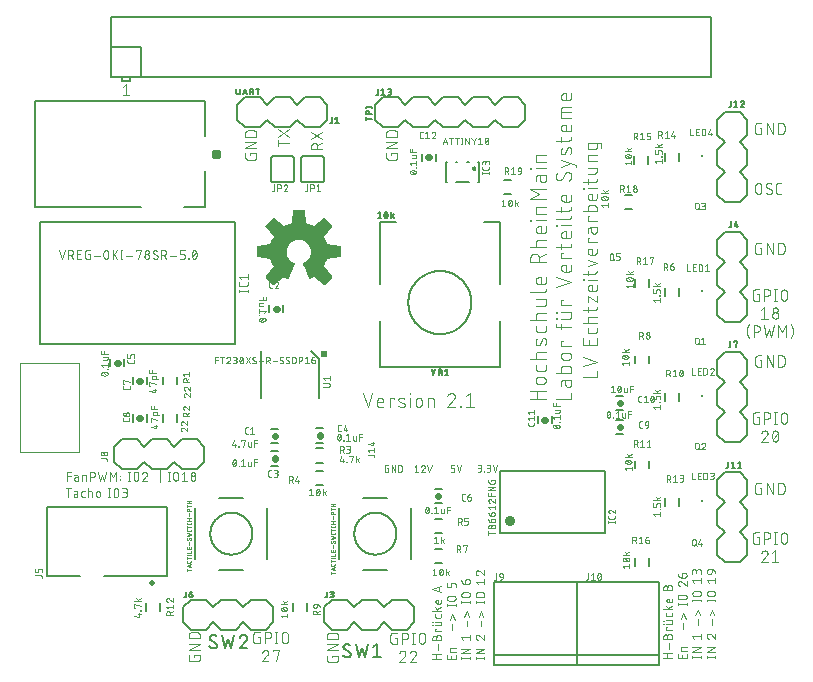
<source format=gbr>
G04 EAGLE Gerber RS-274X export*
G75*
%MOMM*%
%FSLAX34Y34*%
%LPD*%
%INSilkscreen Top*%
%IPPOS*%
%AMOC8*
5,1,8,0,0,1.08239X$1,22.5*%
G01*
%ADD10C,0.101600*%
%ADD11C,0.076200*%
%ADD12C,0.050800*%
%ADD13C,0.127000*%
%ADD14C,0.400000*%
%ADD15C,0.203200*%
%ADD16C,0.152400*%
%ADD17C,0.609600*%
%ADD18C,0.884400*%
%ADD19C,0.558800*%
%ADD20R,0.200000X0.200000*%
%ADD21C,0.150000*%
%ADD22C,0.500000*%
%ADD23C,0.050000*%

G36*
X251503Y323476D02*
X251503Y323476D01*
X251611Y323486D01*
X251624Y323492D01*
X251638Y323494D01*
X251735Y323542D01*
X251834Y323587D01*
X251847Y323598D01*
X251856Y323602D01*
X251871Y323618D01*
X251948Y323680D01*
X257980Y329712D01*
X258030Y329783D01*
X258035Y329788D01*
X258037Y329791D01*
X258043Y329800D01*
X258109Y329886D01*
X258114Y329899D01*
X258122Y329911D01*
X258153Y330014D01*
X258189Y330117D01*
X258189Y330131D01*
X258193Y330144D01*
X258189Y330252D01*
X258190Y330361D01*
X258185Y330374D01*
X258185Y330388D01*
X258147Y330490D01*
X258112Y330592D01*
X258103Y330607D01*
X258099Y330616D01*
X258085Y330633D01*
X258031Y330715D01*
X251177Y339121D01*
X252215Y341007D01*
X252223Y341029D01*
X252251Y341081D01*
X253268Y343537D01*
X253274Y343560D01*
X253296Y343615D01*
X253895Y345683D01*
X264685Y346780D01*
X264789Y346808D01*
X264895Y346833D01*
X264907Y346840D01*
X264920Y346843D01*
X265010Y346904D01*
X265103Y346961D01*
X265111Y346972D01*
X265123Y346980D01*
X265189Y347066D01*
X265258Y347150D01*
X265262Y347163D01*
X265271Y347174D01*
X265305Y347277D01*
X265344Y347378D01*
X265345Y347396D01*
X265349Y347405D01*
X265349Y347427D01*
X265358Y347525D01*
X265358Y356055D01*
X265341Y356162D01*
X265327Y356270D01*
X265321Y356282D01*
X265319Y356296D01*
X265267Y356392D01*
X265220Y356489D01*
X265210Y356499D01*
X265204Y356511D01*
X265124Y356585D01*
X265048Y356662D01*
X265036Y356668D01*
X265026Y356678D01*
X264927Y356723D01*
X264830Y356771D01*
X264812Y356775D01*
X264803Y356779D01*
X264782Y356781D01*
X264685Y356800D01*
X253895Y357897D01*
X253296Y359965D01*
X253285Y359986D01*
X253268Y360043D01*
X252475Y361959D01*
X252251Y362499D01*
X252238Y362519D01*
X252215Y362573D01*
X251177Y364459D01*
X258031Y372865D01*
X258085Y372959D01*
X258142Y373051D01*
X258145Y373064D01*
X258152Y373076D01*
X258173Y373183D01*
X258198Y373288D01*
X258196Y373302D01*
X258199Y373316D01*
X258184Y373423D01*
X258174Y373531D01*
X258168Y373544D01*
X258166Y373558D01*
X258118Y373655D01*
X258073Y373754D01*
X258062Y373767D01*
X258058Y373776D01*
X258042Y373791D01*
X257980Y373868D01*
X251948Y379900D01*
X251860Y379963D01*
X251774Y380029D01*
X251761Y380034D01*
X251749Y380042D01*
X251646Y380073D01*
X251543Y380109D01*
X251529Y380109D01*
X251516Y380113D01*
X251408Y380109D01*
X251299Y380110D01*
X251286Y380105D01*
X251272Y380105D01*
X251170Y380067D01*
X251068Y380032D01*
X251053Y380023D01*
X251044Y380019D01*
X251027Y380005D01*
X250945Y379951D01*
X242539Y373097D01*
X240653Y374135D01*
X240631Y374143D01*
X240579Y374171D01*
X238123Y375188D01*
X238100Y375194D01*
X238045Y375216D01*
X235977Y375815D01*
X234880Y386605D01*
X234852Y386709D01*
X234827Y386815D01*
X234820Y386827D01*
X234817Y386840D01*
X234756Y386930D01*
X234699Y387023D01*
X234688Y387031D01*
X234680Y387043D01*
X234594Y387109D01*
X234510Y387178D01*
X234497Y387182D01*
X234486Y387191D01*
X234383Y387225D01*
X234282Y387264D01*
X234264Y387265D01*
X234255Y387269D01*
X234233Y387269D01*
X234135Y387278D01*
X225605Y387278D01*
X225498Y387261D01*
X225390Y387247D01*
X225378Y387241D01*
X225364Y387239D01*
X225268Y387187D01*
X225171Y387140D01*
X225161Y387130D01*
X225149Y387124D01*
X225075Y387044D01*
X224998Y386968D01*
X224992Y386956D01*
X224982Y386946D01*
X224937Y386847D01*
X224889Y386750D01*
X224885Y386732D01*
X224881Y386723D01*
X224879Y386702D01*
X224860Y386605D01*
X223763Y375815D01*
X221695Y375216D01*
X221674Y375205D01*
X221617Y375188D01*
X219161Y374171D01*
X219141Y374158D01*
X219087Y374135D01*
X217201Y373097D01*
X208795Y379951D01*
X208701Y380005D01*
X208609Y380062D01*
X208596Y380065D01*
X208584Y380072D01*
X208477Y380093D01*
X208372Y380118D01*
X208358Y380116D01*
X208344Y380119D01*
X208237Y380104D01*
X208129Y380094D01*
X208116Y380088D01*
X208103Y380086D01*
X208005Y380038D01*
X207906Y379993D01*
X207893Y379982D01*
X207884Y379978D01*
X207869Y379962D01*
X207792Y379900D01*
X201760Y373868D01*
X201697Y373780D01*
X201631Y373694D01*
X201626Y373681D01*
X201618Y373669D01*
X201587Y373566D01*
X201551Y373463D01*
X201551Y373449D01*
X201547Y373436D01*
X201551Y373328D01*
X201550Y373219D01*
X201555Y373206D01*
X201555Y373192D01*
X201593Y373090D01*
X201628Y372988D01*
X201637Y372973D01*
X201641Y372964D01*
X201655Y372947D01*
X201709Y372865D01*
X208563Y364459D01*
X207525Y362573D01*
X207517Y362551D01*
X207489Y362499D01*
X206472Y360043D01*
X206466Y360020D01*
X206444Y359965D01*
X205845Y357897D01*
X195055Y356800D01*
X194951Y356772D01*
X194845Y356747D01*
X194833Y356740D01*
X194820Y356737D01*
X194730Y356676D01*
X194637Y356619D01*
X194629Y356608D01*
X194617Y356600D01*
X194551Y356514D01*
X194483Y356430D01*
X194478Y356417D01*
X194469Y356406D01*
X194435Y356303D01*
X194396Y356202D01*
X194395Y356184D01*
X194391Y356175D01*
X194392Y356153D01*
X194382Y356055D01*
X194382Y347525D01*
X194399Y347418D01*
X194413Y347310D01*
X194419Y347298D01*
X194421Y347284D01*
X194473Y347188D01*
X194520Y347091D01*
X194530Y347081D01*
X194536Y347069D01*
X194616Y346995D01*
X194692Y346918D01*
X194704Y346912D01*
X194715Y346902D01*
X194813Y346857D01*
X194910Y346809D01*
X194928Y346805D01*
X194937Y346801D01*
X194958Y346799D01*
X195055Y346780D01*
X205845Y345683D01*
X206444Y343615D01*
X206455Y343594D01*
X206472Y343537D01*
X206527Y343404D01*
X207458Y341157D01*
X207458Y341156D01*
X207489Y341081D01*
X207502Y341061D01*
X207525Y341007D01*
X208563Y339121D01*
X201709Y330715D01*
X201655Y330621D01*
X201598Y330529D01*
X201595Y330516D01*
X201588Y330504D01*
X201567Y330397D01*
X201542Y330292D01*
X201544Y330278D01*
X201541Y330264D01*
X201556Y330157D01*
X201566Y330049D01*
X201572Y330036D01*
X201574Y330023D01*
X201622Y329925D01*
X201667Y329826D01*
X201678Y329813D01*
X201682Y329804D01*
X201698Y329789D01*
X201760Y329712D01*
X207792Y323680D01*
X207880Y323617D01*
X207966Y323551D01*
X207979Y323546D01*
X207991Y323538D01*
X208094Y323507D01*
X208197Y323471D01*
X208211Y323471D01*
X208224Y323467D01*
X208332Y323471D01*
X208441Y323470D01*
X208454Y323475D01*
X208468Y323475D01*
X208570Y323513D01*
X208672Y323548D01*
X208687Y323557D01*
X208696Y323561D01*
X208713Y323575D01*
X208795Y323629D01*
X217195Y330478D01*
X218482Y329746D01*
X218501Y329739D01*
X218537Y329718D01*
X220346Y328879D01*
X220384Y328869D01*
X220420Y328850D01*
X220501Y328836D01*
X220581Y328814D01*
X220621Y328816D01*
X220660Y328810D01*
X220742Y328823D01*
X220825Y328828D01*
X220862Y328843D01*
X220901Y328849D01*
X220974Y328888D01*
X221051Y328919D01*
X221081Y328945D01*
X221117Y328964D01*
X221173Y329024D01*
X221236Y329078D01*
X221256Y329113D01*
X221284Y329142D01*
X221353Y329272D01*
X226376Y341398D01*
X226402Y341510D01*
X226431Y341622D01*
X226430Y341629D01*
X226432Y341636D01*
X226420Y341750D01*
X226411Y341865D01*
X226409Y341871D01*
X226408Y341879D01*
X226360Y341983D01*
X226315Y342089D01*
X226310Y342094D01*
X226307Y342101D01*
X226229Y342185D01*
X226152Y342270D01*
X226144Y342275D01*
X226140Y342279D01*
X226127Y342286D01*
X226028Y342351D01*
X224450Y343166D01*
X223082Y344195D01*
X221906Y345439D01*
X220955Y346863D01*
X220255Y348426D01*
X219828Y350084D01*
X219684Y351786D01*
X219864Y353692D01*
X220395Y355527D01*
X221259Y357230D01*
X222426Y358742D01*
X223855Y360009D01*
X225495Y360988D01*
X227290Y361643D01*
X229175Y361951D01*
X231084Y361903D01*
X232951Y361498D01*
X234709Y360752D01*
X236297Y359691D01*
X237660Y358352D01*
X238748Y356782D01*
X239524Y355037D01*
X239960Y353177D01*
X240042Y351269D01*
X239766Y349379D01*
X239141Y347574D01*
X238191Y345917D01*
X236948Y344466D01*
X235456Y343274D01*
X233706Y342347D01*
X233617Y342280D01*
X233527Y342215D01*
X233520Y342206D01*
X233511Y342200D01*
X233449Y342107D01*
X233384Y342017D01*
X233381Y342006D01*
X233375Y341997D01*
X233346Y341890D01*
X233313Y341784D01*
X233314Y341773D01*
X233311Y341762D01*
X233317Y341650D01*
X233321Y341540D01*
X233325Y341526D01*
X233326Y341518D01*
X233333Y341500D01*
X233364Y341398D01*
X233774Y340407D01*
X234705Y338160D01*
X234705Y338159D01*
X235636Y335912D01*
X235637Y335912D01*
X236568Y333664D01*
X237499Y331416D01*
X238387Y329272D01*
X238408Y329238D01*
X238421Y329201D01*
X238472Y329135D01*
X238516Y329065D01*
X238547Y329040D01*
X238571Y329008D01*
X238640Y328963D01*
X238704Y328910D01*
X238742Y328896D01*
X238775Y328874D01*
X238855Y328853D01*
X238933Y328824D01*
X238973Y328823D01*
X239011Y328813D01*
X239094Y328819D01*
X239176Y328816D01*
X239215Y328828D01*
X239255Y328831D01*
X239394Y328879D01*
X241203Y329718D01*
X241219Y329729D01*
X241258Y329746D01*
X242545Y330478D01*
X250945Y323629D01*
X251039Y323575D01*
X251131Y323518D01*
X251144Y323515D01*
X251156Y323508D01*
X251263Y323487D01*
X251368Y323462D01*
X251382Y323464D01*
X251396Y323461D01*
X251503Y323476D01*
G37*
D10*
X439166Y226568D02*
X425958Y226568D01*
X431828Y226568D02*
X431828Y233906D01*
X425958Y233906D02*
X439166Y233906D01*
X436231Y239677D02*
X433296Y239677D01*
X433189Y239679D01*
X433082Y239685D01*
X432975Y239695D01*
X432869Y239708D01*
X432763Y239726D01*
X432658Y239747D01*
X432554Y239772D01*
X432450Y239801D01*
X432348Y239834D01*
X432248Y239871D01*
X432148Y239911D01*
X432050Y239955D01*
X431954Y240002D01*
X431860Y240053D01*
X431767Y240107D01*
X431677Y240164D01*
X431588Y240225D01*
X431502Y240289D01*
X431419Y240356D01*
X431337Y240426D01*
X431259Y240499D01*
X431183Y240575D01*
X431110Y240653D01*
X431040Y240735D01*
X430973Y240818D01*
X430909Y240904D01*
X430848Y240993D01*
X430791Y241083D01*
X430737Y241176D01*
X430686Y241270D01*
X430639Y241366D01*
X430595Y241464D01*
X430555Y241564D01*
X430518Y241664D01*
X430485Y241766D01*
X430456Y241870D01*
X430431Y241974D01*
X430410Y242079D01*
X430392Y242185D01*
X430379Y242291D01*
X430369Y242398D01*
X430363Y242505D01*
X430361Y242612D01*
X430363Y242719D01*
X430369Y242826D01*
X430379Y242933D01*
X430392Y243039D01*
X430410Y243145D01*
X430431Y243250D01*
X430456Y243354D01*
X430485Y243458D01*
X430518Y243560D01*
X430555Y243660D01*
X430595Y243760D01*
X430639Y243858D01*
X430686Y243954D01*
X430737Y244048D01*
X430791Y244141D01*
X430848Y244231D01*
X430909Y244320D01*
X430973Y244406D01*
X431040Y244489D01*
X431110Y244571D01*
X431183Y244649D01*
X431259Y244725D01*
X431337Y244798D01*
X431419Y244868D01*
X431502Y244935D01*
X431588Y244999D01*
X431677Y245060D01*
X431767Y245117D01*
X431860Y245171D01*
X431954Y245222D01*
X432050Y245269D01*
X432148Y245313D01*
X432248Y245353D01*
X432348Y245390D01*
X432450Y245423D01*
X432554Y245452D01*
X432658Y245477D01*
X432763Y245498D01*
X432869Y245516D01*
X432975Y245529D01*
X433082Y245539D01*
X433189Y245545D01*
X433296Y245547D01*
X436231Y245547D01*
X436338Y245545D01*
X436445Y245539D01*
X436552Y245529D01*
X436658Y245516D01*
X436764Y245498D01*
X436869Y245477D01*
X436973Y245452D01*
X437077Y245423D01*
X437179Y245390D01*
X437279Y245353D01*
X437379Y245313D01*
X437477Y245269D01*
X437573Y245222D01*
X437667Y245171D01*
X437760Y245117D01*
X437850Y245060D01*
X437939Y244999D01*
X438025Y244935D01*
X438108Y244868D01*
X438190Y244798D01*
X438268Y244725D01*
X438344Y244649D01*
X438417Y244571D01*
X438487Y244489D01*
X438554Y244406D01*
X438618Y244320D01*
X438679Y244231D01*
X438736Y244141D01*
X438790Y244048D01*
X438841Y243954D01*
X438888Y243858D01*
X438932Y243760D01*
X438972Y243660D01*
X439009Y243560D01*
X439042Y243458D01*
X439071Y243354D01*
X439096Y243250D01*
X439117Y243145D01*
X439135Y243039D01*
X439148Y242933D01*
X439158Y242826D01*
X439164Y242719D01*
X439166Y242612D01*
X439164Y242505D01*
X439158Y242398D01*
X439148Y242291D01*
X439135Y242185D01*
X439117Y242079D01*
X439096Y241974D01*
X439071Y241870D01*
X439042Y241766D01*
X439009Y241664D01*
X438972Y241564D01*
X438932Y241464D01*
X438888Y241366D01*
X438841Y241270D01*
X438790Y241176D01*
X438736Y241083D01*
X438679Y240993D01*
X438618Y240904D01*
X438554Y240818D01*
X438487Y240735D01*
X438417Y240653D01*
X438344Y240575D01*
X438268Y240499D01*
X438190Y240426D01*
X438108Y240356D01*
X438025Y240289D01*
X437939Y240225D01*
X437850Y240164D01*
X437760Y240107D01*
X437667Y240053D01*
X437573Y240002D01*
X437477Y239955D01*
X437379Y239911D01*
X437279Y239871D01*
X437179Y239834D01*
X437077Y239801D01*
X436973Y239772D01*
X436869Y239747D01*
X436764Y239726D01*
X436658Y239708D01*
X436552Y239695D01*
X436445Y239685D01*
X436338Y239679D01*
X436231Y239677D01*
X439166Y252987D02*
X439166Y255922D01*
X439166Y252987D02*
X439164Y252896D01*
X439158Y252805D01*
X439149Y252715D01*
X439136Y252625D01*
X439119Y252535D01*
X439099Y252447D01*
X439074Y252359D01*
X439047Y252272D01*
X439015Y252187D01*
X438981Y252103D01*
X438942Y252020D01*
X438901Y251939D01*
X438856Y251860D01*
X438808Y251783D01*
X438756Y251708D01*
X438702Y251635D01*
X438645Y251564D01*
X438584Y251496D01*
X438521Y251431D01*
X438456Y251368D01*
X438388Y251307D01*
X438317Y251250D01*
X438244Y251196D01*
X438169Y251144D01*
X438092Y251096D01*
X438013Y251051D01*
X437932Y251010D01*
X437849Y250971D01*
X437765Y250937D01*
X437680Y250905D01*
X437593Y250878D01*
X437505Y250853D01*
X437417Y250833D01*
X437327Y250816D01*
X437237Y250803D01*
X437147Y250794D01*
X437056Y250788D01*
X436965Y250786D01*
X436965Y250785D02*
X432562Y250785D01*
X432562Y250786D02*
X432471Y250788D01*
X432380Y250794D01*
X432290Y250803D01*
X432200Y250816D01*
X432110Y250833D01*
X432022Y250853D01*
X431934Y250878D01*
X431847Y250905D01*
X431762Y250937D01*
X431678Y250971D01*
X431595Y251010D01*
X431514Y251051D01*
X431435Y251096D01*
X431358Y251144D01*
X431283Y251196D01*
X431210Y251250D01*
X431139Y251307D01*
X431071Y251368D01*
X431006Y251431D01*
X430943Y251496D01*
X430882Y251564D01*
X430825Y251635D01*
X430771Y251708D01*
X430719Y251783D01*
X430671Y251860D01*
X430626Y251939D01*
X430585Y252020D01*
X430546Y252103D01*
X430512Y252187D01*
X430480Y252272D01*
X430453Y252359D01*
X430428Y252447D01*
X430408Y252535D01*
X430391Y252625D01*
X430378Y252715D01*
X430369Y252805D01*
X430363Y252896D01*
X430361Y252987D01*
X430361Y255922D01*
X425958Y261013D02*
X439166Y261013D01*
X430361Y261013D02*
X430361Y264681D01*
X430363Y264774D01*
X430369Y264868D01*
X430379Y264961D01*
X430393Y265053D01*
X430410Y265145D01*
X430432Y265236D01*
X430457Y265325D01*
X430487Y265414D01*
X430520Y265502D01*
X430556Y265588D01*
X430597Y265672D01*
X430640Y265754D01*
X430688Y265835D01*
X430738Y265913D01*
X430792Y265990D01*
X430850Y266064D01*
X430910Y266135D01*
X430973Y266204D01*
X431039Y266270D01*
X431108Y266333D01*
X431179Y266393D01*
X431253Y266451D01*
X431329Y266505D01*
X431408Y266555D01*
X431489Y266602D01*
X431571Y266646D01*
X431655Y266687D01*
X431741Y266723D01*
X431829Y266756D01*
X431917Y266786D01*
X432007Y266811D01*
X432098Y266833D01*
X432190Y266850D01*
X432282Y266864D01*
X432375Y266874D01*
X432469Y266880D01*
X432562Y266882D01*
X432562Y266883D02*
X439166Y266883D01*
X434030Y273635D02*
X435497Y277304D01*
X434030Y273634D02*
X433996Y273555D01*
X433958Y273477D01*
X433917Y273400D01*
X433873Y273326D01*
X433825Y273254D01*
X433774Y273184D01*
X433720Y273117D01*
X433663Y273052D01*
X433602Y272989D01*
X433540Y272930D01*
X433474Y272873D01*
X433406Y272820D01*
X433336Y272769D01*
X433263Y272722D01*
X433188Y272678D01*
X433112Y272638D01*
X433033Y272601D01*
X432954Y272568D01*
X432872Y272538D01*
X432790Y272512D01*
X432706Y272490D01*
X432621Y272472D01*
X432536Y272458D01*
X432450Y272447D01*
X432364Y272441D01*
X432277Y272438D01*
X432190Y272439D01*
X432104Y272445D01*
X432018Y272454D01*
X431932Y272467D01*
X431847Y272484D01*
X431763Y272505D01*
X431680Y272529D01*
X431599Y272558D01*
X431518Y272590D01*
X431439Y272625D01*
X431362Y272665D01*
X431287Y272707D01*
X431214Y272754D01*
X431142Y272803D01*
X431074Y272855D01*
X431007Y272911D01*
X430944Y272970D01*
X430883Y273031D01*
X430824Y273095D01*
X430769Y273162D01*
X430717Y273231D01*
X430668Y273303D01*
X430623Y273376D01*
X430581Y273452D01*
X430542Y273529D01*
X430507Y273608D01*
X430475Y273689D01*
X430447Y273771D01*
X430423Y273854D01*
X430403Y273938D01*
X430387Y274023D01*
X430374Y274109D01*
X430366Y274195D01*
X430361Y274282D01*
X430360Y274368D01*
X430361Y274368D02*
X430366Y274568D01*
X430376Y274768D01*
X430391Y274968D01*
X430411Y275168D01*
X430435Y275367D01*
X430465Y275565D01*
X430499Y275762D01*
X430537Y275959D01*
X430581Y276154D01*
X430629Y276349D01*
X430682Y276542D01*
X430739Y276734D01*
X430801Y276925D01*
X430868Y277114D01*
X430939Y277301D01*
X431015Y277486D01*
X431095Y277670D01*
X435497Y277304D02*
X435531Y277383D01*
X435569Y277461D01*
X435610Y277538D01*
X435654Y277612D01*
X435702Y277684D01*
X435753Y277754D01*
X435807Y277821D01*
X435864Y277886D01*
X435925Y277949D01*
X435987Y278008D01*
X436053Y278065D01*
X436121Y278118D01*
X436191Y278169D01*
X436264Y278216D01*
X436339Y278260D01*
X436415Y278300D01*
X436494Y278337D01*
X436573Y278370D01*
X436655Y278400D01*
X436737Y278426D01*
X436821Y278448D01*
X436906Y278466D01*
X436991Y278480D01*
X437077Y278491D01*
X437163Y278497D01*
X437250Y278500D01*
X437337Y278499D01*
X437423Y278493D01*
X437509Y278484D01*
X437595Y278471D01*
X437680Y278454D01*
X437764Y278433D01*
X437847Y278409D01*
X437928Y278380D01*
X438009Y278348D01*
X438088Y278313D01*
X438165Y278273D01*
X438240Y278231D01*
X438313Y278184D01*
X438385Y278135D01*
X438453Y278083D01*
X438520Y278027D01*
X438583Y277968D01*
X438644Y277907D01*
X438703Y277843D01*
X438758Y277776D01*
X438810Y277707D01*
X438859Y277635D01*
X438904Y277562D01*
X438946Y277486D01*
X438985Y277409D01*
X439020Y277330D01*
X439052Y277249D01*
X439080Y277167D01*
X439104Y277084D01*
X439124Y277000D01*
X439140Y276915D01*
X439153Y276829D01*
X439161Y276743D01*
X439166Y276656D01*
X439167Y276570D01*
X439166Y276570D02*
X439158Y276276D01*
X439143Y275982D01*
X439122Y275688D01*
X439093Y275395D01*
X439058Y275103D01*
X439015Y274812D01*
X438966Y274522D01*
X438910Y274233D01*
X438847Y273945D01*
X438778Y273659D01*
X438701Y273375D01*
X438618Y273093D01*
X438528Y272813D01*
X438432Y272534D01*
X439166Y285844D02*
X439166Y288779D01*
X439166Y285844D02*
X439164Y285753D01*
X439158Y285662D01*
X439149Y285572D01*
X439136Y285482D01*
X439119Y285392D01*
X439099Y285304D01*
X439074Y285216D01*
X439047Y285129D01*
X439015Y285044D01*
X438981Y284960D01*
X438942Y284877D01*
X438901Y284796D01*
X438856Y284717D01*
X438808Y284640D01*
X438756Y284565D01*
X438702Y284492D01*
X438645Y284421D01*
X438584Y284353D01*
X438521Y284288D01*
X438456Y284225D01*
X438388Y284164D01*
X438317Y284107D01*
X438244Y284053D01*
X438169Y284001D01*
X438092Y283953D01*
X438013Y283908D01*
X437932Y283867D01*
X437849Y283828D01*
X437765Y283794D01*
X437680Y283762D01*
X437593Y283735D01*
X437505Y283710D01*
X437417Y283690D01*
X437327Y283673D01*
X437237Y283660D01*
X437147Y283651D01*
X437056Y283645D01*
X436965Y283643D01*
X432562Y283643D01*
X432471Y283645D01*
X432380Y283651D01*
X432290Y283660D01*
X432200Y283673D01*
X432110Y283690D01*
X432022Y283710D01*
X431934Y283735D01*
X431847Y283762D01*
X431762Y283794D01*
X431678Y283828D01*
X431595Y283867D01*
X431514Y283908D01*
X431435Y283953D01*
X431358Y284001D01*
X431283Y284053D01*
X431210Y284107D01*
X431139Y284164D01*
X431071Y284225D01*
X431006Y284288D01*
X430943Y284353D01*
X430882Y284421D01*
X430825Y284492D01*
X430771Y284565D01*
X430719Y284640D01*
X430671Y284717D01*
X430626Y284796D01*
X430585Y284877D01*
X430546Y284960D01*
X430512Y285044D01*
X430480Y285129D01*
X430453Y285216D01*
X430428Y285304D01*
X430408Y285392D01*
X430391Y285482D01*
X430378Y285572D01*
X430369Y285662D01*
X430363Y285753D01*
X430361Y285844D01*
X430361Y288779D01*
X425958Y293870D02*
X439166Y293870D01*
X430361Y293870D02*
X430361Y297539D01*
X430363Y297632D01*
X430369Y297726D01*
X430379Y297819D01*
X430393Y297911D01*
X430410Y298003D01*
X430432Y298094D01*
X430457Y298183D01*
X430487Y298272D01*
X430520Y298360D01*
X430556Y298446D01*
X430597Y298530D01*
X430640Y298612D01*
X430688Y298693D01*
X430738Y298771D01*
X430792Y298848D01*
X430850Y298922D01*
X430910Y298993D01*
X430973Y299062D01*
X431039Y299128D01*
X431108Y299191D01*
X431179Y299251D01*
X431253Y299309D01*
X431329Y299363D01*
X431408Y299413D01*
X431489Y299460D01*
X431571Y299504D01*
X431655Y299545D01*
X431741Y299581D01*
X431829Y299614D01*
X431917Y299644D01*
X432007Y299669D01*
X432098Y299691D01*
X432190Y299708D01*
X432282Y299722D01*
X432375Y299732D01*
X432469Y299738D01*
X432562Y299740D01*
X439166Y299740D01*
X436965Y305818D02*
X430361Y305818D01*
X436965Y305818D02*
X437056Y305820D01*
X437147Y305826D01*
X437237Y305835D01*
X437327Y305848D01*
X437417Y305865D01*
X437505Y305885D01*
X437593Y305910D01*
X437680Y305937D01*
X437765Y305969D01*
X437849Y306003D01*
X437932Y306042D01*
X438013Y306083D01*
X438092Y306128D01*
X438169Y306176D01*
X438244Y306228D01*
X438317Y306282D01*
X438388Y306339D01*
X438456Y306400D01*
X438521Y306463D01*
X438584Y306528D01*
X438645Y306596D01*
X438702Y306667D01*
X438756Y306740D01*
X438808Y306815D01*
X438856Y306892D01*
X438901Y306971D01*
X438942Y307052D01*
X438981Y307135D01*
X439015Y307219D01*
X439047Y307304D01*
X439074Y307391D01*
X439099Y307479D01*
X439119Y307567D01*
X439136Y307657D01*
X439149Y307747D01*
X439158Y307837D01*
X439164Y307928D01*
X439166Y308019D01*
X439166Y311688D01*
X430361Y311688D01*
X425958Y317521D02*
X436965Y317521D01*
X437056Y317523D01*
X437147Y317529D01*
X437237Y317538D01*
X437327Y317551D01*
X437417Y317568D01*
X437505Y317588D01*
X437593Y317613D01*
X437680Y317640D01*
X437765Y317672D01*
X437849Y317706D01*
X437932Y317745D01*
X438013Y317786D01*
X438092Y317831D01*
X438169Y317879D01*
X438244Y317931D01*
X438317Y317985D01*
X438388Y318042D01*
X438456Y318103D01*
X438521Y318166D01*
X438584Y318231D01*
X438645Y318299D01*
X438702Y318370D01*
X438756Y318443D01*
X438808Y318518D01*
X438856Y318595D01*
X438901Y318674D01*
X438942Y318755D01*
X438981Y318838D01*
X439015Y318922D01*
X439047Y319007D01*
X439074Y319094D01*
X439099Y319182D01*
X439119Y319270D01*
X439136Y319360D01*
X439149Y319450D01*
X439158Y319540D01*
X439164Y319631D01*
X439166Y319722D01*
X439166Y326368D02*
X439166Y330037D01*
X439166Y326368D02*
X439164Y326277D01*
X439158Y326186D01*
X439149Y326096D01*
X439136Y326006D01*
X439119Y325916D01*
X439099Y325828D01*
X439074Y325740D01*
X439047Y325653D01*
X439015Y325568D01*
X438981Y325484D01*
X438942Y325401D01*
X438901Y325320D01*
X438856Y325241D01*
X438808Y325164D01*
X438756Y325089D01*
X438702Y325016D01*
X438645Y324945D01*
X438584Y324877D01*
X438521Y324812D01*
X438456Y324749D01*
X438388Y324688D01*
X438317Y324631D01*
X438244Y324577D01*
X438169Y324525D01*
X438092Y324477D01*
X438013Y324432D01*
X437932Y324391D01*
X437849Y324352D01*
X437765Y324318D01*
X437680Y324286D01*
X437593Y324259D01*
X437505Y324234D01*
X437417Y324214D01*
X437327Y324197D01*
X437237Y324184D01*
X437147Y324175D01*
X437056Y324169D01*
X436965Y324167D01*
X433296Y324167D01*
X433189Y324169D01*
X433082Y324175D01*
X432975Y324185D01*
X432869Y324198D01*
X432763Y324216D01*
X432658Y324237D01*
X432554Y324262D01*
X432450Y324291D01*
X432348Y324324D01*
X432248Y324361D01*
X432148Y324401D01*
X432050Y324445D01*
X431954Y324492D01*
X431860Y324543D01*
X431767Y324597D01*
X431677Y324654D01*
X431588Y324715D01*
X431502Y324779D01*
X431419Y324846D01*
X431337Y324916D01*
X431259Y324989D01*
X431183Y325065D01*
X431110Y325143D01*
X431040Y325225D01*
X430973Y325308D01*
X430909Y325394D01*
X430848Y325483D01*
X430791Y325573D01*
X430737Y325666D01*
X430686Y325760D01*
X430639Y325856D01*
X430595Y325954D01*
X430555Y326054D01*
X430518Y326154D01*
X430485Y326256D01*
X430456Y326360D01*
X430431Y326464D01*
X430410Y326569D01*
X430392Y326675D01*
X430379Y326781D01*
X430369Y326888D01*
X430363Y326995D01*
X430361Y327102D01*
X430363Y327209D01*
X430369Y327316D01*
X430379Y327423D01*
X430392Y327529D01*
X430410Y327635D01*
X430431Y327740D01*
X430456Y327844D01*
X430485Y327948D01*
X430518Y328050D01*
X430555Y328150D01*
X430595Y328250D01*
X430639Y328348D01*
X430686Y328444D01*
X430737Y328538D01*
X430791Y328631D01*
X430848Y328721D01*
X430909Y328810D01*
X430973Y328896D01*
X431040Y328979D01*
X431110Y329061D01*
X431183Y329139D01*
X431259Y329215D01*
X431337Y329288D01*
X431419Y329358D01*
X431502Y329425D01*
X431588Y329489D01*
X431677Y329550D01*
X431767Y329607D01*
X431860Y329661D01*
X431954Y329712D01*
X432050Y329759D01*
X432148Y329803D01*
X432248Y329843D01*
X432348Y329880D01*
X432450Y329913D01*
X432554Y329942D01*
X432658Y329967D01*
X432763Y329988D01*
X432869Y330006D01*
X432975Y330019D01*
X433082Y330029D01*
X433189Y330035D01*
X433296Y330037D01*
X434763Y330037D01*
X434763Y324167D01*
X439166Y342714D02*
X425958Y342714D01*
X425958Y346383D01*
X425960Y346503D01*
X425966Y346623D01*
X425976Y346743D01*
X425989Y346862D01*
X426007Y346981D01*
X426028Y347099D01*
X426054Y347216D01*
X426083Y347333D01*
X426116Y347448D01*
X426153Y347562D01*
X426193Y347675D01*
X426237Y347787D01*
X426285Y347897D01*
X426336Y348006D01*
X426391Y348113D01*
X426450Y348218D01*
X426511Y348320D01*
X426576Y348421D01*
X426645Y348520D01*
X426716Y348617D01*
X426791Y348711D01*
X426868Y348802D01*
X426949Y348891D01*
X427033Y348977D01*
X427119Y349061D01*
X427208Y349142D01*
X427299Y349219D01*
X427393Y349294D01*
X427490Y349365D01*
X427589Y349434D01*
X427690Y349499D01*
X427793Y349560D01*
X427897Y349619D01*
X428004Y349674D01*
X428113Y349725D01*
X428223Y349773D01*
X428335Y349817D01*
X428448Y349857D01*
X428562Y349894D01*
X428677Y349927D01*
X428794Y349956D01*
X428911Y349982D01*
X429029Y350003D01*
X429148Y350021D01*
X429267Y350034D01*
X429387Y350044D01*
X429507Y350050D01*
X429627Y350052D01*
X429747Y350050D01*
X429867Y350044D01*
X429987Y350034D01*
X430106Y350021D01*
X430225Y350003D01*
X430343Y349982D01*
X430460Y349956D01*
X430577Y349927D01*
X430692Y349894D01*
X430806Y349857D01*
X430919Y349817D01*
X431031Y349773D01*
X431141Y349725D01*
X431250Y349674D01*
X431357Y349619D01*
X431462Y349560D01*
X431564Y349499D01*
X431665Y349434D01*
X431764Y349365D01*
X431861Y349294D01*
X431955Y349219D01*
X432046Y349142D01*
X432135Y349061D01*
X432221Y348977D01*
X432305Y348891D01*
X432386Y348802D01*
X432463Y348711D01*
X432538Y348617D01*
X432609Y348520D01*
X432678Y348421D01*
X432743Y348320D01*
X432804Y348218D01*
X432863Y348113D01*
X432918Y348006D01*
X432969Y347897D01*
X433017Y347787D01*
X433061Y347675D01*
X433101Y347562D01*
X433138Y347448D01*
X433171Y347333D01*
X433200Y347216D01*
X433226Y347099D01*
X433247Y346981D01*
X433265Y346862D01*
X433278Y346743D01*
X433288Y346623D01*
X433294Y346503D01*
X433296Y346383D01*
X433296Y342714D01*
X433296Y347116D02*
X439166Y350052D01*
X439166Y355744D02*
X425958Y355744D01*
X430361Y355744D02*
X430361Y359413D01*
X430363Y359506D01*
X430369Y359600D01*
X430379Y359693D01*
X430393Y359785D01*
X430410Y359877D01*
X430432Y359968D01*
X430457Y360057D01*
X430487Y360146D01*
X430520Y360234D01*
X430556Y360320D01*
X430597Y360404D01*
X430640Y360486D01*
X430688Y360567D01*
X430738Y360645D01*
X430792Y360722D01*
X430850Y360796D01*
X430910Y360867D01*
X430973Y360936D01*
X431039Y361002D01*
X431108Y361065D01*
X431179Y361125D01*
X431253Y361183D01*
X431329Y361237D01*
X431408Y361287D01*
X431489Y361334D01*
X431571Y361378D01*
X431655Y361419D01*
X431741Y361455D01*
X431829Y361488D01*
X431917Y361518D01*
X432007Y361543D01*
X432098Y361565D01*
X432190Y361582D01*
X432282Y361596D01*
X432375Y361606D01*
X432469Y361612D01*
X432562Y361614D01*
X432562Y361615D02*
X439166Y361615D01*
X439166Y369467D02*
X439166Y373136D01*
X439166Y369467D02*
X439164Y369376D01*
X439158Y369285D01*
X439149Y369195D01*
X439136Y369105D01*
X439119Y369015D01*
X439099Y368927D01*
X439074Y368839D01*
X439047Y368752D01*
X439015Y368667D01*
X438981Y368583D01*
X438942Y368500D01*
X438901Y368419D01*
X438856Y368340D01*
X438808Y368263D01*
X438756Y368188D01*
X438702Y368115D01*
X438645Y368044D01*
X438584Y367976D01*
X438521Y367911D01*
X438456Y367848D01*
X438388Y367787D01*
X438317Y367730D01*
X438244Y367676D01*
X438169Y367624D01*
X438092Y367576D01*
X438013Y367531D01*
X437932Y367490D01*
X437849Y367451D01*
X437765Y367417D01*
X437680Y367385D01*
X437593Y367358D01*
X437505Y367333D01*
X437417Y367313D01*
X437327Y367296D01*
X437237Y367283D01*
X437147Y367274D01*
X437056Y367268D01*
X436965Y367266D01*
X433296Y367266D01*
X433189Y367268D01*
X433082Y367274D01*
X432975Y367284D01*
X432869Y367297D01*
X432763Y367315D01*
X432658Y367336D01*
X432554Y367361D01*
X432450Y367390D01*
X432348Y367423D01*
X432248Y367460D01*
X432148Y367500D01*
X432050Y367544D01*
X431954Y367591D01*
X431860Y367642D01*
X431767Y367696D01*
X431677Y367753D01*
X431588Y367814D01*
X431502Y367878D01*
X431419Y367945D01*
X431337Y368015D01*
X431259Y368088D01*
X431183Y368164D01*
X431110Y368242D01*
X431040Y368324D01*
X430973Y368407D01*
X430909Y368493D01*
X430848Y368582D01*
X430791Y368672D01*
X430737Y368765D01*
X430686Y368859D01*
X430639Y368955D01*
X430595Y369053D01*
X430555Y369153D01*
X430518Y369253D01*
X430485Y369355D01*
X430456Y369459D01*
X430431Y369563D01*
X430410Y369668D01*
X430392Y369774D01*
X430379Y369880D01*
X430369Y369987D01*
X430363Y370094D01*
X430361Y370201D01*
X430363Y370308D01*
X430369Y370415D01*
X430379Y370522D01*
X430392Y370628D01*
X430410Y370734D01*
X430431Y370839D01*
X430456Y370943D01*
X430485Y371047D01*
X430518Y371149D01*
X430555Y371249D01*
X430595Y371349D01*
X430639Y371447D01*
X430686Y371543D01*
X430737Y371637D01*
X430791Y371730D01*
X430848Y371820D01*
X430909Y371909D01*
X430973Y371995D01*
X431040Y372078D01*
X431110Y372160D01*
X431183Y372238D01*
X431259Y372314D01*
X431337Y372387D01*
X431419Y372457D01*
X431502Y372524D01*
X431588Y372588D01*
X431677Y372649D01*
X431767Y372706D01*
X431860Y372760D01*
X431954Y372811D01*
X432050Y372858D01*
X432148Y372902D01*
X432248Y372942D01*
X432348Y372979D01*
X432450Y373012D01*
X432554Y373041D01*
X432658Y373066D01*
X432763Y373087D01*
X432869Y373105D01*
X432975Y373118D01*
X433082Y373128D01*
X433189Y373134D01*
X433296Y373136D01*
X434763Y373136D01*
X434763Y367266D01*
X439166Y378309D02*
X430361Y378309D01*
X426692Y377942D02*
X425958Y377942D01*
X425958Y378675D01*
X426692Y378675D01*
X426692Y377942D01*
X430361Y383908D02*
X439166Y383908D01*
X430361Y383908D02*
X430361Y387577D01*
X430363Y387670D01*
X430369Y387764D01*
X430379Y387857D01*
X430393Y387949D01*
X430410Y388041D01*
X430432Y388132D01*
X430457Y388221D01*
X430487Y388310D01*
X430520Y388398D01*
X430556Y388484D01*
X430597Y388568D01*
X430640Y388650D01*
X430688Y388731D01*
X430738Y388809D01*
X430792Y388886D01*
X430850Y388960D01*
X430910Y389031D01*
X430973Y389100D01*
X431039Y389166D01*
X431108Y389229D01*
X431179Y389289D01*
X431253Y389347D01*
X431329Y389401D01*
X431408Y389451D01*
X431489Y389498D01*
X431571Y389542D01*
X431655Y389583D01*
X431741Y389619D01*
X431829Y389652D01*
X431917Y389682D01*
X432007Y389707D01*
X432098Y389729D01*
X432190Y389746D01*
X432282Y389760D01*
X432375Y389770D01*
X432469Y389776D01*
X432562Y389778D01*
X439166Y389778D01*
X439166Y396095D02*
X425958Y396095D01*
X433296Y400498D01*
X425958Y404901D01*
X439166Y404901D01*
X434030Y413297D02*
X434030Y416599D01*
X434030Y413297D02*
X434032Y413197D01*
X434038Y413098D01*
X434047Y412999D01*
X434061Y412900D01*
X434078Y412802D01*
X434099Y412705D01*
X434124Y412608D01*
X434153Y412513D01*
X434185Y412419D01*
X434221Y412326D01*
X434260Y412234D01*
X434303Y412144D01*
X434350Y412056D01*
X434399Y411970D01*
X434452Y411886D01*
X434509Y411804D01*
X434568Y411724D01*
X434631Y411646D01*
X434696Y411571D01*
X434765Y411499D01*
X434836Y411429D01*
X434909Y411362D01*
X434986Y411298D01*
X435064Y411237D01*
X435146Y411179D01*
X435229Y411125D01*
X435314Y411073D01*
X435401Y411025D01*
X435490Y410980D01*
X435581Y410939D01*
X435673Y410901D01*
X435767Y410867D01*
X435861Y410837D01*
X435957Y410810D01*
X436054Y410787D01*
X436152Y410768D01*
X436250Y410753D01*
X436349Y410741D01*
X436449Y410733D01*
X436548Y410729D01*
X436648Y410729D01*
X436747Y410733D01*
X436847Y410741D01*
X436946Y410753D01*
X437044Y410768D01*
X437142Y410787D01*
X437239Y410810D01*
X437335Y410837D01*
X437429Y410867D01*
X437523Y410901D01*
X437615Y410939D01*
X437706Y410980D01*
X437795Y411025D01*
X437882Y411073D01*
X437967Y411125D01*
X438050Y411179D01*
X438132Y411237D01*
X438210Y411298D01*
X438287Y411362D01*
X438360Y411429D01*
X438431Y411499D01*
X438500Y411571D01*
X438565Y411646D01*
X438628Y411724D01*
X438687Y411804D01*
X438744Y411886D01*
X438797Y411970D01*
X438846Y412056D01*
X438893Y412144D01*
X438936Y412234D01*
X438975Y412326D01*
X439011Y412419D01*
X439043Y412513D01*
X439072Y412608D01*
X439097Y412705D01*
X439118Y412802D01*
X439135Y412900D01*
X439149Y412999D01*
X439158Y413098D01*
X439164Y413197D01*
X439166Y413297D01*
X439166Y416599D01*
X432562Y416599D01*
X432471Y416597D01*
X432380Y416591D01*
X432290Y416582D01*
X432200Y416569D01*
X432110Y416552D01*
X432022Y416532D01*
X431934Y416507D01*
X431847Y416480D01*
X431762Y416448D01*
X431678Y416414D01*
X431595Y416375D01*
X431514Y416334D01*
X431435Y416289D01*
X431358Y416241D01*
X431283Y416189D01*
X431210Y416135D01*
X431139Y416078D01*
X431071Y416017D01*
X431006Y415954D01*
X430943Y415889D01*
X430882Y415821D01*
X430825Y415750D01*
X430771Y415677D01*
X430719Y415602D01*
X430671Y415525D01*
X430626Y415446D01*
X430585Y415365D01*
X430546Y415282D01*
X430512Y415198D01*
X430480Y415113D01*
X430453Y415026D01*
X430428Y414938D01*
X430408Y414850D01*
X430391Y414760D01*
X430378Y414670D01*
X430369Y414580D01*
X430363Y414489D01*
X430361Y414398D01*
X430361Y411462D01*
X430361Y422261D02*
X439166Y422261D01*
X426692Y421894D02*
X425958Y421894D01*
X425958Y422628D01*
X426692Y422628D01*
X426692Y421894D01*
X430361Y427860D02*
X439166Y427860D01*
X430361Y427860D02*
X430361Y431529D01*
X430363Y431622D01*
X430369Y431716D01*
X430379Y431809D01*
X430393Y431901D01*
X430410Y431993D01*
X430432Y432084D01*
X430457Y432173D01*
X430487Y432262D01*
X430520Y432350D01*
X430556Y432436D01*
X430597Y432520D01*
X430640Y432602D01*
X430688Y432683D01*
X430738Y432761D01*
X430792Y432838D01*
X430850Y432912D01*
X430910Y432983D01*
X430973Y433052D01*
X431039Y433118D01*
X431108Y433181D01*
X431179Y433241D01*
X431253Y433299D01*
X431329Y433353D01*
X431408Y433403D01*
X431489Y433450D01*
X431571Y433494D01*
X431655Y433535D01*
X431741Y433571D01*
X431829Y433604D01*
X431917Y433634D01*
X432007Y433659D01*
X432098Y433681D01*
X432190Y433698D01*
X432282Y433712D01*
X432375Y433722D01*
X432469Y433728D01*
X432562Y433730D01*
X439166Y433730D01*
X447294Y226568D02*
X460502Y226568D01*
X460502Y232438D01*
X455366Y239598D02*
X455366Y242900D01*
X455366Y239598D02*
X455368Y239498D01*
X455374Y239399D01*
X455383Y239300D01*
X455397Y239201D01*
X455414Y239103D01*
X455435Y239006D01*
X455460Y238909D01*
X455489Y238814D01*
X455521Y238720D01*
X455557Y238627D01*
X455596Y238535D01*
X455639Y238445D01*
X455686Y238357D01*
X455735Y238271D01*
X455788Y238187D01*
X455845Y238105D01*
X455904Y238025D01*
X455967Y237947D01*
X456032Y237872D01*
X456101Y237800D01*
X456172Y237730D01*
X456245Y237663D01*
X456322Y237599D01*
X456400Y237538D01*
X456482Y237480D01*
X456565Y237426D01*
X456650Y237374D01*
X456737Y237326D01*
X456826Y237281D01*
X456917Y237240D01*
X457009Y237202D01*
X457103Y237168D01*
X457197Y237138D01*
X457293Y237111D01*
X457390Y237088D01*
X457488Y237069D01*
X457586Y237054D01*
X457685Y237042D01*
X457785Y237034D01*
X457884Y237030D01*
X457984Y237030D01*
X458083Y237034D01*
X458183Y237042D01*
X458282Y237054D01*
X458380Y237069D01*
X458478Y237088D01*
X458575Y237111D01*
X458671Y237138D01*
X458765Y237168D01*
X458859Y237202D01*
X458951Y237240D01*
X459042Y237281D01*
X459131Y237326D01*
X459218Y237374D01*
X459303Y237426D01*
X459386Y237480D01*
X459468Y237538D01*
X459546Y237599D01*
X459623Y237663D01*
X459696Y237730D01*
X459767Y237800D01*
X459836Y237872D01*
X459901Y237947D01*
X459964Y238025D01*
X460023Y238105D01*
X460080Y238187D01*
X460133Y238271D01*
X460182Y238357D01*
X460229Y238445D01*
X460272Y238535D01*
X460311Y238627D01*
X460347Y238720D01*
X460379Y238814D01*
X460408Y238909D01*
X460433Y239006D01*
X460454Y239103D01*
X460471Y239201D01*
X460485Y239300D01*
X460494Y239399D01*
X460500Y239498D01*
X460502Y239598D01*
X460502Y242900D01*
X453898Y242900D01*
X453807Y242898D01*
X453716Y242892D01*
X453626Y242883D01*
X453536Y242870D01*
X453446Y242853D01*
X453358Y242833D01*
X453270Y242808D01*
X453183Y242781D01*
X453098Y242749D01*
X453014Y242715D01*
X452931Y242676D01*
X452850Y242635D01*
X452771Y242590D01*
X452694Y242542D01*
X452619Y242490D01*
X452546Y242436D01*
X452475Y242379D01*
X452407Y242318D01*
X452342Y242255D01*
X452279Y242190D01*
X452218Y242122D01*
X452161Y242051D01*
X452107Y241978D01*
X452055Y241903D01*
X452007Y241826D01*
X451962Y241747D01*
X451921Y241666D01*
X451882Y241583D01*
X451848Y241499D01*
X451816Y241414D01*
X451789Y241327D01*
X451764Y241239D01*
X451744Y241151D01*
X451727Y241061D01*
X451714Y240971D01*
X451705Y240881D01*
X451699Y240790D01*
X451697Y240699D01*
X451697Y237764D01*
X447294Y249103D02*
X460502Y249103D01*
X460502Y252772D01*
X460500Y252863D01*
X460494Y252954D01*
X460485Y253044D01*
X460472Y253134D01*
X460455Y253224D01*
X460435Y253312D01*
X460410Y253400D01*
X460383Y253487D01*
X460351Y253572D01*
X460317Y253656D01*
X460278Y253739D01*
X460237Y253820D01*
X460192Y253899D01*
X460144Y253976D01*
X460092Y254051D01*
X460038Y254124D01*
X459981Y254195D01*
X459920Y254263D01*
X459857Y254328D01*
X459792Y254391D01*
X459724Y254452D01*
X459653Y254509D01*
X459580Y254563D01*
X459505Y254615D01*
X459428Y254663D01*
X459349Y254708D01*
X459268Y254749D01*
X459185Y254788D01*
X459101Y254822D01*
X459016Y254854D01*
X458929Y254881D01*
X458841Y254906D01*
X458753Y254926D01*
X458663Y254943D01*
X458573Y254956D01*
X458483Y254965D01*
X458392Y254971D01*
X458301Y254973D01*
X453898Y254973D01*
X453807Y254971D01*
X453716Y254965D01*
X453626Y254956D01*
X453536Y254943D01*
X453446Y254926D01*
X453358Y254906D01*
X453270Y254881D01*
X453183Y254854D01*
X453098Y254822D01*
X453014Y254788D01*
X452931Y254749D01*
X452850Y254708D01*
X452771Y254663D01*
X452694Y254615D01*
X452619Y254563D01*
X452546Y254509D01*
X452475Y254452D01*
X452407Y254391D01*
X452342Y254328D01*
X452279Y254263D01*
X452218Y254195D01*
X452161Y254124D01*
X452107Y254051D01*
X452055Y253976D01*
X452007Y253899D01*
X451962Y253820D01*
X451921Y253739D01*
X451882Y253656D01*
X451848Y253572D01*
X451816Y253487D01*
X451789Y253400D01*
X451764Y253312D01*
X451744Y253224D01*
X451727Y253134D01*
X451714Y253044D01*
X451705Y252954D01*
X451699Y252863D01*
X451697Y252772D01*
X451697Y249103D01*
X454632Y260135D02*
X457567Y260135D01*
X454632Y260135D02*
X454525Y260137D01*
X454418Y260143D01*
X454311Y260153D01*
X454205Y260166D01*
X454099Y260184D01*
X453994Y260205D01*
X453890Y260230D01*
X453786Y260259D01*
X453684Y260292D01*
X453584Y260329D01*
X453484Y260369D01*
X453386Y260413D01*
X453290Y260460D01*
X453196Y260511D01*
X453103Y260565D01*
X453013Y260622D01*
X452924Y260683D01*
X452838Y260747D01*
X452755Y260814D01*
X452673Y260884D01*
X452595Y260957D01*
X452519Y261033D01*
X452446Y261111D01*
X452376Y261193D01*
X452309Y261276D01*
X452245Y261362D01*
X452184Y261451D01*
X452127Y261541D01*
X452073Y261634D01*
X452022Y261728D01*
X451975Y261824D01*
X451931Y261922D01*
X451891Y262022D01*
X451854Y262122D01*
X451821Y262224D01*
X451792Y262328D01*
X451767Y262432D01*
X451746Y262537D01*
X451728Y262643D01*
X451715Y262749D01*
X451705Y262856D01*
X451699Y262963D01*
X451697Y263070D01*
X451699Y263177D01*
X451705Y263284D01*
X451715Y263391D01*
X451728Y263497D01*
X451746Y263603D01*
X451767Y263708D01*
X451792Y263812D01*
X451821Y263916D01*
X451854Y264018D01*
X451891Y264118D01*
X451931Y264218D01*
X451975Y264316D01*
X452022Y264412D01*
X452073Y264506D01*
X452127Y264599D01*
X452184Y264689D01*
X452245Y264778D01*
X452309Y264864D01*
X452376Y264947D01*
X452446Y265029D01*
X452519Y265107D01*
X452595Y265183D01*
X452673Y265256D01*
X452755Y265326D01*
X452838Y265393D01*
X452924Y265457D01*
X453013Y265518D01*
X453103Y265575D01*
X453196Y265629D01*
X453290Y265680D01*
X453386Y265727D01*
X453484Y265771D01*
X453584Y265811D01*
X453684Y265848D01*
X453786Y265881D01*
X453890Y265910D01*
X453994Y265935D01*
X454099Y265956D01*
X454205Y265974D01*
X454311Y265987D01*
X454418Y265997D01*
X454525Y266003D01*
X454632Y266005D01*
X454632Y266006D02*
X457567Y266006D01*
X457567Y266005D02*
X457674Y266003D01*
X457781Y265997D01*
X457888Y265987D01*
X457994Y265974D01*
X458100Y265956D01*
X458205Y265935D01*
X458309Y265910D01*
X458413Y265881D01*
X458515Y265848D01*
X458615Y265811D01*
X458715Y265771D01*
X458813Y265727D01*
X458909Y265680D01*
X459003Y265629D01*
X459096Y265575D01*
X459186Y265518D01*
X459275Y265457D01*
X459361Y265393D01*
X459444Y265326D01*
X459526Y265256D01*
X459604Y265183D01*
X459680Y265107D01*
X459753Y265029D01*
X459823Y264947D01*
X459890Y264864D01*
X459954Y264778D01*
X460015Y264689D01*
X460072Y264599D01*
X460126Y264506D01*
X460177Y264412D01*
X460224Y264316D01*
X460268Y264218D01*
X460308Y264118D01*
X460345Y264018D01*
X460378Y263916D01*
X460407Y263812D01*
X460432Y263708D01*
X460453Y263603D01*
X460471Y263497D01*
X460484Y263391D01*
X460494Y263284D01*
X460500Y263177D01*
X460502Y263070D01*
X460500Y262963D01*
X460494Y262856D01*
X460484Y262749D01*
X460471Y262643D01*
X460453Y262537D01*
X460432Y262432D01*
X460407Y262328D01*
X460378Y262224D01*
X460345Y262122D01*
X460308Y262022D01*
X460268Y261922D01*
X460224Y261824D01*
X460177Y261728D01*
X460126Y261634D01*
X460072Y261541D01*
X460015Y261451D01*
X459954Y261362D01*
X459890Y261276D01*
X459823Y261193D01*
X459753Y261111D01*
X459680Y261033D01*
X459604Y260957D01*
X459526Y260884D01*
X459444Y260814D01*
X459361Y260747D01*
X459275Y260683D01*
X459186Y260622D01*
X459096Y260565D01*
X459003Y260511D01*
X458909Y260460D01*
X458813Y260413D01*
X458715Y260369D01*
X458615Y260329D01*
X458515Y260292D01*
X458413Y260259D01*
X458309Y260230D01*
X458205Y260205D01*
X458100Y260184D01*
X457994Y260166D01*
X457888Y260153D01*
X457781Y260143D01*
X457674Y260137D01*
X457567Y260135D01*
X460502Y271727D02*
X451697Y271727D01*
X451697Y276130D01*
X453164Y276130D01*
X449495Y287728D02*
X460502Y287728D01*
X449495Y287729D02*
X449404Y287731D01*
X449313Y287737D01*
X449223Y287746D01*
X449133Y287759D01*
X449043Y287776D01*
X448955Y287796D01*
X448867Y287821D01*
X448780Y287848D01*
X448695Y287880D01*
X448611Y287914D01*
X448528Y287953D01*
X448447Y287994D01*
X448368Y288039D01*
X448291Y288087D01*
X448216Y288139D01*
X448143Y288193D01*
X448072Y288250D01*
X448004Y288311D01*
X447939Y288374D01*
X447876Y288439D01*
X447815Y288507D01*
X447758Y288578D01*
X447704Y288651D01*
X447652Y288726D01*
X447604Y288803D01*
X447559Y288882D01*
X447518Y288963D01*
X447479Y289046D01*
X447445Y289130D01*
X447413Y289215D01*
X447386Y289302D01*
X447361Y289390D01*
X447341Y289478D01*
X447324Y289568D01*
X447311Y289658D01*
X447302Y289748D01*
X447296Y289839D01*
X447294Y289930D01*
X447294Y290664D01*
X451697Y290664D02*
X451697Y286261D01*
X451697Y294700D02*
X458301Y294700D01*
X458392Y294702D01*
X458483Y294708D01*
X458573Y294717D01*
X458663Y294730D01*
X458753Y294747D01*
X458841Y294767D01*
X458929Y294792D01*
X459016Y294819D01*
X459101Y294851D01*
X459185Y294885D01*
X459268Y294924D01*
X459349Y294965D01*
X459428Y295010D01*
X459505Y295058D01*
X459580Y295110D01*
X459653Y295164D01*
X459724Y295221D01*
X459792Y295282D01*
X459857Y295345D01*
X459920Y295410D01*
X459981Y295478D01*
X460038Y295549D01*
X460092Y295622D01*
X460144Y295697D01*
X460192Y295774D01*
X460237Y295853D01*
X460278Y295934D01*
X460317Y296017D01*
X460351Y296101D01*
X460383Y296186D01*
X460410Y296273D01*
X460435Y296361D01*
X460455Y296449D01*
X460472Y296539D01*
X460485Y296629D01*
X460494Y296719D01*
X460500Y296810D01*
X460502Y296901D01*
X460502Y300570D01*
X451697Y300570D01*
X448028Y295066D02*
X447294Y295066D01*
X447294Y295800D01*
X448028Y295800D01*
X448028Y295066D01*
X448028Y299469D02*
X447294Y299469D01*
X447294Y300203D01*
X448028Y300203D01*
X448028Y299469D01*
X451697Y306718D02*
X460502Y306718D01*
X451697Y306718D02*
X451697Y311121D01*
X453164Y311121D01*
X447294Y321395D02*
X460502Y325798D01*
X447294Y330201D01*
X460502Y337012D02*
X460502Y340681D01*
X460502Y337012D02*
X460500Y336921D01*
X460494Y336830D01*
X460485Y336740D01*
X460472Y336650D01*
X460455Y336560D01*
X460435Y336472D01*
X460410Y336384D01*
X460383Y336297D01*
X460351Y336212D01*
X460317Y336128D01*
X460278Y336045D01*
X460237Y335964D01*
X460192Y335885D01*
X460144Y335808D01*
X460092Y335733D01*
X460038Y335660D01*
X459981Y335589D01*
X459920Y335521D01*
X459857Y335456D01*
X459792Y335393D01*
X459724Y335332D01*
X459653Y335275D01*
X459580Y335221D01*
X459505Y335169D01*
X459428Y335121D01*
X459349Y335076D01*
X459268Y335035D01*
X459185Y334996D01*
X459101Y334962D01*
X459016Y334930D01*
X458929Y334903D01*
X458841Y334878D01*
X458753Y334858D01*
X458663Y334841D01*
X458573Y334828D01*
X458483Y334819D01*
X458392Y334813D01*
X458301Y334811D01*
X454632Y334811D01*
X454525Y334813D01*
X454418Y334819D01*
X454311Y334829D01*
X454205Y334842D01*
X454099Y334860D01*
X453994Y334881D01*
X453890Y334906D01*
X453786Y334935D01*
X453684Y334968D01*
X453584Y335005D01*
X453484Y335045D01*
X453386Y335089D01*
X453290Y335136D01*
X453196Y335187D01*
X453103Y335241D01*
X453013Y335298D01*
X452924Y335359D01*
X452838Y335423D01*
X452755Y335490D01*
X452673Y335560D01*
X452595Y335633D01*
X452519Y335709D01*
X452446Y335787D01*
X452376Y335869D01*
X452309Y335952D01*
X452245Y336038D01*
X452184Y336127D01*
X452127Y336217D01*
X452073Y336310D01*
X452022Y336404D01*
X451975Y336500D01*
X451931Y336598D01*
X451891Y336698D01*
X451854Y336798D01*
X451821Y336900D01*
X451792Y337004D01*
X451767Y337108D01*
X451746Y337213D01*
X451728Y337319D01*
X451715Y337425D01*
X451705Y337532D01*
X451699Y337639D01*
X451697Y337746D01*
X451699Y337853D01*
X451705Y337960D01*
X451715Y338067D01*
X451728Y338173D01*
X451746Y338279D01*
X451767Y338384D01*
X451792Y338488D01*
X451821Y338592D01*
X451854Y338694D01*
X451891Y338794D01*
X451931Y338894D01*
X451975Y338992D01*
X452022Y339088D01*
X452073Y339182D01*
X452127Y339275D01*
X452184Y339365D01*
X452245Y339454D01*
X452309Y339540D01*
X452376Y339623D01*
X452446Y339705D01*
X452519Y339783D01*
X452595Y339859D01*
X452673Y339932D01*
X452755Y340002D01*
X452838Y340069D01*
X452924Y340133D01*
X453013Y340194D01*
X453103Y340251D01*
X453196Y340305D01*
X453290Y340356D01*
X453386Y340403D01*
X453484Y340447D01*
X453584Y340487D01*
X453684Y340524D01*
X453786Y340557D01*
X453890Y340586D01*
X453994Y340611D01*
X454099Y340632D01*
X454205Y340650D01*
X454311Y340663D01*
X454418Y340673D01*
X454525Y340679D01*
X454632Y340681D01*
X456099Y340681D01*
X456099Y334811D01*
X451697Y346403D02*
X460502Y346403D01*
X451697Y346403D02*
X451697Y350806D01*
X453164Y350806D01*
X451697Y353796D02*
X451697Y358199D01*
X447294Y355263D02*
X458301Y355263D01*
X458301Y355264D02*
X458392Y355266D01*
X458483Y355272D01*
X458573Y355281D01*
X458663Y355294D01*
X458753Y355311D01*
X458841Y355331D01*
X458929Y355356D01*
X459016Y355383D01*
X459101Y355415D01*
X459185Y355449D01*
X459268Y355488D01*
X459349Y355529D01*
X459428Y355574D01*
X459505Y355622D01*
X459580Y355674D01*
X459653Y355728D01*
X459724Y355785D01*
X459792Y355846D01*
X459857Y355909D01*
X459920Y355974D01*
X459981Y356043D01*
X460038Y356113D01*
X460092Y356186D01*
X460144Y356261D01*
X460192Y356338D01*
X460237Y356417D01*
X460278Y356498D01*
X460317Y356581D01*
X460351Y356665D01*
X460383Y356750D01*
X460411Y356837D01*
X460435Y356925D01*
X460455Y357013D01*
X460472Y357103D01*
X460485Y357193D01*
X460494Y357283D01*
X460500Y357374D01*
X460502Y357465D01*
X460502Y358199D01*
X460502Y365176D02*
X460502Y368845D01*
X460502Y365176D02*
X460500Y365085D01*
X460494Y364994D01*
X460485Y364904D01*
X460472Y364814D01*
X460455Y364724D01*
X460435Y364636D01*
X460410Y364548D01*
X460383Y364461D01*
X460351Y364376D01*
X460317Y364292D01*
X460278Y364209D01*
X460237Y364128D01*
X460192Y364049D01*
X460144Y363972D01*
X460092Y363897D01*
X460038Y363824D01*
X459981Y363753D01*
X459920Y363685D01*
X459857Y363620D01*
X459792Y363557D01*
X459724Y363496D01*
X459653Y363439D01*
X459580Y363385D01*
X459505Y363333D01*
X459428Y363285D01*
X459349Y363240D01*
X459268Y363199D01*
X459185Y363160D01*
X459101Y363126D01*
X459016Y363094D01*
X458929Y363067D01*
X458841Y363042D01*
X458753Y363022D01*
X458663Y363005D01*
X458573Y362992D01*
X458483Y362983D01*
X458392Y362977D01*
X458301Y362975D01*
X454632Y362975D01*
X454525Y362977D01*
X454418Y362983D01*
X454311Y362993D01*
X454205Y363006D01*
X454099Y363024D01*
X453994Y363045D01*
X453890Y363070D01*
X453786Y363099D01*
X453684Y363132D01*
X453584Y363169D01*
X453484Y363209D01*
X453386Y363253D01*
X453290Y363300D01*
X453196Y363351D01*
X453103Y363405D01*
X453013Y363462D01*
X452924Y363523D01*
X452838Y363587D01*
X452755Y363654D01*
X452673Y363724D01*
X452595Y363797D01*
X452519Y363873D01*
X452446Y363951D01*
X452376Y364033D01*
X452309Y364116D01*
X452245Y364202D01*
X452184Y364291D01*
X452127Y364381D01*
X452073Y364474D01*
X452022Y364568D01*
X451975Y364664D01*
X451931Y364762D01*
X451891Y364862D01*
X451854Y364962D01*
X451821Y365064D01*
X451792Y365168D01*
X451767Y365272D01*
X451746Y365377D01*
X451728Y365483D01*
X451715Y365589D01*
X451705Y365696D01*
X451699Y365803D01*
X451697Y365910D01*
X451699Y366017D01*
X451705Y366124D01*
X451715Y366231D01*
X451728Y366337D01*
X451746Y366443D01*
X451767Y366548D01*
X451792Y366652D01*
X451821Y366756D01*
X451854Y366858D01*
X451891Y366958D01*
X451931Y367058D01*
X451975Y367156D01*
X452022Y367252D01*
X452073Y367346D01*
X452127Y367439D01*
X452184Y367529D01*
X452245Y367618D01*
X452309Y367704D01*
X452376Y367787D01*
X452446Y367869D01*
X452519Y367947D01*
X452595Y368023D01*
X452673Y368096D01*
X452755Y368166D01*
X452838Y368233D01*
X452924Y368297D01*
X453013Y368358D01*
X453103Y368415D01*
X453196Y368469D01*
X453290Y368520D01*
X453386Y368567D01*
X453484Y368611D01*
X453584Y368651D01*
X453684Y368688D01*
X453786Y368721D01*
X453890Y368750D01*
X453994Y368775D01*
X454099Y368796D01*
X454205Y368814D01*
X454311Y368827D01*
X454418Y368837D01*
X454525Y368843D01*
X454632Y368845D01*
X456099Y368845D01*
X456099Y362975D01*
X460502Y374017D02*
X451697Y374017D01*
X448028Y373651D02*
X447294Y373651D01*
X447294Y374384D01*
X448028Y374384D01*
X448028Y373651D01*
X447294Y379371D02*
X458301Y379371D01*
X458301Y379372D02*
X458392Y379374D01*
X458483Y379380D01*
X458573Y379389D01*
X458663Y379402D01*
X458753Y379419D01*
X458841Y379439D01*
X458929Y379464D01*
X459016Y379491D01*
X459101Y379523D01*
X459185Y379557D01*
X459268Y379596D01*
X459349Y379637D01*
X459428Y379682D01*
X459505Y379730D01*
X459580Y379782D01*
X459653Y379836D01*
X459724Y379893D01*
X459792Y379954D01*
X459857Y380017D01*
X459920Y380082D01*
X459981Y380150D01*
X460038Y380221D01*
X460092Y380294D01*
X460144Y380369D01*
X460192Y380446D01*
X460237Y380525D01*
X460278Y380606D01*
X460317Y380689D01*
X460351Y380773D01*
X460383Y380858D01*
X460410Y380945D01*
X460435Y381033D01*
X460455Y381121D01*
X460472Y381211D01*
X460485Y381301D01*
X460494Y381391D01*
X460500Y381482D01*
X460502Y381573D01*
X451697Y384946D02*
X451697Y389349D01*
X447294Y386414D02*
X458301Y386414D01*
X458392Y386416D01*
X458483Y386422D01*
X458573Y386431D01*
X458663Y386444D01*
X458753Y386461D01*
X458841Y386481D01*
X458929Y386506D01*
X459016Y386533D01*
X459101Y386565D01*
X459185Y386599D01*
X459268Y386638D01*
X459349Y386679D01*
X459428Y386724D01*
X459505Y386772D01*
X459580Y386824D01*
X459653Y386878D01*
X459724Y386935D01*
X459792Y386996D01*
X459857Y387059D01*
X459920Y387124D01*
X459981Y387193D01*
X460038Y387263D01*
X460092Y387336D01*
X460144Y387411D01*
X460192Y387488D01*
X460237Y387567D01*
X460278Y387648D01*
X460317Y387731D01*
X460351Y387815D01*
X460383Y387900D01*
X460411Y387987D01*
X460435Y388075D01*
X460455Y388163D01*
X460472Y388253D01*
X460485Y388343D01*
X460494Y388433D01*
X460500Y388524D01*
X460502Y388615D01*
X460502Y389349D01*
X460502Y396326D02*
X460502Y399995D01*
X460502Y396326D02*
X460500Y396235D01*
X460494Y396144D01*
X460485Y396054D01*
X460472Y395964D01*
X460455Y395874D01*
X460435Y395786D01*
X460410Y395698D01*
X460383Y395611D01*
X460351Y395526D01*
X460317Y395442D01*
X460278Y395359D01*
X460237Y395278D01*
X460192Y395199D01*
X460144Y395122D01*
X460092Y395047D01*
X460038Y394974D01*
X459981Y394903D01*
X459920Y394835D01*
X459857Y394770D01*
X459792Y394707D01*
X459724Y394646D01*
X459653Y394589D01*
X459580Y394535D01*
X459505Y394483D01*
X459428Y394435D01*
X459349Y394390D01*
X459268Y394349D01*
X459185Y394310D01*
X459101Y394276D01*
X459016Y394244D01*
X458929Y394217D01*
X458841Y394192D01*
X458753Y394172D01*
X458663Y394155D01*
X458573Y394142D01*
X458483Y394133D01*
X458392Y394127D01*
X458301Y394125D01*
X454632Y394125D01*
X454525Y394127D01*
X454418Y394133D01*
X454311Y394143D01*
X454205Y394156D01*
X454099Y394174D01*
X453994Y394195D01*
X453890Y394220D01*
X453786Y394249D01*
X453684Y394282D01*
X453584Y394319D01*
X453484Y394359D01*
X453386Y394403D01*
X453290Y394450D01*
X453196Y394501D01*
X453103Y394555D01*
X453013Y394612D01*
X452924Y394673D01*
X452838Y394737D01*
X452755Y394804D01*
X452673Y394874D01*
X452595Y394947D01*
X452519Y395023D01*
X452446Y395101D01*
X452376Y395183D01*
X452309Y395266D01*
X452245Y395352D01*
X452184Y395441D01*
X452127Y395531D01*
X452073Y395624D01*
X452022Y395718D01*
X451975Y395814D01*
X451931Y395912D01*
X451891Y396012D01*
X451854Y396112D01*
X451821Y396214D01*
X451792Y396318D01*
X451767Y396422D01*
X451746Y396527D01*
X451728Y396633D01*
X451715Y396739D01*
X451705Y396846D01*
X451699Y396953D01*
X451697Y397060D01*
X451699Y397167D01*
X451705Y397274D01*
X451715Y397381D01*
X451728Y397487D01*
X451746Y397593D01*
X451767Y397698D01*
X451792Y397802D01*
X451821Y397906D01*
X451854Y398008D01*
X451891Y398108D01*
X451931Y398208D01*
X451975Y398306D01*
X452022Y398402D01*
X452073Y398496D01*
X452127Y398589D01*
X452184Y398679D01*
X452245Y398768D01*
X452309Y398854D01*
X452376Y398937D01*
X452446Y399019D01*
X452519Y399097D01*
X452595Y399173D01*
X452673Y399246D01*
X452755Y399316D01*
X452838Y399383D01*
X452924Y399447D01*
X453013Y399508D01*
X453103Y399565D01*
X453196Y399619D01*
X453290Y399670D01*
X453386Y399717D01*
X453484Y399761D01*
X453584Y399801D01*
X453684Y399838D01*
X453786Y399871D01*
X453890Y399900D01*
X453994Y399925D01*
X454099Y399946D01*
X454205Y399964D01*
X454311Y399977D01*
X454418Y399987D01*
X454525Y399993D01*
X454632Y399995D01*
X456099Y399995D01*
X456099Y394125D01*
X460502Y416143D02*
X460500Y416250D01*
X460494Y416357D01*
X460484Y416464D01*
X460471Y416570D01*
X460453Y416676D01*
X460432Y416781D01*
X460407Y416885D01*
X460378Y416989D01*
X460345Y417091D01*
X460308Y417191D01*
X460268Y417291D01*
X460224Y417389D01*
X460177Y417485D01*
X460126Y417579D01*
X460072Y417672D01*
X460015Y417762D01*
X459954Y417851D01*
X459890Y417937D01*
X459823Y418020D01*
X459753Y418102D01*
X459680Y418180D01*
X459604Y418256D01*
X459526Y418329D01*
X459444Y418399D01*
X459361Y418466D01*
X459275Y418530D01*
X459186Y418591D01*
X459096Y418648D01*
X459003Y418702D01*
X458909Y418753D01*
X458813Y418800D01*
X458715Y418844D01*
X458615Y418884D01*
X458515Y418921D01*
X458413Y418954D01*
X458309Y418983D01*
X458205Y419008D01*
X458100Y419029D01*
X457994Y419047D01*
X457888Y419060D01*
X457781Y419070D01*
X457674Y419076D01*
X457567Y419078D01*
X460502Y416143D02*
X460500Y415990D01*
X460494Y415837D01*
X460485Y415684D01*
X460472Y415532D01*
X460455Y415380D01*
X460434Y415228D01*
X460410Y415077D01*
X460382Y414927D01*
X460350Y414777D01*
X460314Y414629D01*
X460275Y414481D01*
X460232Y414334D01*
X460186Y414188D01*
X460136Y414044D01*
X460082Y413900D01*
X460025Y413758D01*
X459965Y413618D01*
X459900Y413479D01*
X459833Y413342D01*
X459762Y413206D01*
X459688Y413072D01*
X459611Y412940D01*
X459530Y412810D01*
X459446Y412682D01*
X459359Y412556D01*
X459269Y412433D01*
X459176Y412311D01*
X459080Y412192D01*
X458981Y412076D01*
X458880Y411961D01*
X458775Y411850D01*
X458668Y411741D01*
X450229Y412107D02*
X450122Y412109D01*
X450015Y412115D01*
X449908Y412125D01*
X449802Y412138D01*
X449696Y412156D01*
X449591Y412177D01*
X449487Y412202D01*
X449383Y412231D01*
X449281Y412264D01*
X449181Y412301D01*
X449081Y412341D01*
X448983Y412385D01*
X448887Y412432D01*
X448793Y412483D01*
X448700Y412537D01*
X448610Y412594D01*
X448521Y412655D01*
X448435Y412719D01*
X448352Y412786D01*
X448270Y412856D01*
X448192Y412929D01*
X448116Y413005D01*
X448043Y413083D01*
X447973Y413165D01*
X447906Y413248D01*
X447842Y413334D01*
X447781Y413423D01*
X447724Y413513D01*
X447670Y413606D01*
X447619Y413700D01*
X447572Y413796D01*
X447528Y413894D01*
X447488Y413994D01*
X447451Y414094D01*
X447418Y414196D01*
X447389Y414300D01*
X447364Y414404D01*
X447343Y414509D01*
X447325Y414615D01*
X447312Y414721D01*
X447302Y414828D01*
X447296Y414935D01*
X447294Y415042D01*
X447296Y415190D01*
X447302Y415337D01*
X447312Y415484D01*
X447326Y415631D01*
X447343Y415778D01*
X447365Y415923D01*
X447391Y416069D01*
X447420Y416213D01*
X447453Y416357D01*
X447491Y416500D01*
X447532Y416642D01*
X447576Y416782D01*
X447625Y416922D01*
X447677Y417060D01*
X447733Y417196D01*
X447793Y417331D01*
X447856Y417464D01*
X447923Y417596D01*
X447993Y417726D01*
X448066Y417854D01*
X448144Y417979D01*
X448224Y418103D01*
X448308Y418225D01*
X448395Y418344D01*
X452797Y413575D02*
X452741Y413484D01*
X452682Y413395D01*
X452620Y413308D01*
X452555Y413224D01*
X452487Y413141D01*
X452416Y413062D01*
X452342Y412985D01*
X452265Y412911D01*
X452186Y412839D01*
X452104Y412771D01*
X452020Y412705D01*
X451933Y412642D01*
X451845Y412583D01*
X451754Y412527D01*
X451661Y412474D01*
X451567Y412424D01*
X451471Y412378D01*
X451373Y412335D01*
X451274Y412296D01*
X451173Y412260D01*
X451071Y412228D01*
X450968Y412200D01*
X450864Y412176D01*
X450760Y412155D01*
X450654Y412138D01*
X450549Y412124D01*
X450442Y412115D01*
X450336Y412109D01*
X450229Y412107D01*
X454999Y417610D02*
X455055Y417701D01*
X455114Y417790D01*
X455176Y417877D01*
X455241Y417962D01*
X455309Y418044D01*
X455380Y418123D01*
X455454Y418200D01*
X455531Y418274D01*
X455610Y418346D01*
X455692Y418414D01*
X455776Y418480D01*
X455863Y418543D01*
X455951Y418602D01*
X456042Y418658D01*
X456135Y418711D01*
X456229Y418761D01*
X456325Y418807D01*
X456423Y418850D01*
X456522Y418889D01*
X456623Y418925D01*
X456725Y418957D01*
X456828Y418985D01*
X456932Y419009D01*
X457036Y419030D01*
X457142Y419047D01*
X457247Y419061D01*
X457354Y419070D01*
X457460Y419076D01*
X457567Y419078D01*
X454999Y417610D02*
X452797Y413575D01*
X464905Y423569D02*
X464905Y425036D01*
X451697Y429439D01*
X451697Y423569D02*
X460502Y426504D01*
X455366Y435337D02*
X456833Y439006D01*
X455366Y435337D02*
X455332Y435258D01*
X455294Y435180D01*
X455253Y435103D01*
X455209Y435029D01*
X455161Y434957D01*
X455110Y434887D01*
X455056Y434820D01*
X454999Y434755D01*
X454938Y434692D01*
X454876Y434633D01*
X454810Y434576D01*
X454742Y434523D01*
X454672Y434472D01*
X454599Y434425D01*
X454524Y434381D01*
X454448Y434341D01*
X454369Y434304D01*
X454290Y434271D01*
X454208Y434241D01*
X454126Y434215D01*
X454042Y434193D01*
X453957Y434175D01*
X453872Y434161D01*
X453786Y434150D01*
X453700Y434144D01*
X453613Y434141D01*
X453526Y434142D01*
X453440Y434148D01*
X453354Y434157D01*
X453268Y434170D01*
X453183Y434187D01*
X453099Y434208D01*
X453016Y434232D01*
X452935Y434261D01*
X452854Y434293D01*
X452775Y434328D01*
X452698Y434368D01*
X452623Y434410D01*
X452550Y434457D01*
X452478Y434506D01*
X452410Y434558D01*
X452343Y434614D01*
X452280Y434673D01*
X452219Y434734D01*
X452160Y434798D01*
X452105Y434865D01*
X452053Y434934D01*
X452004Y435006D01*
X451959Y435079D01*
X451917Y435155D01*
X451878Y435232D01*
X451843Y435311D01*
X451811Y435392D01*
X451783Y435474D01*
X451759Y435557D01*
X451739Y435641D01*
X451723Y435726D01*
X451710Y435812D01*
X451702Y435898D01*
X451697Y435985D01*
X451696Y436071D01*
X451697Y436071D02*
X451702Y436271D01*
X451712Y436471D01*
X451727Y436671D01*
X451747Y436871D01*
X451771Y437070D01*
X451801Y437268D01*
X451835Y437465D01*
X451873Y437662D01*
X451917Y437857D01*
X451965Y438052D01*
X452018Y438245D01*
X452075Y438437D01*
X452137Y438628D01*
X452204Y438817D01*
X452275Y439004D01*
X452351Y439189D01*
X452431Y439373D01*
X456833Y439007D02*
X456867Y439086D01*
X456905Y439164D01*
X456946Y439241D01*
X456990Y439315D01*
X457038Y439387D01*
X457089Y439457D01*
X457143Y439524D01*
X457200Y439589D01*
X457261Y439652D01*
X457323Y439711D01*
X457389Y439768D01*
X457457Y439821D01*
X457527Y439872D01*
X457600Y439919D01*
X457675Y439963D01*
X457751Y440003D01*
X457830Y440040D01*
X457909Y440073D01*
X457991Y440103D01*
X458073Y440129D01*
X458157Y440151D01*
X458242Y440169D01*
X458327Y440183D01*
X458413Y440194D01*
X458499Y440200D01*
X458586Y440203D01*
X458673Y440202D01*
X458759Y440196D01*
X458845Y440187D01*
X458931Y440174D01*
X459016Y440157D01*
X459100Y440136D01*
X459183Y440112D01*
X459264Y440083D01*
X459345Y440051D01*
X459424Y440016D01*
X459501Y439976D01*
X459576Y439934D01*
X459649Y439887D01*
X459721Y439838D01*
X459789Y439786D01*
X459856Y439730D01*
X459919Y439671D01*
X459980Y439610D01*
X460039Y439546D01*
X460094Y439479D01*
X460146Y439410D01*
X460195Y439338D01*
X460240Y439265D01*
X460282Y439189D01*
X460321Y439112D01*
X460356Y439033D01*
X460388Y438952D01*
X460416Y438870D01*
X460440Y438787D01*
X460460Y438703D01*
X460476Y438618D01*
X460489Y438532D01*
X460497Y438446D01*
X460502Y438359D01*
X460503Y438273D01*
X460502Y438272D02*
X460494Y437978D01*
X460479Y437684D01*
X460458Y437390D01*
X460429Y437097D01*
X460394Y436805D01*
X460351Y436514D01*
X460302Y436224D01*
X460246Y435935D01*
X460183Y435647D01*
X460114Y435361D01*
X460037Y435077D01*
X459954Y434795D01*
X459864Y434515D01*
X459768Y434236D01*
X451697Y444260D02*
X451697Y448663D01*
X447294Y445728D02*
X458301Y445728D01*
X458392Y445730D01*
X458483Y445736D01*
X458573Y445745D01*
X458663Y445758D01*
X458753Y445775D01*
X458841Y445795D01*
X458929Y445820D01*
X459016Y445847D01*
X459101Y445879D01*
X459185Y445913D01*
X459268Y445952D01*
X459349Y445993D01*
X459428Y446038D01*
X459505Y446086D01*
X459580Y446138D01*
X459653Y446192D01*
X459724Y446249D01*
X459792Y446310D01*
X459857Y446373D01*
X459920Y446438D01*
X459981Y446507D01*
X460038Y446577D01*
X460092Y446650D01*
X460144Y446725D01*
X460192Y446802D01*
X460237Y446881D01*
X460278Y446962D01*
X460317Y447045D01*
X460351Y447129D01*
X460383Y447214D01*
X460411Y447301D01*
X460435Y447389D01*
X460455Y447477D01*
X460472Y447567D01*
X460485Y447657D01*
X460494Y447747D01*
X460500Y447838D01*
X460502Y447929D01*
X460502Y448663D01*
X460502Y455640D02*
X460502Y459309D01*
X460502Y455640D02*
X460500Y455549D01*
X460494Y455458D01*
X460485Y455368D01*
X460472Y455278D01*
X460455Y455188D01*
X460435Y455100D01*
X460410Y455012D01*
X460383Y454925D01*
X460351Y454840D01*
X460317Y454756D01*
X460278Y454673D01*
X460237Y454592D01*
X460192Y454513D01*
X460144Y454436D01*
X460092Y454361D01*
X460038Y454288D01*
X459981Y454217D01*
X459920Y454149D01*
X459857Y454084D01*
X459792Y454021D01*
X459724Y453960D01*
X459653Y453903D01*
X459580Y453849D01*
X459505Y453797D01*
X459428Y453749D01*
X459349Y453704D01*
X459268Y453663D01*
X459185Y453624D01*
X459101Y453590D01*
X459016Y453558D01*
X458929Y453531D01*
X458841Y453506D01*
X458753Y453486D01*
X458663Y453469D01*
X458573Y453456D01*
X458483Y453447D01*
X458392Y453441D01*
X458301Y453439D01*
X454632Y453439D01*
X454525Y453441D01*
X454418Y453447D01*
X454311Y453457D01*
X454205Y453470D01*
X454099Y453488D01*
X453994Y453509D01*
X453890Y453534D01*
X453786Y453563D01*
X453684Y453596D01*
X453584Y453633D01*
X453484Y453673D01*
X453386Y453717D01*
X453290Y453764D01*
X453196Y453815D01*
X453103Y453869D01*
X453013Y453926D01*
X452924Y453987D01*
X452838Y454051D01*
X452755Y454118D01*
X452673Y454188D01*
X452595Y454261D01*
X452519Y454337D01*
X452446Y454415D01*
X452376Y454497D01*
X452309Y454580D01*
X452245Y454666D01*
X452184Y454755D01*
X452127Y454845D01*
X452073Y454938D01*
X452022Y455032D01*
X451975Y455128D01*
X451931Y455226D01*
X451891Y455326D01*
X451854Y455426D01*
X451821Y455528D01*
X451792Y455632D01*
X451767Y455736D01*
X451746Y455841D01*
X451728Y455947D01*
X451715Y456053D01*
X451705Y456160D01*
X451699Y456267D01*
X451697Y456374D01*
X451699Y456481D01*
X451705Y456588D01*
X451715Y456695D01*
X451728Y456801D01*
X451746Y456907D01*
X451767Y457012D01*
X451792Y457116D01*
X451821Y457220D01*
X451854Y457322D01*
X451891Y457422D01*
X451931Y457522D01*
X451975Y457620D01*
X452022Y457716D01*
X452073Y457810D01*
X452127Y457903D01*
X452184Y457993D01*
X452245Y458082D01*
X452309Y458168D01*
X452376Y458251D01*
X452446Y458333D01*
X452519Y458411D01*
X452595Y458487D01*
X452673Y458560D01*
X452755Y458630D01*
X452838Y458697D01*
X452924Y458761D01*
X453013Y458822D01*
X453103Y458879D01*
X453196Y458933D01*
X453290Y458984D01*
X453386Y459031D01*
X453484Y459075D01*
X453584Y459115D01*
X453684Y459152D01*
X453786Y459185D01*
X453890Y459214D01*
X453994Y459239D01*
X454099Y459260D01*
X454205Y459278D01*
X454311Y459291D01*
X454418Y459301D01*
X454525Y459307D01*
X454632Y459309D01*
X456099Y459309D01*
X456099Y453439D01*
X451697Y465200D02*
X460502Y465200D01*
X451697Y465200D02*
X451697Y471804D01*
X451699Y471895D01*
X451705Y471986D01*
X451714Y472076D01*
X451727Y472166D01*
X451744Y472256D01*
X451764Y472344D01*
X451789Y472432D01*
X451816Y472519D01*
X451848Y472604D01*
X451882Y472688D01*
X451921Y472771D01*
X451962Y472852D01*
X452007Y472931D01*
X452055Y473008D01*
X452107Y473083D01*
X452161Y473156D01*
X452218Y473227D01*
X452279Y473295D01*
X452342Y473360D01*
X452407Y473423D01*
X452475Y473484D01*
X452546Y473541D01*
X452619Y473595D01*
X452694Y473647D01*
X452771Y473695D01*
X452850Y473740D01*
X452931Y473781D01*
X453014Y473820D01*
X453098Y473854D01*
X453183Y473886D01*
X453270Y473913D01*
X453358Y473938D01*
X453446Y473958D01*
X453536Y473975D01*
X453626Y473988D01*
X453716Y473997D01*
X453807Y474003D01*
X453898Y474005D01*
X460502Y474005D01*
X460502Y469602D02*
X451697Y469602D01*
X460502Y482097D02*
X460502Y485766D01*
X460502Y482097D02*
X460500Y482006D01*
X460494Y481915D01*
X460485Y481825D01*
X460472Y481735D01*
X460455Y481645D01*
X460435Y481557D01*
X460410Y481469D01*
X460383Y481382D01*
X460351Y481297D01*
X460317Y481213D01*
X460278Y481130D01*
X460237Y481049D01*
X460192Y480970D01*
X460144Y480893D01*
X460092Y480818D01*
X460038Y480745D01*
X459981Y480674D01*
X459920Y480606D01*
X459857Y480541D01*
X459792Y480478D01*
X459724Y480417D01*
X459653Y480360D01*
X459580Y480306D01*
X459505Y480254D01*
X459428Y480206D01*
X459349Y480161D01*
X459268Y480120D01*
X459185Y480081D01*
X459101Y480047D01*
X459016Y480015D01*
X458929Y479988D01*
X458841Y479963D01*
X458753Y479943D01*
X458663Y479926D01*
X458573Y479913D01*
X458483Y479904D01*
X458392Y479898D01*
X458301Y479896D01*
X454632Y479896D01*
X454525Y479898D01*
X454418Y479904D01*
X454311Y479914D01*
X454205Y479927D01*
X454099Y479945D01*
X453994Y479966D01*
X453890Y479991D01*
X453786Y480020D01*
X453684Y480053D01*
X453584Y480090D01*
X453484Y480130D01*
X453386Y480174D01*
X453290Y480221D01*
X453196Y480272D01*
X453103Y480326D01*
X453013Y480383D01*
X452924Y480444D01*
X452838Y480508D01*
X452755Y480575D01*
X452673Y480645D01*
X452595Y480718D01*
X452519Y480794D01*
X452446Y480872D01*
X452376Y480954D01*
X452309Y481037D01*
X452245Y481123D01*
X452184Y481212D01*
X452127Y481302D01*
X452073Y481395D01*
X452022Y481489D01*
X451975Y481585D01*
X451931Y481683D01*
X451891Y481783D01*
X451854Y481883D01*
X451821Y481985D01*
X451792Y482089D01*
X451767Y482193D01*
X451746Y482298D01*
X451728Y482404D01*
X451715Y482510D01*
X451705Y482617D01*
X451699Y482724D01*
X451697Y482831D01*
X451699Y482938D01*
X451705Y483045D01*
X451715Y483152D01*
X451728Y483258D01*
X451746Y483364D01*
X451767Y483469D01*
X451792Y483573D01*
X451821Y483677D01*
X451854Y483779D01*
X451891Y483879D01*
X451931Y483979D01*
X451975Y484077D01*
X452022Y484173D01*
X452073Y484267D01*
X452127Y484360D01*
X452184Y484450D01*
X452245Y484539D01*
X452309Y484625D01*
X452376Y484708D01*
X452446Y484790D01*
X452519Y484868D01*
X452595Y484944D01*
X452673Y485017D01*
X452755Y485087D01*
X452838Y485154D01*
X452924Y485218D01*
X453013Y485279D01*
X453103Y485336D01*
X453196Y485390D01*
X453290Y485441D01*
X453386Y485488D01*
X453484Y485532D01*
X453584Y485572D01*
X453684Y485609D01*
X453786Y485642D01*
X453890Y485671D01*
X453994Y485696D01*
X454099Y485717D01*
X454205Y485735D01*
X454311Y485748D01*
X454418Y485758D01*
X454525Y485764D01*
X454632Y485766D01*
X456099Y485766D01*
X456099Y479896D01*
X470408Y245618D02*
X482092Y245618D01*
X482092Y250811D01*
X482092Y258366D02*
X470408Y254471D01*
X470408Y262261D02*
X482092Y258366D01*
X482092Y273050D02*
X482092Y278243D01*
X482092Y273050D02*
X470408Y273050D01*
X470408Y278243D01*
X475601Y276945D02*
X475601Y273050D01*
X482092Y284400D02*
X482092Y286997D01*
X482092Y284400D02*
X482090Y284313D01*
X482084Y284225D01*
X482074Y284139D01*
X482061Y284052D01*
X482043Y283967D01*
X482022Y283882D01*
X481997Y283798D01*
X481968Y283716D01*
X481935Y283635D01*
X481899Y283555D01*
X481860Y283477D01*
X481816Y283401D01*
X481770Y283327D01*
X481720Y283256D01*
X481667Y283186D01*
X481611Y283119D01*
X481552Y283055D01*
X481490Y282993D01*
X481426Y282934D01*
X481359Y282878D01*
X481289Y282825D01*
X481218Y282775D01*
X481144Y282729D01*
X481068Y282685D01*
X480990Y282646D01*
X480910Y282610D01*
X480829Y282577D01*
X480747Y282548D01*
X480663Y282523D01*
X480578Y282502D01*
X480493Y282484D01*
X480406Y282471D01*
X480320Y282461D01*
X480232Y282455D01*
X480145Y282453D01*
X476250Y282453D01*
X476163Y282455D01*
X476075Y282461D01*
X475989Y282471D01*
X475902Y282484D01*
X475817Y282502D01*
X475732Y282523D01*
X475648Y282548D01*
X475566Y282577D01*
X475485Y282610D01*
X475405Y282646D01*
X475327Y282685D01*
X475251Y282729D01*
X475177Y282775D01*
X475106Y282825D01*
X475036Y282878D01*
X474969Y282934D01*
X474905Y282993D01*
X474843Y283055D01*
X474784Y283119D01*
X474728Y283186D01*
X474675Y283256D01*
X474625Y283327D01*
X474579Y283401D01*
X474535Y283477D01*
X474496Y283555D01*
X474460Y283635D01*
X474427Y283716D01*
X474398Y283798D01*
X474373Y283882D01*
X474352Y283967D01*
X474334Y284052D01*
X474321Y284139D01*
X474311Y284225D01*
X474305Y284313D01*
X474303Y284400D01*
X474303Y286997D01*
X470408Y291584D02*
X482092Y291584D01*
X474303Y291584D02*
X474303Y294829D01*
X474305Y294916D01*
X474311Y295004D01*
X474321Y295090D01*
X474334Y295177D01*
X474352Y295262D01*
X474373Y295347D01*
X474398Y295431D01*
X474427Y295513D01*
X474460Y295594D01*
X474496Y295674D01*
X474535Y295752D01*
X474579Y295828D01*
X474625Y295902D01*
X474675Y295973D01*
X474728Y296043D01*
X474784Y296110D01*
X474843Y296174D01*
X474904Y296236D01*
X474969Y296295D01*
X475036Y296351D01*
X475106Y296404D01*
X475177Y296454D01*
X475251Y296500D01*
X475327Y296544D01*
X475405Y296583D01*
X475485Y296619D01*
X475566Y296652D01*
X475648Y296681D01*
X475732Y296706D01*
X475817Y296727D01*
X475902Y296745D01*
X475989Y296758D01*
X476075Y296768D01*
X476163Y296774D01*
X476250Y296776D01*
X482092Y296776D01*
X474303Y300903D02*
X474303Y304798D01*
X470408Y302201D02*
X480145Y302201D01*
X480145Y302202D02*
X480232Y302204D01*
X480320Y302210D01*
X480406Y302220D01*
X480493Y302233D01*
X480578Y302251D01*
X480663Y302272D01*
X480747Y302297D01*
X480829Y302326D01*
X480910Y302359D01*
X480990Y302395D01*
X481068Y302434D01*
X481144Y302478D01*
X481218Y302524D01*
X481289Y302574D01*
X481359Y302627D01*
X481426Y302683D01*
X481490Y302742D01*
X481552Y302804D01*
X481611Y302868D01*
X481667Y302935D01*
X481720Y303005D01*
X481770Y303076D01*
X481816Y303150D01*
X481860Y303226D01*
X481899Y303304D01*
X481935Y303384D01*
X481968Y303465D01*
X481997Y303547D01*
X482022Y303631D01*
X482043Y303716D01*
X482061Y303801D01*
X482074Y303888D01*
X482084Y303974D01*
X482090Y304062D01*
X482092Y304149D01*
X482092Y304798D01*
X474303Y308728D02*
X474303Y313921D01*
X482092Y308728D01*
X482092Y313921D01*
X482092Y320201D02*
X482092Y323446D01*
X482092Y320201D02*
X482090Y320114D01*
X482084Y320026D01*
X482074Y319940D01*
X482061Y319853D01*
X482043Y319768D01*
X482022Y319683D01*
X481997Y319599D01*
X481968Y319517D01*
X481935Y319436D01*
X481899Y319356D01*
X481860Y319278D01*
X481816Y319202D01*
X481770Y319128D01*
X481720Y319057D01*
X481667Y318987D01*
X481611Y318920D01*
X481552Y318856D01*
X481490Y318794D01*
X481426Y318735D01*
X481359Y318679D01*
X481289Y318626D01*
X481218Y318576D01*
X481144Y318530D01*
X481068Y318486D01*
X480990Y318447D01*
X480910Y318411D01*
X480829Y318378D01*
X480747Y318349D01*
X480663Y318324D01*
X480578Y318303D01*
X480493Y318285D01*
X480406Y318272D01*
X480320Y318262D01*
X480232Y318256D01*
X480145Y318254D01*
X480145Y318253D02*
X476899Y318253D01*
X476899Y318254D02*
X476798Y318256D01*
X476698Y318262D01*
X476598Y318272D01*
X476498Y318285D01*
X476399Y318303D01*
X476300Y318324D01*
X476203Y318349D01*
X476106Y318378D01*
X476011Y318411D01*
X475917Y318447D01*
X475825Y318487D01*
X475734Y318530D01*
X475645Y318577D01*
X475558Y318627D01*
X475472Y318681D01*
X475389Y318738D01*
X475309Y318798D01*
X475230Y318861D01*
X475154Y318928D01*
X475081Y318997D01*
X475011Y319069D01*
X474943Y319143D01*
X474878Y319220D01*
X474817Y319300D01*
X474758Y319382D01*
X474703Y319466D01*
X474651Y319552D01*
X474602Y319640D01*
X474557Y319730D01*
X474515Y319822D01*
X474477Y319915D01*
X474443Y320010D01*
X474412Y320105D01*
X474385Y320202D01*
X474362Y320300D01*
X474342Y320399D01*
X474327Y320499D01*
X474315Y320599D01*
X474307Y320699D01*
X474303Y320800D01*
X474303Y320900D01*
X474307Y321001D01*
X474315Y321101D01*
X474327Y321201D01*
X474342Y321301D01*
X474362Y321400D01*
X474385Y321498D01*
X474412Y321595D01*
X474443Y321690D01*
X474477Y321785D01*
X474515Y321878D01*
X474557Y321970D01*
X474602Y322060D01*
X474651Y322148D01*
X474703Y322234D01*
X474758Y322318D01*
X474817Y322400D01*
X474878Y322480D01*
X474943Y322557D01*
X475011Y322631D01*
X475081Y322703D01*
X475154Y322772D01*
X475230Y322839D01*
X475309Y322902D01*
X475389Y322962D01*
X475472Y323019D01*
X475558Y323073D01*
X475645Y323123D01*
X475734Y323170D01*
X475825Y323213D01*
X475917Y323253D01*
X476011Y323289D01*
X476106Y323322D01*
X476203Y323351D01*
X476300Y323376D01*
X476399Y323397D01*
X476498Y323415D01*
X476598Y323428D01*
X476698Y323438D01*
X476798Y323444D01*
X476899Y323446D01*
X478197Y323446D01*
X478197Y318253D01*
X474303Y328089D02*
X482092Y328089D01*
X471057Y327764D02*
X470408Y327764D01*
X470408Y328413D01*
X471057Y328413D01*
X471057Y327764D01*
X474303Y331764D02*
X474303Y335659D01*
X470408Y333062D02*
X480145Y333062D01*
X480145Y333063D02*
X480232Y333065D01*
X480320Y333071D01*
X480406Y333081D01*
X480493Y333094D01*
X480578Y333112D01*
X480663Y333133D01*
X480747Y333158D01*
X480829Y333187D01*
X480910Y333220D01*
X480990Y333256D01*
X481068Y333295D01*
X481144Y333339D01*
X481218Y333385D01*
X481289Y333435D01*
X481359Y333488D01*
X481426Y333544D01*
X481490Y333603D01*
X481552Y333665D01*
X481611Y333729D01*
X481667Y333796D01*
X481720Y333866D01*
X481770Y333937D01*
X481816Y334011D01*
X481860Y334087D01*
X481899Y334165D01*
X481935Y334245D01*
X481968Y334326D01*
X481997Y334408D01*
X482022Y334492D01*
X482043Y334577D01*
X482061Y334662D01*
X482074Y334749D01*
X482084Y334835D01*
X482090Y334923D01*
X482092Y335010D01*
X482092Y335659D01*
X482092Y342186D02*
X474303Y339589D01*
X474303Y344782D02*
X482092Y342186D01*
X482092Y351062D02*
X482092Y354307D01*
X482092Y351062D02*
X482090Y350975D01*
X482084Y350887D01*
X482074Y350801D01*
X482061Y350714D01*
X482043Y350629D01*
X482022Y350544D01*
X481997Y350460D01*
X481968Y350378D01*
X481935Y350297D01*
X481899Y350217D01*
X481860Y350139D01*
X481816Y350063D01*
X481770Y349989D01*
X481720Y349918D01*
X481667Y349848D01*
X481611Y349781D01*
X481552Y349717D01*
X481490Y349655D01*
X481426Y349596D01*
X481359Y349540D01*
X481289Y349487D01*
X481218Y349437D01*
X481144Y349391D01*
X481068Y349347D01*
X480990Y349308D01*
X480910Y349272D01*
X480829Y349239D01*
X480747Y349210D01*
X480663Y349185D01*
X480578Y349164D01*
X480493Y349146D01*
X480406Y349133D01*
X480320Y349123D01*
X480232Y349117D01*
X480145Y349115D01*
X480145Y349114D02*
X476899Y349114D01*
X476899Y349115D02*
X476798Y349117D01*
X476698Y349123D01*
X476598Y349133D01*
X476498Y349146D01*
X476399Y349164D01*
X476300Y349185D01*
X476203Y349210D01*
X476106Y349239D01*
X476011Y349272D01*
X475917Y349308D01*
X475825Y349348D01*
X475734Y349391D01*
X475645Y349438D01*
X475558Y349488D01*
X475472Y349542D01*
X475389Y349599D01*
X475309Y349659D01*
X475230Y349722D01*
X475154Y349789D01*
X475081Y349858D01*
X475011Y349930D01*
X474943Y350004D01*
X474878Y350081D01*
X474817Y350161D01*
X474758Y350243D01*
X474703Y350327D01*
X474651Y350413D01*
X474602Y350501D01*
X474557Y350591D01*
X474515Y350683D01*
X474477Y350776D01*
X474443Y350871D01*
X474412Y350966D01*
X474385Y351063D01*
X474362Y351161D01*
X474342Y351260D01*
X474327Y351360D01*
X474315Y351460D01*
X474307Y351560D01*
X474303Y351661D01*
X474303Y351761D01*
X474307Y351862D01*
X474315Y351962D01*
X474327Y352062D01*
X474342Y352162D01*
X474362Y352261D01*
X474385Y352359D01*
X474412Y352456D01*
X474443Y352551D01*
X474477Y352646D01*
X474515Y352739D01*
X474557Y352831D01*
X474602Y352921D01*
X474651Y353009D01*
X474703Y353095D01*
X474758Y353179D01*
X474817Y353261D01*
X474878Y353341D01*
X474943Y353418D01*
X475011Y353492D01*
X475081Y353564D01*
X475154Y353633D01*
X475230Y353700D01*
X475309Y353763D01*
X475389Y353823D01*
X475472Y353880D01*
X475558Y353934D01*
X475645Y353984D01*
X475734Y354031D01*
X475825Y354074D01*
X475917Y354114D01*
X476011Y354150D01*
X476106Y354183D01*
X476203Y354212D01*
X476300Y354237D01*
X476399Y354258D01*
X476498Y354276D01*
X476598Y354289D01*
X476698Y354299D01*
X476798Y354305D01*
X476899Y354307D01*
X478197Y354307D01*
X478197Y349114D01*
X482092Y359468D02*
X474303Y359468D01*
X474303Y363362D01*
X475601Y363362D01*
X477548Y369234D02*
X477548Y372155D01*
X477548Y369234D02*
X477550Y369140D01*
X477556Y369046D01*
X477565Y368953D01*
X477579Y368860D01*
X477596Y368768D01*
X477618Y368676D01*
X477642Y368586D01*
X477671Y368496D01*
X477703Y368408D01*
X477739Y368321D01*
X477779Y368236D01*
X477822Y368153D01*
X477868Y368071D01*
X477918Y367991D01*
X477971Y367914D01*
X478027Y367839D01*
X478086Y367766D01*
X478148Y367695D01*
X478213Y367627D01*
X478281Y367562D01*
X478352Y367500D01*
X478425Y367441D01*
X478500Y367385D01*
X478577Y367332D01*
X478657Y367282D01*
X478739Y367236D01*
X478822Y367193D01*
X478907Y367153D01*
X478994Y367117D01*
X479082Y367085D01*
X479172Y367056D01*
X479262Y367032D01*
X479354Y367010D01*
X479446Y366993D01*
X479539Y366979D01*
X479632Y366970D01*
X479726Y366964D01*
X479820Y366962D01*
X479914Y366964D01*
X480008Y366970D01*
X480101Y366979D01*
X480194Y366993D01*
X480286Y367010D01*
X480378Y367032D01*
X480468Y367056D01*
X480558Y367085D01*
X480646Y367117D01*
X480733Y367153D01*
X480818Y367193D01*
X480901Y367236D01*
X480983Y367282D01*
X481063Y367332D01*
X481140Y367385D01*
X481215Y367441D01*
X481288Y367500D01*
X481359Y367562D01*
X481427Y367627D01*
X481492Y367695D01*
X481554Y367766D01*
X481613Y367839D01*
X481669Y367914D01*
X481722Y367991D01*
X481772Y368071D01*
X481818Y368153D01*
X481861Y368236D01*
X481901Y368321D01*
X481937Y368408D01*
X481969Y368496D01*
X481998Y368586D01*
X482022Y368676D01*
X482044Y368768D01*
X482061Y368860D01*
X482075Y368953D01*
X482084Y369046D01*
X482090Y369140D01*
X482092Y369234D01*
X482092Y372155D01*
X476250Y372155D01*
X476163Y372153D01*
X476075Y372147D01*
X475989Y372137D01*
X475902Y372124D01*
X475817Y372106D01*
X475732Y372085D01*
X475648Y372060D01*
X475566Y372031D01*
X475485Y371998D01*
X475405Y371962D01*
X475327Y371923D01*
X475251Y371879D01*
X475177Y371833D01*
X475106Y371783D01*
X475036Y371730D01*
X474969Y371674D01*
X474905Y371615D01*
X474843Y371553D01*
X474784Y371489D01*
X474728Y371422D01*
X474675Y371352D01*
X474625Y371281D01*
X474579Y371207D01*
X474535Y371131D01*
X474496Y371053D01*
X474460Y370973D01*
X474427Y370892D01*
X474398Y370810D01*
X474373Y370726D01*
X474352Y370641D01*
X474334Y370556D01*
X474321Y370469D01*
X474311Y370383D01*
X474305Y370295D01*
X474303Y370208D01*
X474303Y367612D01*
X474303Y377756D02*
X482092Y377756D01*
X474303Y377756D02*
X474303Y381650D01*
X475601Y381650D01*
X470408Y385749D02*
X482092Y385749D01*
X482092Y388995D01*
X482090Y389082D01*
X482084Y389170D01*
X482074Y389256D01*
X482061Y389343D01*
X482043Y389428D01*
X482022Y389513D01*
X481997Y389597D01*
X481968Y389679D01*
X481935Y389760D01*
X481899Y389840D01*
X481860Y389918D01*
X481816Y389994D01*
X481770Y390068D01*
X481720Y390139D01*
X481667Y390209D01*
X481611Y390276D01*
X481552Y390340D01*
X481490Y390402D01*
X481426Y390461D01*
X481359Y390517D01*
X481289Y390570D01*
X481218Y390620D01*
X481144Y390666D01*
X481068Y390710D01*
X480990Y390749D01*
X480910Y390785D01*
X480829Y390818D01*
X480747Y390847D01*
X480663Y390872D01*
X480578Y390893D01*
X480493Y390911D01*
X480406Y390924D01*
X480320Y390934D01*
X480232Y390940D01*
X480145Y390942D01*
X476250Y390942D01*
X476163Y390940D01*
X476075Y390934D01*
X475989Y390924D01*
X475902Y390911D01*
X475817Y390893D01*
X475732Y390872D01*
X475648Y390847D01*
X475566Y390818D01*
X475485Y390785D01*
X475405Y390749D01*
X475327Y390710D01*
X475251Y390666D01*
X475177Y390620D01*
X475106Y390570D01*
X475036Y390517D01*
X474969Y390461D01*
X474905Y390402D01*
X474843Y390340D01*
X474784Y390276D01*
X474728Y390209D01*
X474675Y390139D01*
X474625Y390068D01*
X474579Y389994D01*
X474535Y389918D01*
X474496Y389840D01*
X474460Y389760D01*
X474427Y389679D01*
X474398Y389597D01*
X474373Y389513D01*
X474352Y389428D01*
X474334Y389343D01*
X474321Y389256D01*
X474311Y389170D01*
X474305Y389082D01*
X474303Y388995D01*
X474303Y385749D01*
X482092Y397544D02*
X482092Y400789D01*
X482092Y397544D02*
X482090Y397457D01*
X482084Y397369D01*
X482074Y397283D01*
X482061Y397196D01*
X482043Y397111D01*
X482022Y397026D01*
X481997Y396942D01*
X481968Y396860D01*
X481935Y396779D01*
X481899Y396699D01*
X481860Y396621D01*
X481816Y396545D01*
X481770Y396471D01*
X481720Y396400D01*
X481667Y396330D01*
X481611Y396263D01*
X481552Y396199D01*
X481490Y396137D01*
X481426Y396078D01*
X481359Y396022D01*
X481289Y395969D01*
X481218Y395919D01*
X481144Y395873D01*
X481068Y395829D01*
X480990Y395790D01*
X480910Y395754D01*
X480829Y395721D01*
X480747Y395692D01*
X480663Y395667D01*
X480578Y395646D01*
X480493Y395628D01*
X480406Y395615D01*
X480320Y395605D01*
X480232Y395599D01*
X480145Y395597D01*
X480145Y395596D02*
X476899Y395596D01*
X476899Y395597D02*
X476798Y395599D01*
X476698Y395605D01*
X476598Y395615D01*
X476498Y395628D01*
X476399Y395646D01*
X476300Y395667D01*
X476203Y395692D01*
X476106Y395721D01*
X476011Y395754D01*
X475917Y395790D01*
X475825Y395830D01*
X475734Y395873D01*
X475645Y395920D01*
X475558Y395970D01*
X475472Y396024D01*
X475389Y396081D01*
X475309Y396141D01*
X475230Y396204D01*
X475154Y396271D01*
X475081Y396340D01*
X475011Y396412D01*
X474943Y396486D01*
X474878Y396563D01*
X474817Y396643D01*
X474758Y396725D01*
X474703Y396809D01*
X474651Y396895D01*
X474602Y396983D01*
X474557Y397073D01*
X474515Y397165D01*
X474477Y397258D01*
X474443Y397353D01*
X474412Y397448D01*
X474385Y397545D01*
X474362Y397643D01*
X474342Y397742D01*
X474327Y397842D01*
X474315Y397942D01*
X474307Y398042D01*
X474303Y398143D01*
X474303Y398243D01*
X474307Y398344D01*
X474315Y398444D01*
X474327Y398544D01*
X474342Y398644D01*
X474362Y398743D01*
X474385Y398841D01*
X474412Y398938D01*
X474443Y399033D01*
X474477Y399128D01*
X474515Y399221D01*
X474557Y399313D01*
X474602Y399403D01*
X474651Y399491D01*
X474703Y399577D01*
X474758Y399661D01*
X474817Y399743D01*
X474878Y399823D01*
X474943Y399900D01*
X475011Y399974D01*
X475081Y400046D01*
X475154Y400115D01*
X475230Y400182D01*
X475309Y400245D01*
X475389Y400305D01*
X475472Y400362D01*
X475558Y400416D01*
X475645Y400466D01*
X475734Y400513D01*
X475825Y400556D01*
X475917Y400596D01*
X476011Y400632D01*
X476106Y400665D01*
X476203Y400694D01*
X476300Y400719D01*
X476399Y400740D01*
X476498Y400758D01*
X476598Y400771D01*
X476698Y400781D01*
X476798Y400787D01*
X476899Y400789D01*
X478197Y400789D01*
X478197Y395596D01*
X474303Y405432D02*
X482092Y405432D01*
X471057Y405107D02*
X470408Y405107D01*
X470408Y405756D01*
X471057Y405756D01*
X471057Y405107D01*
X474303Y409107D02*
X474303Y413002D01*
X470408Y410405D02*
X480145Y410405D01*
X480145Y410406D02*
X480232Y410408D01*
X480320Y410414D01*
X480406Y410424D01*
X480493Y410437D01*
X480578Y410455D01*
X480663Y410476D01*
X480747Y410501D01*
X480829Y410530D01*
X480910Y410563D01*
X480990Y410599D01*
X481068Y410638D01*
X481144Y410682D01*
X481218Y410728D01*
X481289Y410778D01*
X481359Y410831D01*
X481426Y410887D01*
X481490Y410946D01*
X481552Y411008D01*
X481611Y411072D01*
X481667Y411139D01*
X481720Y411209D01*
X481770Y411280D01*
X481816Y411354D01*
X481860Y411430D01*
X481899Y411508D01*
X481935Y411588D01*
X481968Y411669D01*
X481997Y411751D01*
X482022Y411835D01*
X482043Y411920D01*
X482061Y412005D01*
X482074Y412092D01*
X482084Y412178D01*
X482090Y412266D01*
X482092Y412353D01*
X482092Y413002D01*
X480145Y417694D02*
X474303Y417694D01*
X480145Y417695D02*
X480232Y417697D01*
X480320Y417703D01*
X480406Y417713D01*
X480493Y417726D01*
X480578Y417744D01*
X480663Y417765D01*
X480747Y417790D01*
X480829Y417819D01*
X480910Y417852D01*
X480990Y417888D01*
X481068Y417927D01*
X481144Y417971D01*
X481218Y418017D01*
X481289Y418067D01*
X481359Y418120D01*
X481426Y418176D01*
X481490Y418235D01*
X481552Y418297D01*
X481611Y418361D01*
X481667Y418428D01*
X481720Y418498D01*
X481770Y418569D01*
X481816Y418643D01*
X481860Y418719D01*
X481899Y418797D01*
X481935Y418877D01*
X481968Y418958D01*
X481997Y419040D01*
X482022Y419124D01*
X482043Y419209D01*
X482061Y419294D01*
X482074Y419381D01*
X482084Y419467D01*
X482090Y419555D01*
X482092Y419642D01*
X482092Y422887D01*
X474303Y422887D01*
X474303Y428362D02*
X482092Y428362D01*
X474303Y428362D02*
X474303Y431608D01*
X474305Y431695D01*
X474311Y431783D01*
X474321Y431869D01*
X474334Y431956D01*
X474352Y432041D01*
X474373Y432126D01*
X474398Y432210D01*
X474427Y432292D01*
X474460Y432373D01*
X474496Y432453D01*
X474535Y432531D01*
X474579Y432607D01*
X474625Y432681D01*
X474675Y432752D01*
X474728Y432822D01*
X474784Y432889D01*
X474843Y432953D01*
X474904Y433015D01*
X474969Y433074D01*
X475036Y433130D01*
X475106Y433183D01*
X475177Y433233D01*
X475251Y433279D01*
X475327Y433323D01*
X475405Y433362D01*
X475485Y433398D01*
X475566Y433431D01*
X475648Y433460D01*
X475732Y433485D01*
X475817Y433506D01*
X475902Y433524D01*
X475989Y433537D01*
X476075Y433547D01*
X476163Y433553D01*
X476250Y433555D01*
X482092Y433555D01*
X482092Y440538D02*
X482092Y443783D01*
X482092Y440538D02*
X482090Y440451D01*
X482084Y440363D01*
X482074Y440277D01*
X482061Y440190D01*
X482043Y440105D01*
X482022Y440020D01*
X481997Y439936D01*
X481968Y439854D01*
X481935Y439773D01*
X481899Y439693D01*
X481860Y439615D01*
X481816Y439539D01*
X481770Y439465D01*
X481720Y439394D01*
X481667Y439324D01*
X481611Y439257D01*
X481552Y439193D01*
X481490Y439131D01*
X481426Y439072D01*
X481359Y439016D01*
X481289Y438963D01*
X481218Y438913D01*
X481144Y438867D01*
X481068Y438823D01*
X480990Y438784D01*
X480910Y438748D01*
X480829Y438715D01*
X480747Y438686D01*
X480663Y438661D01*
X480578Y438640D01*
X480493Y438622D01*
X480406Y438609D01*
X480320Y438599D01*
X480232Y438593D01*
X480145Y438591D01*
X480145Y438590D02*
X476250Y438590D01*
X476250Y438591D02*
X476163Y438593D01*
X476075Y438599D01*
X475989Y438609D01*
X475902Y438622D01*
X475817Y438640D01*
X475732Y438661D01*
X475648Y438686D01*
X475566Y438715D01*
X475485Y438748D01*
X475405Y438784D01*
X475327Y438823D01*
X475251Y438867D01*
X475177Y438913D01*
X475106Y438963D01*
X475036Y439016D01*
X474969Y439072D01*
X474905Y439131D01*
X474843Y439193D01*
X474784Y439257D01*
X474728Y439324D01*
X474675Y439394D01*
X474625Y439465D01*
X474579Y439539D01*
X474535Y439615D01*
X474496Y439693D01*
X474460Y439773D01*
X474427Y439854D01*
X474398Y439936D01*
X474373Y440020D01*
X474352Y440105D01*
X474334Y440190D01*
X474321Y440277D01*
X474311Y440363D01*
X474305Y440451D01*
X474303Y440538D01*
X474303Y443783D01*
X484039Y443783D01*
X484126Y443781D01*
X484214Y443775D01*
X484300Y443765D01*
X484387Y443752D01*
X484472Y443734D01*
X484557Y443713D01*
X484641Y443688D01*
X484723Y443659D01*
X484804Y443626D01*
X484884Y443590D01*
X484962Y443551D01*
X485038Y443507D01*
X485112Y443461D01*
X485183Y443411D01*
X485253Y443358D01*
X485320Y443302D01*
X485384Y443243D01*
X485446Y443181D01*
X485505Y443117D01*
X485561Y443050D01*
X485614Y442980D01*
X485664Y442909D01*
X485710Y442835D01*
X485754Y442759D01*
X485793Y442681D01*
X485829Y442601D01*
X485862Y442520D01*
X485891Y442438D01*
X485916Y442354D01*
X485937Y442269D01*
X485955Y442184D01*
X485968Y442097D01*
X485978Y442011D01*
X485984Y441923D01*
X485986Y441836D01*
X485987Y441836D02*
X485987Y439239D01*
X284325Y231902D02*
X288220Y220218D01*
X292114Y231902D01*
X298238Y220218D02*
X301484Y220218D01*
X298238Y220218D02*
X298151Y220220D01*
X298063Y220226D01*
X297977Y220236D01*
X297890Y220249D01*
X297805Y220267D01*
X297720Y220288D01*
X297636Y220313D01*
X297554Y220342D01*
X297473Y220375D01*
X297393Y220411D01*
X297315Y220450D01*
X297239Y220494D01*
X297165Y220540D01*
X297094Y220590D01*
X297024Y220643D01*
X296957Y220699D01*
X296893Y220758D01*
X296831Y220820D01*
X296772Y220884D01*
X296716Y220951D01*
X296663Y221021D01*
X296613Y221092D01*
X296567Y221166D01*
X296523Y221242D01*
X296484Y221320D01*
X296448Y221400D01*
X296415Y221481D01*
X296386Y221563D01*
X296361Y221647D01*
X296340Y221732D01*
X296322Y221817D01*
X296309Y221904D01*
X296299Y221990D01*
X296293Y222078D01*
X296291Y222165D01*
X296291Y225411D01*
X296292Y225411D02*
X296294Y225512D01*
X296300Y225612D01*
X296310Y225712D01*
X296323Y225812D01*
X296341Y225911D01*
X296362Y226010D01*
X296387Y226107D01*
X296416Y226204D01*
X296449Y226299D01*
X296485Y226393D01*
X296525Y226485D01*
X296568Y226576D01*
X296615Y226665D01*
X296665Y226752D01*
X296719Y226838D01*
X296776Y226921D01*
X296836Y227001D01*
X296899Y227080D01*
X296966Y227156D01*
X297035Y227229D01*
X297107Y227299D01*
X297181Y227367D01*
X297258Y227432D01*
X297338Y227493D01*
X297420Y227552D01*
X297504Y227607D01*
X297590Y227659D01*
X297678Y227708D01*
X297768Y227753D01*
X297860Y227795D01*
X297953Y227833D01*
X298048Y227867D01*
X298143Y227898D01*
X298240Y227925D01*
X298338Y227948D01*
X298437Y227968D01*
X298537Y227983D01*
X298637Y227995D01*
X298737Y228003D01*
X298838Y228007D01*
X298938Y228007D01*
X299039Y228003D01*
X299139Y227995D01*
X299239Y227983D01*
X299339Y227968D01*
X299438Y227948D01*
X299536Y227925D01*
X299633Y227898D01*
X299728Y227867D01*
X299823Y227833D01*
X299916Y227795D01*
X300008Y227753D01*
X300098Y227708D01*
X300186Y227659D01*
X300272Y227607D01*
X300356Y227552D01*
X300438Y227493D01*
X300518Y227432D01*
X300595Y227367D01*
X300669Y227299D01*
X300741Y227229D01*
X300810Y227156D01*
X300877Y227080D01*
X300940Y227001D01*
X301000Y226921D01*
X301057Y226838D01*
X301111Y226752D01*
X301161Y226665D01*
X301208Y226576D01*
X301251Y226485D01*
X301291Y226393D01*
X301327Y226299D01*
X301360Y226204D01*
X301389Y226107D01*
X301414Y226010D01*
X301435Y225911D01*
X301453Y225812D01*
X301466Y225712D01*
X301476Y225612D01*
X301482Y225512D01*
X301484Y225411D01*
X301484Y224113D01*
X296291Y224113D01*
X306645Y220218D02*
X306645Y228007D01*
X310539Y228007D01*
X310539Y226709D01*
X315172Y224762D02*
X318417Y223464D01*
X315172Y224761D02*
X315097Y224794D01*
X315023Y224830D01*
X314951Y224869D01*
X314881Y224912D01*
X314814Y224958D01*
X314748Y225008D01*
X314686Y225060D01*
X314625Y225116D01*
X314568Y225174D01*
X314513Y225235D01*
X314462Y225299D01*
X314414Y225365D01*
X314369Y225434D01*
X314327Y225504D01*
X314289Y225577D01*
X314254Y225651D01*
X314223Y225727D01*
X314196Y225804D01*
X314173Y225883D01*
X314153Y225962D01*
X314138Y226043D01*
X314126Y226124D01*
X314118Y226206D01*
X314114Y226287D01*
X314115Y226369D01*
X314119Y226451D01*
X314127Y226533D01*
X314139Y226614D01*
X314155Y226694D01*
X314175Y226774D01*
X314199Y226852D01*
X314227Y226929D01*
X314258Y227005D01*
X314293Y227079D01*
X314331Y227151D01*
X314373Y227222D01*
X314419Y227290D01*
X314467Y227356D01*
X314519Y227419D01*
X314574Y227480D01*
X314632Y227538D01*
X314692Y227594D01*
X314755Y227646D01*
X314821Y227695D01*
X314889Y227741D01*
X314959Y227783D01*
X315031Y227823D01*
X315105Y227858D01*
X315180Y227890D01*
X315257Y227918D01*
X315335Y227942D01*
X315415Y227963D01*
X315495Y227980D01*
X315576Y227992D01*
X315657Y228001D01*
X315739Y228006D01*
X315821Y228007D01*
X315998Y228003D01*
X316175Y227994D01*
X316352Y227980D01*
X316529Y227963D01*
X316704Y227941D01*
X316880Y227916D01*
X317054Y227885D01*
X317228Y227851D01*
X317401Y227813D01*
X317573Y227770D01*
X317744Y227723D01*
X317914Y227673D01*
X318083Y227618D01*
X318250Y227559D01*
X318415Y227496D01*
X318580Y227429D01*
X318742Y227358D01*
X318417Y223464D02*
X318492Y223431D01*
X318566Y223395D01*
X318638Y223356D01*
X318708Y223313D01*
X318775Y223267D01*
X318841Y223217D01*
X318903Y223165D01*
X318964Y223109D01*
X319021Y223051D01*
X319076Y222990D01*
X319127Y222926D01*
X319175Y222860D01*
X319220Y222791D01*
X319262Y222721D01*
X319300Y222648D01*
X319335Y222574D01*
X319366Y222498D01*
X319393Y222421D01*
X319416Y222342D01*
X319436Y222263D01*
X319451Y222182D01*
X319463Y222101D01*
X319471Y222019D01*
X319475Y221938D01*
X319474Y221856D01*
X319470Y221774D01*
X319462Y221692D01*
X319450Y221611D01*
X319434Y221531D01*
X319414Y221451D01*
X319390Y221373D01*
X319362Y221296D01*
X319331Y221220D01*
X319296Y221146D01*
X319258Y221074D01*
X319216Y221003D01*
X319170Y220935D01*
X319122Y220869D01*
X319070Y220806D01*
X319015Y220745D01*
X318957Y220687D01*
X318897Y220631D01*
X318834Y220579D01*
X318768Y220530D01*
X318700Y220484D01*
X318630Y220442D01*
X318558Y220402D01*
X318484Y220367D01*
X318409Y220335D01*
X318332Y220307D01*
X318254Y220283D01*
X318174Y220262D01*
X318094Y220245D01*
X318013Y220233D01*
X317932Y220224D01*
X317850Y220219D01*
X317768Y220218D01*
X317508Y220225D01*
X317248Y220238D01*
X316988Y220257D01*
X316729Y220282D01*
X316470Y220314D01*
X316213Y220351D01*
X315956Y220395D01*
X315700Y220444D01*
X315446Y220500D01*
X315193Y220561D01*
X314942Y220629D01*
X314692Y220703D01*
X314444Y220782D01*
X314198Y220867D01*
X324034Y220218D02*
X324034Y228007D01*
X323709Y231253D02*
X323709Y231902D01*
X324358Y231902D01*
X324358Y231253D01*
X323709Y231253D01*
X328676Y225411D02*
X328676Y222814D01*
X328677Y225411D02*
X328679Y225512D01*
X328685Y225612D01*
X328695Y225712D01*
X328708Y225812D01*
X328726Y225911D01*
X328747Y226010D01*
X328772Y226107D01*
X328801Y226204D01*
X328834Y226299D01*
X328870Y226393D01*
X328910Y226485D01*
X328953Y226576D01*
X329000Y226665D01*
X329050Y226752D01*
X329104Y226838D01*
X329161Y226921D01*
X329221Y227001D01*
X329284Y227080D01*
X329351Y227156D01*
X329420Y227229D01*
X329492Y227299D01*
X329566Y227367D01*
X329643Y227432D01*
X329723Y227493D01*
X329805Y227552D01*
X329889Y227607D01*
X329975Y227659D01*
X330063Y227708D01*
X330153Y227753D01*
X330245Y227795D01*
X330338Y227833D01*
X330433Y227867D01*
X330528Y227898D01*
X330625Y227925D01*
X330723Y227948D01*
X330822Y227968D01*
X330922Y227983D01*
X331022Y227995D01*
X331122Y228003D01*
X331223Y228007D01*
X331323Y228007D01*
X331424Y228003D01*
X331524Y227995D01*
X331624Y227983D01*
X331724Y227968D01*
X331823Y227948D01*
X331921Y227925D01*
X332018Y227898D01*
X332113Y227867D01*
X332208Y227833D01*
X332301Y227795D01*
X332393Y227753D01*
X332483Y227708D01*
X332571Y227659D01*
X332657Y227607D01*
X332741Y227552D01*
X332823Y227493D01*
X332903Y227432D01*
X332980Y227367D01*
X333054Y227299D01*
X333126Y227229D01*
X333195Y227156D01*
X333262Y227080D01*
X333325Y227001D01*
X333385Y226921D01*
X333442Y226838D01*
X333496Y226752D01*
X333546Y226665D01*
X333593Y226576D01*
X333636Y226485D01*
X333676Y226393D01*
X333712Y226299D01*
X333745Y226204D01*
X333774Y226107D01*
X333799Y226010D01*
X333820Y225911D01*
X333838Y225812D01*
X333851Y225712D01*
X333861Y225612D01*
X333867Y225512D01*
X333869Y225411D01*
X333869Y222814D01*
X333867Y222713D01*
X333861Y222613D01*
X333851Y222513D01*
X333838Y222413D01*
X333820Y222314D01*
X333799Y222215D01*
X333774Y222118D01*
X333745Y222021D01*
X333712Y221926D01*
X333676Y221832D01*
X333636Y221740D01*
X333593Y221649D01*
X333546Y221560D01*
X333496Y221473D01*
X333442Y221387D01*
X333385Y221304D01*
X333325Y221224D01*
X333262Y221145D01*
X333195Y221069D01*
X333126Y220996D01*
X333054Y220926D01*
X332980Y220858D01*
X332903Y220793D01*
X332823Y220732D01*
X332741Y220673D01*
X332657Y220618D01*
X332571Y220566D01*
X332483Y220517D01*
X332393Y220472D01*
X332301Y220430D01*
X332208Y220392D01*
X332113Y220358D01*
X332018Y220327D01*
X331921Y220300D01*
X331823Y220277D01*
X331724Y220257D01*
X331624Y220242D01*
X331524Y220230D01*
X331424Y220222D01*
X331323Y220218D01*
X331223Y220218D01*
X331122Y220222D01*
X331022Y220230D01*
X330922Y220242D01*
X330822Y220257D01*
X330723Y220277D01*
X330625Y220300D01*
X330528Y220327D01*
X330433Y220358D01*
X330338Y220392D01*
X330245Y220430D01*
X330153Y220472D01*
X330063Y220517D01*
X329975Y220566D01*
X329889Y220618D01*
X329805Y220673D01*
X329723Y220732D01*
X329643Y220793D01*
X329566Y220858D01*
X329492Y220926D01*
X329420Y220996D01*
X329351Y221069D01*
X329284Y221145D01*
X329221Y221224D01*
X329161Y221304D01*
X329104Y221387D01*
X329050Y221473D01*
X329000Y221560D01*
X328953Y221649D01*
X328910Y221740D01*
X328870Y221832D01*
X328834Y221926D01*
X328801Y222021D01*
X328772Y222118D01*
X328747Y222215D01*
X328726Y222314D01*
X328708Y222413D01*
X328695Y222513D01*
X328685Y222613D01*
X328679Y222713D01*
X328677Y222814D01*
X338963Y220218D02*
X338963Y228007D01*
X342209Y228007D01*
X342296Y228005D01*
X342384Y227999D01*
X342470Y227989D01*
X342557Y227976D01*
X342642Y227958D01*
X342727Y227937D01*
X342811Y227912D01*
X342893Y227883D01*
X342974Y227850D01*
X343054Y227814D01*
X343132Y227775D01*
X343208Y227731D01*
X343282Y227685D01*
X343353Y227635D01*
X343423Y227582D01*
X343490Y227526D01*
X343554Y227467D01*
X343616Y227406D01*
X343675Y227341D01*
X343731Y227274D01*
X343784Y227204D01*
X343834Y227133D01*
X343880Y227059D01*
X343924Y226983D01*
X343963Y226905D01*
X343999Y226825D01*
X344032Y226744D01*
X344061Y226662D01*
X344086Y226578D01*
X344107Y226493D01*
X344125Y226408D01*
X344138Y226321D01*
X344148Y226235D01*
X344154Y226147D01*
X344156Y226060D01*
X344156Y220218D01*
X359029Y231902D02*
X359136Y231900D01*
X359242Y231894D01*
X359348Y231884D01*
X359454Y231871D01*
X359560Y231853D01*
X359664Y231832D01*
X359768Y231807D01*
X359871Y231778D01*
X359972Y231746D01*
X360072Y231709D01*
X360171Y231669D01*
X360269Y231626D01*
X360365Y231579D01*
X360459Y231528D01*
X360551Y231474D01*
X360641Y231417D01*
X360729Y231357D01*
X360814Y231293D01*
X360897Y231226D01*
X360978Y231156D01*
X361056Y231084D01*
X361132Y231008D01*
X361204Y230930D01*
X361274Y230849D01*
X361341Y230766D01*
X361405Y230681D01*
X361465Y230593D01*
X361522Y230503D01*
X361576Y230411D01*
X361627Y230317D01*
X361674Y230221D01*
X361717Y230123D01*
X361757Y230024D01*
X361794Y229924D01*
X361826Y229823D01*
X361855Y229720D01*
X361880Y229616D01*
X361901Y229512D01*
X361919Y229406D01*
X361932Y229300D01*
X361942Y229194D01*
X361948Y229088D01*
X361950Y228981D01*
X359029Y231902D02*
X358908Y231900D01*
X358787Y231894D01*
X358667Y231884D01*
X358546Y231871D01*
X358427Y231853D01*
X358307Y231832D01*
X358189Y231807D01*
X358072Y231778D01*
X357955Y231745D01*
X357840Y231709D01*
X357726Y231668D01*
X357613Y231625D01*
X357501Y231577D01*
X357392Y231526D01*
X357284Y231471D01*
X357177Y231413D01*
X357073Y231352D01*
X356971Y231287D01*
X356871Y231219D01*
X356773Y231148D01*
X356677Y231074D01*
X356584Y230997D01*
X356494Y230916D01*
X356406Y230833D01*
X356321Y230747D01*
X356238Y230658D01*
X356159Y230567D01*
X356082Y230473D01*
X356009Y230377D01*
X355939Y230279D01*
X355872Y230178D01*
X355808Y230075D01*
X355748Y229970D01*
X355691Y229863D01*
X355637Y229755D01*
X355587Y229645D01*
X355541Y229533D01*
X355498Y229420D01*
X355459Y229305D01*
X360977Y226709D02*
X361056Y226786D01*
X361132Y226867D01*
X361205Y226950D01*
X361275Y227035D01*
X361342Y227123D01*
X361406Y227213D01*
X361466Y227305D01*
X361523Y227400D01*
X361577Y227496D01*
X361628Y227594D01*
X361675Y227694D01*
X361719Y227796D01*
X361759Y227899D01*
X361795Y228003D01*
X361827Y228109D01*
X361856Y228215D01*
X361881Y228323D01*
X361903Y228431D01*
X361920Y228541D01*
X361934Y228650D01*
X361943Y228760D01*
X361949Y228871D01*
X361951Y228981D01*
X360976Y226709D02*
X355459Y220218D01*
X361950Y220218D01*
X366381Y220218D02*
X366381Y220867D01*
X367030Y220867D01*
X367030Y220218D01*
X366381Y220218D01*
X371461Y229306D02*
X374706Y231902D01*
X374706Y220218D01*
X371461Y220218D02*
X377952Y220218D01*
D11*
X619986Y456452D02*
X621552Y456452D01*
X621552Y451231D01*
X618419Y451231D01*
X618330Y451233D01*
X618242Y451239D01*
X618154Y451248D01*
X618066Y451261D01*
X617979Y451278D01*
X617893Y451298D01*
X617808Y451323D01*
X617723Y451350D01*
X617640Y451382D01*
X617559Y451416D01*
X617479Y451455D01*
X617401Y451496D01*
X617324Y451541D01*
X617250Y451589D01*
X617177Y451640D01*
X617107Y451694D01*
X617040Y451752D01*
X616974Y451812D01*
X616912Y451874D01*
X616852Y451940D01*
X616794Y452007D01*
X616740Y452077D01*
X616689Y452150D01*
X616641Y452224D01*
X616596Y452301D01*
X616555Y452379D01*
X616516Y452459D01*
X616482Y452540D01*
X616450Y452623D01*
X616423Y452708D01*
X616398Y452793D01*
X616378Y452879D01*
X616361Y452966D01*
X616348Y453054D01*
X616339Y453142D01*
X616333Y453230D01*
X616331Y453319D01*
X616331Y458541D01*
X616333Y458632D01*
X616339Y458723D01*
X616349Y458814D01*
X616363Y458904D01*
X616380Y458993D01*
X616402Y459081D01*
X616428Y459169D01*
X616457Y459255D01*
X616490Y459340D01*
X616527Y459423D01*
X616567Y459505D01*
X616611Y459585D01*
X616658Y459663D01*
X616709Y459739D01*
X616762Y459812D01*
X616819Y459883D01*
X616880Y459952D01*
X616943Y460017D01*
X617008Y460080D01*
X617077Y460140D01*
X617148Y460198D01*
X617221Y460251D01*
X617297Y460302D01*
X617375Y460349D01*
X617455Y460393D01*
X617537Y460433D01*
X617620Y460470D01*
X617705Y460503D01*
X617791Y460532D01*
X617879Y460558D01*
X617967Y460580D01*
X618056Y460597D01*
X618146Y460611D01*
X618237Y460621D01*
X618328Y460627D01*
X618419Y460629D01*
X621552Y460629D01*
X626085Y460629D02*
X626085Y451231D01*
X631306Y451231D02*
X626085Y460629D01*
X631306Y460629D02*
X631306Y451231D01*
X635838Y451231D02*
X635838Y460629D01*
X638449Y460629D01*
X638549Y460627D01*
X638649Y460621D01*
X638748Y460612D01*
X638848Y460598D01*
X638946Y460581D01*
X639044Y460560D01*
X639141Y460536D01*
X639237Y460507D01*
X639332Y460475D01*
X639425Y460440D01*
X639517Y460401D01*
X639608Y460358D01*
X639696Y460312D01*
X639783Y460262D01*
X639868Y460210D01*
X639951Y460154D01*
X640032Y460095D01*
X640110Y460032D01*
X640186Y459967D01*
X640260Y459899D01*
X640330Y459829D01*
X640398Y459755D01*
X640463Y459679D01*
X640526Y459601D01*
X640585Y459520D01*
X640641Y459437D01*
X640693Y459352D01*
X640743Y459265D01*
X640789Y459177D01*
X640832Y459086D01*
X640871Y458994D01*
X640906Y458901D01*
X640938Y458806D01*
X640967Y458710D01*
X640991Y458613D01*
X641012Y458515D01*
X641029Y458417D01*
X641043Y458317D01*
X641052Y458218D01*
X641058Y458118D01*
X641060Y458018D01*
X641059Y458018D02*
X641059Y453842D01*
X641060Y453842D02*
X641058Y453742D01*
X641052Y453642D01*
X641043Y453543D01*
X641029Y453443D01*
X641012Y453345D01*
X640991Y453247D01*
X640967Y453150D01*
X640938Y453054D01*
X640906Y452959D01*
X640871Y452866D01*
X640832Y452774D01*
X640789Y452683D01*
X640743Y452595D01*
X640693Y452508D01*
X640641Y452423D01*
X640585Y452340D01*
X640526Y452259D01*
X640463Y452181D01*
X640398Y452105D01*
X640330Y452031D01*
X640260Y451961D01*
X640186Y451893D01*
X640110Y451828D01*
X640032Y451765D01*
X639951Y451706D01*
X639868Y451650D01*
X639783Y451598D01*
X639696Y451548D01*
X639608Y451502D01*
X639517Y451459D01*
X639425Y451420D01*
X639332Y451385D01*
X639237Y451353D01*
X639141Y451324D01*
X639044Y451300D01*
X638946Y451279D01*
X638848Y451262D01*
X638748Y451248D01*
X638649Y451239D01*
X638549Y451233D01*
X638449Y451231D01*
X635838Y451231D01*
X621552Y354852D02*
X619986Y354852D01*
X621552Y354852D02*
X621552Y349631D01*
X618419Y349631D01*
X618330Y349633D01*
X618242Y349639D01*
X618154Y349648D01*
X618066Y349661D01*
X617979Y349678D01*
X617893Y349698D01*
X617808Y349723D01*
X617723Y349750D01*
X617640Y349782D01*
X617559Y349816D01*
X617479Y349855D01*
X617401Y349896D01*
X617324Y349941D01*
X617250Y349989D01*
X617177Y350040D01*
X617107Y350094D01*
X617040Y350152D01*
X616974Y350212D01*
X616912Y350274D01*
X616852Y350340D01*
X616794Y350407D01*
X616740Y350477D01*
X616689Y350550D01*
X616641Y350624D01*
X616596Y350701D01*
X616555Y350779D01*
X616516Y350859D01*
X616482Y350940D01*
X616450Y351023D01*
X616423Y351108D01*
X616398Y351193D01*
X616378Y351279D01*
X616361Y351366D01*
X616348Y351454D01*
X616339Y351542D01*
X616333Y351630D01*
X616331Y351719D01*
X616331Y356941D01*
X616333Y357032D01*
X616339Y357123D01*
X616349Y357214D01*
X616363Y357304D01*
X616380Y357393D01*
X616402Y357481D01*
X616428Y357569D01*
X616457Y357655D01*
X616490Y357740D01*
X616527Y357823D01*
X616567Y357905D01*
X616611Y357985D01*
X616658Y358063D01*
X616709Y358139D01*
X616762Y358212D01*
X616819Y358283D01*
X616880Y358352D01*
X616943Y358417D01*
X617008Y358480D01*
X617077Y358540D01*
X617148Y358598D01*
X617221Y358651D01*
X617297Y358702D01*
X617375Y358749D01*
X617455Y358793D01*
X617537Y358833D01*
X617620Y358870D01*
X617705Y358903D01*
X617791Y358932D01*
X617879Y358958D01*
X617967Y358980D01*
X618056Y358997D01*
X618146Y359011D01*
X618237Y359021D01*
X618328Y359027D01*
X618419Y359029D01*
X621552Y359029D01*
X626085Y359029D02*
X626085Y349631D01*
X631306Y349631D02*
X626085Y359029D01*
X631306Y359029D02*
X631306Y349631D01*
X635838Y349631D02*
X635838Y359029D01*
X638449Y359029D01*
X638549Y359027D01*
X638649Y359021D01*
X638748Y359012D01*
X638848Y358998D01*
X638946Y358981D01*
X639044Y358960D01*
X639141Y358936D01*
X639237Y358907D01*
X639332Y358875D01*
X639425Y358840D01*
X639517Y358801D01*
X639608Y358758D01*
X639696Y358712D01*
X639783Y358662D01*
X639868Y358610D01*
X639951Y358554D01*
X640032Y358495D01*
X640110Y358432D01*
X640186Y358367D01*
X640260Y358299D01*
X640330Y358229D01*
X640398Y358155D01*
X640463Y358079D01*
X640526Y358001D01*
X640585Y357920D01*
X640641Y357837D01*
X640693Y357752D01*
X640743Y357665D01*
X640789Y357577D01*
X640832Y357486D01*
X640871Y357394D01*
X640906Y357301D01*
X640938Y357206D01*
X640967Y357110D01*
X640991Y357013D01*
X641012Y356915D01*
X641029Y356817D01*
X641043Y356717D01*
X641052Y356618D01*
X641058Y356518D01*
X641060Y356418D01*
X641059Y356418D02*
X641059Y352242D01*
X641060Y352242D02*
X641058Y352142D01*
X641052Y352042D01*
X641043Y351943D01*
X641029Y351843D01*
X641012Y351745D01*
X640991Y351647D01*
X640967Y351550D01*
X640938Y351454D01*
X640906Y351359D01*
X640871Y351266D01*
X640832Y351174D01*
X640789Y351083D01*
X640743Y350995D01*
X640693Y350908D01*
X640641Y350823D01*
X640585Y350740D01*
X640526Y350659D01*
X640463Y350581D01*
X640398Y350505D01*
X640330Y350431D01*
X640260Y350361D01*
X640186Y350293D01*
X640110Y350228D01*
X640032Y350165D01*
X639951Y350106D01*
X639868Y350050D01*
X639783Y349998D01*
X639696Y349948D01*
X639608Y349902D01*
X639517Y349859D01*
X639425Y349820D01*
X639332Y349785D01*
X639237Y349753D01*
X639141Y349724D01*
X639044Y349700D01*
X638946Y349679D01*
X638848Y349662D01*
X638748Y349648D01*
X638649Y349639D01*
X638549Y349633D01*
X638449Y349631D01*
X635838Y349631D01*
X621552Y259602D02*
X619986Y259602D01*
X621552Y259602D02*
X621552Y254381D01*
X618419Y254381D01*
X618330Y254383D01*
X618242Y254389D01*
X618154Y254398D01*
X618066Y254411D01*
X617979Y254428D01*
X617893Y254448D01*
X617808Y254473D01*
X617723Y254500D01*
X617640Y254532D01*
X617559Y254566D01*
X617479Y254605D01*
X617401Y254646D01*
X617324Y254691D01*
X617250Y254739D01*
X617177Y254790D01*
X617107Y254844D01*
X617040Y254902D01*
X616974Y254962D01*
X616912Y255024D01*
X616852Y255090D01*
X616794Y255157D01*
X616740Y255227D01*
X616689Y255300D01*
X616641Y255374D01*
X616596Y255451D01*
X616555Y255529D01*
X616516Y255609D01*
X616482Y255690D01*
X616450Y255773D01*
X616423Y255858D01*
X616398Y255943D01*
X616378Y256029D01*
X616361Y256116D01*
X616348Y256204D01*
X616339Y256292D01*
X616333Y256380D01*
X616331Y256469D01*
X616331Y261691D01*
X616333Y261782D01*
X616339Y261873D01*
X616349Y261964D01*
X616363Y262054D01*
X616380Y262143D01*
X616402Y262231D01*
X616428Y262319D01*
X616457Y262405D01*
X616490Y262490D01*
X616527Y262573D01*
X616567Y262655D01*
X616611Y262735D01*
X616658Y262813D01*
X616709Y262889D01*
X616762Y262962D01*
X616819Y263033D01*
X616880Y263102D01*
X616943Y263167D01*
X617008Y263230D01*
X617077Y263290D01*
X617148Y263348D01*
X617221Y263401D01*
X617297Y263452D01*
X617375Y263499D01*
X617455Y263543D01*
X617537Y263583D01*
X617620Y263620D01*
X617705Y263653D01*
X617791Y263682D01*
X617879Y263708D01*
X617967Y263730D01*
X618056Y263747D01*
X618146Y263761D01*
X618237Y263771D01*
X618328Y263777D01*
X618419Y263779D01*
X621552Y263779D01*
X626085Y263779D02*
X626085Y254381D01*
X631306Y254381D02*
X626085Y263779D01*
X631306Y263779D02*
X631306Y254381D01*
X635838Y254381D02*
X635838Y263779D01*
X638449Y263779D01*
X638549Y263777D01*
X638649Y263771D01*
X638748Y263762D01*
X638848Y263748D01*
X638946Y263731D01*
X639044Y263710D01*
X639141Y263686D01*
X639237Y263657D01*
X639332Y263625D01*
X639425Y263590D01*
X639517Y263551D01*
X639608Y263508D01*
X639696Y263462D01*
X639783Y263412D01*
X639868Y263360D01*
X639951Y263304D01*
X640032Y263245D01*
X640110Y263182D01*
X640186Y263117D01*
X640260Y263049D01*
X640330Y262979D01*
X640398Y262905D01*
X640463Y262829D01*
X640526Y262751D01*
X640585Y262670D01*
X640641Y262587D01*
X640693Y262502D01*
X640743Y262415D01*
X640789Y262327D01*
X640832Y262236D01*
X640871Y262144D01*
X640906Y262051D01*
X640938Y261956D01*
X640967Y261860D01*
X640991Y261763D01*
X641012Y261665D01*
X641029Y261567D01*
X641043Y261467D01*
X641052Y261368D01*
X641058Y261268D01*
X641060Y261168D01*
X641059Y261168D02*
X641059Y256992D01*
X641060Y256992D02*
X641058Y256892D01*
X641052Y256792D01*
X641043Y256693D01*
X641029Y256593D01*
X641012Y256495D01*
X640991Y256397D01*
X640967Y256300D01*
X640938Y256204D01*
X640906Y256109D01*
X640871Y256016D01*
X640832Y255924D01*
X640789Y255833D01*
X640743Y255745D01*
X640693Y255658D01*
X640641Y255573D01*
X640585Y255490D01*
X640526Y255409D01*
X640463Y255331D01*
X640398Y255255D01*
X640330Y255181D01*
X640260Y255111D01*
X640186Y255043D01*
X640110Y254978D01*
X640032Y254915D01*
X639951Y254856D01*
X639868Y254800D01*
X639783Y254748D01*
X639696Y254698D01*
X639608Y254652D01*
X639517Y254609D01*
X639425Y254570D01*
X639332Y254535D01*
X639237Y254503D01*
X639141Y254474D01*
X639044Y254450D01*
X638946Y254429D01*
X638848Y254412D01*
X638748Y254398D01*
X638649Y254389D01*
X638549Y254383D01*
X638449Y254381D01*
X635838Y254381D01*
X621552Y151652D02*
X619986Y151652D01*
X621552Y151652D02*
X621552Y146431D01*
X618419Y146431D01*
X618330Y146433D01*
X618242Y146439D01*
X618154Y146448D01*
X618066Y146461D01*
X617979Y146478D01*
X617893Y146498D01*
X617808Y146523D01*
X617723Y146550D01*
X617640Y146582D01*
X617559Y146616D01*
X617479Y146655D01*
X617401Y146696D01*
X617324Y146741D01*
X617250Y146789D01*
X617177Y146840D01*
X617107Y146894D01*
X617040Y146952D01*
X616974Y147012D01*
X616912Y147074D01*
X616852Y147140D01*
X616794Y147207D01*
X616740Y147277D01*
X616689Y147350D01*
X616641Y147424D01*
X616596Y147501D01*
X616555Y147579D01*
X616516Y147659D01*
X616482Y147740D01*
X616450Y147823D01*
X616423Y147908D01*
X616398Y147993D01*
X616378Y148079D01*
X616361Y148166D01*
X616348Y148254D01*
X616339Y148342D01*
X616333Y148430D01*
X616331Y148519D01*
X616331Y153741D01*
X616333Y153832D01*
X616339Y153923D01*
X616349Y154014D01*
X616363Y154104D01*
X616380Y154193D01*
X616402Y154281D01*
X616428Y154369D01*
X616457Y154455D01*
X616490Y154540D01*
X616527Y154623D01*
X616567Y154705D01*
X616611Y154785D01*
X616658Y154863D01*
X616709Y154939D01*
X616762Y155012D01*
X616819Y155083D01*
X616880Y155152D01*
X616943Y155217D01*
X617008Y155280D01*
X617077Y155340D01*
X617148Y155398D01*
X617221Y155451D01*
X617297Y155502D01*
X617375Y155549D01*
X617455Y155593D01*
X617537Y155633D01*
X617620Y155670D01*
X617705Y155703D01*
X617791Y155732D01*
X617879Y155758D01*
X617967Y155780D01*
X618056Y155797D01*
X618146Y155811D01*
X618237Y155821D01*
X618328Y155827D01*
X618419Y155829D01*
X621552Y155829D01*
X626085Y155829D02*
X626085Y146431D01*
X631306Y146431D02*
X626085Y155829D01*
X631306Y155829D02*
X631306Y146431D01*
X635838Y146431D02*
X635838Y155829D01*
X638449Y155829D01*
X638549Y155827D01*
X638649Y155821D01*
X638748Y155812D01*
X638848Y155798D01*
X638946Y155781D01*
X639044Y155760D01*
X639141Y155736D01*
X639237Y155707D01*
X639332Y155675D01*
X639425Y155640D01*
X639517Y155601D01*
X639608Y155558D01*
X639696Y155512D01*
X639783Y155462D01*
X639868Y155410D01*
X639951Y155354D01*
X640032Y155295D01*
X640110Y155232D01*
X640186Y155167D01*
X640260Y155099D01*
X640330Y155029D01*
X640398Y154955D01*
X640463Y154879D01*
X640526Y154801D01*
X640585Y154720D01*
X640641Y154637D01*
X640693Y154552D01*
X640743Y154465D01*
X640789Y154377D01*
X640832Y154286D01*
X640871Y154194D01*
X640906Y154101D01*
X640938Y154006D01*
X640967Y153910D01*
X640991Y153813D01*
X641012Y153715D01*
X641029Y153617D01*
X641043Y153517D01*
X641052Y153418D01*
X641058Y153318D01*
X641060Y153218D01*
X641059Y153218D02*
X641059Y149042D01*
X641060Y149042D02*
X641058Y148942D01*
X641052Y148842D01*
X641043Y148743D01*
X641029Y148643D01*
X641012Y148545D01*
X640991Y148447D01*
X640967Y148350D01*
X640938Y148254D01*
X640906Y148159D01*
X640871Y148066D01*
X640832Y147974D01*
X640789Y147883D01*
X640743Y147795D01*
X640693Y147708D01*
X640641Y147623D01*
X640585Y147540D01*
X640526Y147459D01*
X640463Y147381D01*
X640398Y147305D01*
X640330Y147231D01*
X640260Y147161D01*
X640186Y147093D01*
X640110Y147028D01*
X640032Y146965D01*
X639951Y146906D01*
X639868Y146850D01*
X639783Y146798D01*
X639696Y146748D01*
X639608Y146702D01*
X639517Y146659D01*
X639425Y146620D01*
X639332Y146585D01*
X639237Y146553D01*
X639141Y146524D01*
X639044Y146500D01*
X638946Y146479D01*
X638848Y146462D01*
X638748Y146448D01*
X638649Y146439D01*
X638549Y146433D01*
X638449Y146431D01*
X635838Y146431D01*
X619221Y109742D02*
X617655Y109742D01*
X619221Y109742D02*
X619221Y104521D01*
X616088Y104521D01*
X615999Y104523D01*
X615911Y104529D01*
X615823Y104538D01*
X615735Y104551D01*
X615648Y104568D01*
X615562Y104588D01*
X615477Y104613D01*
X615392Y104640D01*
X615309Y104672D01*
X615228Y104706D01*
X615148Y104745D01*
X615070Y104786D01*
X614993Y104831D01*
X614919Y104879D01*
X614846Y104930D01*
X614776Y104984D01*
X614709Y105042D01*
X614643Y105102D01*
X614581Y105164D01*
X614521Y105230D01*
X614463Y105297D01*
X614409Y105367D01*
X614358Y105440D01*
X614310Y105514D01*
X614265Y105591D01*
X614224Y105669D01*
X614185Y105749D01*
X614151Y105830D01*
X614119Y105913D01*
X614092Y105998D01*
X614067Y106083D01*
X614047Y106169D01*
X614030Y106256D01*
X614017Y106344D01*
X614008Y106432D01*
X614002Y106520D01*
X614000Y106609D01*
X614000Y111831D01*
X614002Y111922D01*
X614008Y112013D01*
X614018Y112104D01*
X614032Y112194D01*
X614049Y112283D01*
X614071Y112371D01*
X614097Y112459D01*
X614126Y112545D01*
X614159Y112630D01*
X614196Y112713D01*
X614236Y112795D01*
X614280Y112875D01*
X614327Y112953D01*
X614378Y113029D01*
X614431Y113102D01*
X614488Y113173D01*
X614549Y113242D01*
X614612Y113307D01*
X614677Y113370D01*
X614746Y113430D01*
X614817Y113488D01*
X614890Y113541D01*
X614966Y113592D01*
X615044Y113639D01*
X615124Y113683D01*
X615206Y113723D01*
X615289Y113760D01*
X615374Y113793D01*
X615460Y113822D01*
X615548Y113848D01*
X615636Y113870D01*
X615725Y113887D01*
X615815Y113901D01*
X615906Y113911D01*
X615997Y113917D01*
X616088Y113919D01*
X619221Y113919D01*
X623885Y113919D02*
X623885Y104521D01*
X623885Y113919D02*
X626495Y113919D01*
X626596Y113917D01*
X626697Y113911D01*
X626798Y113901D01*
X626898Y113888D01*
X626998Y113870D01*
X627097Y113849D01*
X627195Y113823D01*
X627292Y113794D01*
X627388Y113762D01*
X627482Y113725D01*
X627575Y113685D01*
X627667Y113641D01*
X627756Y113594D01*
X627844Y113543D01*
X627930Y113489D01*
X628013Y113432D01*
X628095Y113372D01*
X628173Y113308D01*
X628250Y113242D01*
X628323Y113172D01*
X628394Y113100D01*
X628462Y113025D01*
X628527Y112947D01*
X628589Y112867D01*
X628648Y112785D01*
X628704Y112700D01*
X628756Y112613D01*
X628805Y112525D01*
X628851Y112434D01*
X628892Y112342D01*
X628931Y112248D01*
X628965Y112153D01*
X628996Y112057D01*
X629023Y111959D01*
X629047Y111861D01*
X629066Y111761D01*
X629082Y111661D01*
X629094Y111561D01*
X629102Y111460D01*
X629106Y111359D01*
X629106Y111257D01*
X629102Y111156D01*
X629094Y111055D01*
X629082Y110955D01*
X629066Y110855D01*
X629047Y110755D01*
X629023Y110657D01*
X628996Y110559D01*
X628965Y110463D01*
X628931Y110368D01*
X628892Y110274D01*
X628851Y110182D01*
X628805Y110091D01*
X628756Y110002D01*
X628704Y109916D01*
X628648Y109831D01*
X628589Y109749D01*
X628527Y109669D01*
X628462Y109591D01*
X628394Y109516D01*
X628323Y109444D01*
X628250Y109374D01*
X628173Y109308D01*
X628095Y109244D01*
X628013Y109184D01*
X627930Y109127D01*
X627844Y109073D01*
X627756Y109022D01*
X627667Y108975D01*
X627575Y108931D01*
X627482Y108891D01*
X627388Y108854D01*
X627292Y108822D01*
X627195Y108793D01*
X627097Y108767D01*
X626998Y108746D01*
X626898Y108728D01*
X626798Y108715D01*
X626697Y108705D01*
X626596Y108699D01*
X626495Y108697D01*
X626495Y108698D02*
X623885Y108698D01*
X633374Y104521D02*
X633374Y113919D01*
X632330Y104521D02*
X634419Y104521D01*
X634419Y113919D02*
X632330Y113919D01*
X638079Y111308D02*
X638079Y107132D01*
X638079Y111308D02*
X638081Y111409D01*
X638087Y111510D01*
X638097Y111611D01*
X638110Y111711D01*
X638128Y111811D01*
X638149Y111910D01*
X638175Y112008D01*
X638204Y112105D01*
X638236Y112201D01*
X638273Y112295D01*
X638313Y112388D01*
X638357Y112480D01*
X638404Y112569D01*
X638455Y112657D01*
X638509Y112743D01*
X638566Y112826D01*
X638626Y112908D01*
X638690Y112986D01*
X638756Y113063D01*
X638826Y113136D01*
X638898Y113207D01*
X638973Y113275D01*
X639051Y113340D01*
X639131Y113402D01*
X639213Y113461D01*
X639298Y113517D01*
X639385Y113569D01*
X639473Y113618D01*
X639564Y113664D01*
X639656Y113705D01*
X639750Y113744D01*
X639845Y113778D01*
X639941Y113809D01*
X640039Y113836D01*
X640137Y113860D01*
X640237Y113879D01*
X640337Y113895D01*
X640437Y113907D01*
X640538Y113915D01*
X640639Y113919D01*
X640741Y113919D01*
X640842Y113915D01*
X640943Y113907D01*
X641043Y113895D01*
X641143Y113879D01*
X641243Y113860D01*
X641341Y113836D01*
X641439Y113809D01*
X641535Y113778D01*
X641630Y113744D01*
X641724Y113705D01*
X641816Y113664D01*
X641907Y113618D01*
X641996Y113569D01*
X642082Y113517D01*
X642167Y113461D01*
X642249Y113402D01*
X642329Y113340D01*
X642407Y113275D01*
X642482Y113207D01*
X642554Y113136D01*
X642624Y113063D01*
X642690Y112986D01*
X642754Y112908D01*
X642814Y112826D01*
X642871Y112743D01*
X642925Y112657D01*
X642976Y112569D01*
X643023Y112480D01*
X643067Y112388D01*
X643107Y112295D01*
X643144Y112201D01*
X643176Y112105D01*
X643205Y112008D01*
X643231Y111910D01*
X643252Y111811D01*
X643270Y111711D01*
X643283Y111611D01*
X643293Y111510D01*
X643299Y111409D01*
X643301Y111308D01*
X643300Y111308D02*
X643300Y107132D01*
X643301Y107132D02*
X643299Y107031D01*
X643293Y106930D01*
X643283Y106829D01*
X643270Y106729D01*
X643252Y106629D01*
X643231Y106530D01*
X643205Y106432D01*
X643176Y106335D01*
X643144Y106239D01*
X643107Y106145D01*
X643067Y106052D01*
X643023Y105960D01*
X642976Y105871D01*
X642925Y105783D01*
X642871Y105697D01*
X642814Y105614D01*
X642754Y105532D01*
X642690Y105454D01*
X642624Y105377D01*
X642554Y105304D01*
X642482Y105233D01*
X642407Y105165D01*
X642329Y105100D01*
X642249Y105038D01*
X642167Y104979D01*
X642082Y104923D01*
X641996Y104871D01*
X641907Y104822D01*
X641816Y104776D01*
X641724Y104735D01*
X641630Y104696D01*
X641535Y104662D01*
X641439Y104631D01*
X641341Y104604D01*
X641243Y104580D01*
X641143Y104561D01*
X641043Y104545D01*
X640943Y104533D01*
X640842Y104525D01*
X640741Y104521D01*
X640639Y104521D01*
X640538Y104525D01*
X640437Y104533D01*
X640337Y104545D01*
X640237Y104561D01*
X640137Y104580D01*
X640039Y104604D01*
X639941Y104631D01*
X639845Y104662D01*
X639750Y104696D01*
X639656Y104735D01*
X639564Y104776D01*
X639473Y104822D01*
X639385Y104871D01*
X639298Y104923D01*
X639213Y104979D01*
X639131Y105038D01*
X639051Y105100D01*
X638973Y105165D01*
X638898Y105233D01*
X638826Y105304D01*
X638756Y105377D01*
X638690Y105454D01*
X638626Y105532D01*
X638566Y105614D01*
X638509Y105697D01*
X638455Y105783D01*
X638404Y105871D01*
X638357Y105960D01*
X638313Y106052D01*
X638273Y106145D01*
X638236Y106239D01*
X638204Y106335D01*
X638175Y106432D01*
X638149Y106530D01*
X638128Y106629D01*
X638110Y106729D01*
X638097Y106829D01*
X638087Y106930D01*
X638081Y107031D01*
X638079Y107132D01*
X626689Y96330D02*
X626687Y96425D01*
X626681Y96519D01*
X626672Y96613D01*
X626659Y96707D01*
X626642Y96800D01*
X626621Y96892D01*
X626596Y96984D01*
X626568Y97074D01*
X626536Y97163D01*
X626501Y97251D01*
X626462Y97337D01*
X626420Y97422D01*
X626374Y97505D01*
X626325Y97586D01*
X626273Y97665D01*
X626218Y97742D01*
X626159Y97816D01*
X626098Y97888D01*
X626034Y97958D01*
X625967Y98025D01*
X625897Y98089D01*
X625825Y98150D01*
X625751Y98209D01*
X625674Y98264D01*
X625595Y98316D01*
X625514Y98365D01*
X625431Y98411D01*
X625346Y98453D01*
X625260Y98492D01*
X625172Y98527D01*
X625083Y98559D01*
X624993Y98587D01*
X624901Y98612D01*
X624809Y98633D01*
X624716Y98650D01*
X624622Y98663D01*
X624528Y98672D01*
X624434Y98678D01*
X624339Y98680D01*
X624339Y98679D02*
X624231Y98677D01*
X624122Y98671D01*
X624014Y98661D01*
X623907Y98648D01*
X623800Y98630D01*
X623693Y98609D01*
X623588Y98584D01*
X623483Y98555D01*
X623380Y98523D01*
X623278Y98486D01*
X623177Y98446D01*
X623078Y98403D01*
X622980Y98356D01*
X622884Y98305D01*
X622790Y98251D01*
X622698Y98194D01*
X622608Y98133D01*
X622520Y98069D01*
X622435Y98003D01*
X622352Y97933D01*
X622272Y97860D01*
X622194Y97784D01*
X622119Y97706D01*
X622047Y97625D01*
X621978Y97541D01*
X621912Y97455D01*
X621849Y97367D01*
X621790Y97276D01*
X621733Y97184D01*
X621680Y97089D01*
X621631Y96993D01*
X621585Y96894D01*
X621542Y96795D01*
X621503Y96693D01*
X621468Y96591D01*
X625906Y94502D02*
X625975Y94571D01*
X626041Y94642D01*
X626105Y94715D01*
X626166Y94791D01*
X626224Y94870D01*
X626278Y94950D01*
X626330Y95033D01*
X626378Y95117D01*
X626424Y95203D01*
X626465Y95291D01*
X626504Y95381D01*
X626539Y95472D01*
X626570Y95564D01*
X626598Y95657D01*
X626622Y95751D01*
X626642Y95846D01*
X626659Y95942D01*
X626672Y96039D01*
X626681Y96136D01*
X626687Y96233D01*
X626689Y96330D01*
X625905Y94502D02*
X621467Y89281D01*
X626689Y89281D01*
X630611Y96591D02*
X633222Y98679D01*
X633222Y89281D01*
X630611Y89281D02*
X635833Y89281D01*
X619221Y211342D02*
X617655Y211342D01*
X619221Y211342D02*
X619221Y206121D01*
X616088Y206121D01*
X615999Y206123D01*
X615911Y206129D01*
X615823Y206138D01*
X615735Y206151D01*
X615648Y206168D01*
X615562Y206188D01*
X615477Y206213D01*
X615392Y206240D01*
X615309Y206272D01*
X615228Y206306D01*
X615148Y206345D01*
X615070Y206386D01*
X614993Y206431D01*
X614919Y206479D01*
X614846Y206530D01*
X614776Y206584D01*
X614709Y206642D01*
X614643Y206702D01*
X614581Y206764D01*
X614521Y206830D01*
X614463Y206897D01*
X614409Y206967D01*
X614358Y207040D01*
X614310Y207114D01*
X614265Y207191D01*
X614224Y207269D01*
X614185Y207349D01*
X614151Y207430D01*
X614119Y207513D01*
X614092Y207598D01*
X614067Y207683D01*
X614047Y207769D01*
X614030Y207856D01*
X614017Y207944D01*
X614008Y208032D01*
X614002Y208120D01*
X614000Y208209D01*
X614000Y213431D01*
X614002Y213522D01*
X614008Y213613D01*
X614018Y213704D01*
X614032Y213794D01*
X614049Y213883D01*
X614071Y213971D01*
X614097Y214059D01*
X614126Y214145D01*
X614159Y214230D01*
X614196Y214313D01*
X614236Y214395D01*
X614280Y214475D01*
X614327Y214553D01*
X614378Y214629D01*
X614431Y214702D01*
X614488Y214773D01*
X614549Y214842D01*
X614612Y214907D01*
X614677Y214970D01*
X614746Y215030D01*
X614817Y215088D01*
X614890Y215141D01*
X614966Y215192D01*
X615044Y215239D01*
X615124Y215283D01*
X615206Y215323D01*
X615289Y215360D01*
X615374Y215393D01*
X615460Y215422D01*
X615548Y215448D01*
X615636Y215470D01*
X615725Y215487D01*
X615815Y215501D01*
X615906Y215511D01*
X615997Y215517D01*
X616088Y215519D01*
X619221Y215519D01*
X623885Y215519D02*
X623885Y206121D01*
X623885Y215519D02*
X626495Y215519D01*
X626596Y215517D01*
X626697Y215511D01*
X626798Y215501D01*
X626898Y215488D01*
X626998Y215470D01*
X627097Y215449D01*
X627195Y215423D01*
X627292Y215394D01*
X627388Y215362D01*
X627482Y215325D01*
X627575Y215285D01*
X627667Y215241D01*
X627756Y215194D01*
X627844Y215143D01*
X627930Y215089D01*
X628013Y215032D01*
X628095Y214972D01*
X628173Y214908D01*
X628250Y214842D01*
X628323Y214772D01*
X628394Y214700D01*
X628462Y214625D01*
X628527Y214547D01*
X628589Y214467D01*
X628648Y214385D01*
X628704Y214300D01*
X628756Y214213D01*
X628805Y214125D01*
X628851Y214034D01*
X628892Y213942D01*
X628931Y213848D01*
X628965Y213753D01*
X628996Y213657D01*
X629023Y213559D01*
X629047Y213461D01*
X629066Y213361D01*
X629082Y213261D01*
X629094Y213161D01*
X629102Y213060D01*
X629106Y212959D01*
X629106Y212857D01*
X629102Y212756D01*
X629094Y212655D01*
X629082Y212555D01*
X629066Y212455D01*
X629047Y212355D01*
X629023Y212257D01*
X628996Y212159D01*
X628965Y212063D01*
X628931Y211968D01*
X628892Y211874D01*
X628851Y211782D01*
X628805Y211691D01*
X628756Y211602D01*
X628704Y211516D01*
X628648Y211431D01*
X628589Y211349D01*
X628527Y211269D01*
X628462Y211191D01*
X628394Y211116D01*
X628323Y211044D01*
X628250Y210974D01*
X628173Y210908D01*
X628095Y210844D01*
X628013Y210784D01*
X627930Y210727D01*
X627844Y210673D01*
X627756Y210622D01*
X627667Y210575D01*
X627575Y210531D01*
X627482Y210491D01*
X627388Y210454D01*
X627292Y210422D01*
X627195Y210393D01*
X627097Y210367D01*
X626998Y210346D01*
X626898Y210328D01*
X626798Y210315D01*
X626697Y210305D01*
X626596Y210299D01*
X626495Y210297D01*
X626495Y210298D02*
X623885Y210298D01*
X633374Y206121D02*
X633374Y215519D01*
X632330Y206121D02*
X634419Y206121D01*
X634419Y215519D02*
X632330Y215519D01*
X638079Y212908D02*
X638079Y208732D01*
X638079Y212908D02*
X638081Y213009D01*
X638087Y213110D01*
X638097Y213211D01*
X638110Y213311D01*
X638128Y213411D01*
X638149Y213510D01*
X638175Y213608D01*
X638204Y213705D01*
X638236Y213801D01*
X638273Y213895D01*
X638313Y213988D01*
X638357Y214080D01*
X638404Y214169D01*
X638455Y214257D01*
X638509Y214343D01*
X638566Y214426D01*
X638626Y214508D01*
X638690Y214586D01*
X638756Y214663D01*
X638826Y214736D01*
X638898Y214807D01*
X638973Y214875D01*
X639051Y214940D01*
X639131Y215002D01*
X639213Y215061D01*
X639298Y215117D01*
X639385Y215169D01*
X639473Y215218D01*
X639564Y215264D01*
X639656Y215305D01*
X639750Y215344D01*
X639845Y215378D01*
X639941Y215409D01*
X640039Y215436D01*
X640137Y215460D01*
X640237Y215479D01*
X640337Y215495D01*
X640437Y215507D01*
X640538Y215515D01*
X640639Y215519D01*
X640741Y215519D01*
X640842Y215515D01*
X640943Y215507D01*
X641043Y215495D01*
X641143Y215479D01*
X641243Y215460D01*
X641341Y215436D01*
X641439Y215409D01*
X641535Y215378D01*
X641630Y215344D01*
X641724Y215305D01*
X641816Y215264D01*
X641907Y215218D01*
X641996Y215169D01*
X642082Y215117D01*
X642167Y215061D01*
X642249Y215002D01*
X642329Y214940D01*
X642407Y214875D01*
X642482Y214807D01*
X642554Y214736D01*
X642624Y214663D01*
X642690Y214586D01*
X642754Y214508D01*
X642814Y214426D01*
X642871Y214343D01*
X642925Y214257D01*
X642976Y214169D01*
X643023Y214080D01*
X643067Y213988D01*
X643107Y213895D01*
X643144Y213801D01*
X643176Y213705D01*
X643205Y213608D01*
X643231Y213510D01*
X643252Y213411D01*
X643270Y213311D01*
X643283Y213211D01*
X643293Y213110D01*
X643299Y213009D01*
X643301Y212908D01*
X643300Y212908D02*
X643300Y208732D01*
X643301Y208732D02*
X643299Y208631D01*
X643293Y208530D01*
X643283Y208429D01*
X643270Y208329D01*
X643252Y208229D01*
X643231Y208130D01*
X643205Y208032D01*
X643176Y207935D01*
X643144Y207839D01*
X643107Y207745D01*
X643067Y207652D01*
X643023Y207560D01*
X642976Y207471D01*
X642925Y207383D01*
X642871Y207297D01*
X642814Y207214D01*
X642754Y207132D01*
X642690Y207054D01*
X642624Y206977D01*
X642554Y206904D01*
X642482Y206833D01*
X642407Y206765D01*
X642329Y206700D01*
X642249Y206638D01*
X642167Y206579D01*
X642082Y206523D01*
X641996Y206471D01*
X641907Y206422D01*
X641816Y206376D01*
X641724Y206335D01*
X641630Y206296D01*
X641535Y206262D01*
X641439Y206231D01*
X641341Y206204D01*
X641243Y206180D01*
X641143Y206161D01*
X641043Y206145D01*
X640943Y206133D01*
X640842Y206125D01*
X640741Y206121D01*
X640639Y206121D01*
X640538Y206125D01*
X640437Y206133D01*
X640337Y206145D01*
X640237Y206161D01*
X640137Y206180D01*
X640039Y206204D01*
X639941Y206231D01*
X639845Y206262D01*
X639750Y206296D01*
X639656Y206335D01*
X639564Y206376D01*
X639473Y206422D01*
X639385Y206471D01*
X639298Y206523D01*
X639213Y206579D01*
X639131Y206638D01*
X639051Y206700D01*
X638973Y206765D01*
X638898Y206833D01*
X638826Y206904D01*
X638756Y206977D01*
X638690Y207054D01*
X638626Y207132D01*
X638566Y207214D01*
X638509Y207297D01*
X638455Y207383D01*
X638404Y207471D01*
X638357Y207560D01*
X638313Y207652D01*
X638273Y207745D01*
X638236Y207839D01*
X638204Y207935D01*
X638175Y208032D01*
X638149Y208130D01*
X638128Y208229D01*
X638110Y208329D01*
X638097Y208429D01*
X638087Y208530D01*
X638081Y208631D01*
X638079Y208732D01*
X626689Y197930D02*
X626687Y198025D01*
X626681Y198119D01*
X626672Y198213D01*
X626659Y198307D01*
X626642Y198400D01*
X626621Y198492D01*
X626596Y198584D01*
X626568Y198674D01*
X626536Y198763D01*
X626501Y198851D01*
X626462Y198937D01*
X626420Y199022D01*
X626374Y199105D01*
X626325Y199186D01*
X626273Y199265D01*
X626218Y199342D01*
X626159Y199416D01*
X626098Y199488D01*
X626034Y199558D01*
X625967Y199625D01*
X625897Y199689D01*
X625825Y199750D01*
X625751Y199809D01*
X625674Y199864D01*
X625595Y199916D01*
X625514Y199965D01*
X625431Y200011D01*
X625346Y200053D01*
X625260Y200092D01*
X625172Y200127D01*
X625083Y200159D01*
X624993Y200187D01*
X624901Y200212D01*
X624809Y200233D01*
X624716Y200250D01*
X624622Y200263D01*
X624528Y200272D01*
X624434Y200278D01*
X624339Y200280D01*
X624339Y200279D02*
X624231Y200277D01*
X624122Y200271D01*
X624014Y200261D01*
X623907Y200248D01*
X623800Y200230D01*
X623693Y200209D01*
X623588Y200184D01*
X623483Y200155D01*
X623380Y200123D01*
X623278Y200086D01*
X623177Y200046D01*
X623078Y200003D01*
X622980Y199956D01*
X622884Y199905D01*
X622790Y199851D01*
X622698Y199794D01*
X622608Y199733D01*
X622520Y199669D01*
X622435Y199603D01*
X622352Y199533D01*
X622272Y199460D01*
X622194Y199384D01*
X622119Y199306D01*
X622047Y199225D01*
X621978Y199141D01*
X621912Y199055D01*
X621849Y198967D01*
X621790Y198876D01*
X621733Y198784D01*
X621680Y198689D01*
X621631Y198593D01*
X621585Y198494D01*
X621542Y198395D01*
X621503Y198293D01*
X621468Y198191D01*
X625906Y196102D02*
X625975Y196171D01*
X626041Y196242D01*
X626105Y196315D01*
X626166Y196391D01*
X626224Y196470D01*
X626278Y196550D01*
X626330Y196633D01*
X626378Y196717D01*
X626424Y196803D01*
X626465Y196891D01*
X626504Y196981D01*
X626539Y197072D01*
X626570Y197164D01*
X626598Y197257D01*
X626622Y197351D01*
X626642Y197446D01*
X626659Y197542D01*
X626672Y197639D01*
X626681Y197736D01*
X626687Y197833D01*
X626689Y197930D01*
X625905Y196102D02*
X621467Y190881D01*
X626689Y190881D01*
X630611Y195580D02*
X630613Y195765D01*
X630620Y195950D01*
X630631Y196134D01*
X630646Y196318D01*
X630666Y196502D01*
X630690Y196686D01*
X630719Y196868D01*
X630752Y197050D01*
X630789Y197231D01*
X630831Y197411D01*
X630877Y197591D01*
X630927Y197769D01*
X630981Y197945D01*
X631040Y198121D01*
X631102Y198295D01*
X631169Y198467D01*
X631240Y198638D01*
X631315Y198807D01*
X631394Y198974D01*
X631424Y199054D01*
X631457Y199133D01*
X631494Y199210D01*
X631534Y199286D01*
X631577Y199360D01*
X631623Y199432D01*
X631673Y199501D01*
X631725Y199569D01*
X631781Y199634D01*
X631839Y199697D01*
X631901Y199756D01*
X631964Y199814D01*
X632031Y199868D01*
X632099Y199919D01*
X632170Y199967D01*
X632243Y200012D01*
X632317Y200054D01*
X632394Y200092D01*
X632472Y200127D01*
X632551Y200159D01*
X632632Y200187D01*
X632714Y200211D01*
X632798Y200232D01*
X632881Y200249D01*
X632966Y200262D01*
X633051Y200271D01*
X633136Y200277D01*
X633222Y200279D01*
X633308Y200277D01*
X633393Y200271D01*
X633478Y200262D01*
X633563Y200249D01*
X633646Y200232D01*
X633730Y200211D01*
X633812Y200187D01*
X633893Y200159D01*
X633972Y200127D01*
X634050Y200092D01*
X634127Y200054D01*
X634201Y200012D01*
X634274Y199967D01*
X634345Y199919D01*
X634413Y199868D01*
X634480Y199814D01*
X634543Y199756D01*
X634605Y199697D01*
X634663Y199634D01*
X634719Y199569D01*
X634771Y199501D01*
X634821Y199432D01*
X634867Y199360D01*
X634910Y199286D01*
X634950Y199210D01*
X634987Y199133D01*
X635020Y199054D01*
X635050Y198974D01*
X635129Y198807D01*
X635204Y198638D01*
X635275Y198467D01*
X635342Y198295D01*
X635404Y198121D01*
X635463Y197945D01*
X635517Y197769D01*
X635567Y197591D01*
X635613Y197411D01*
X635655Y197231D01*
X635692Y197050D01*
X635725Y196868D01*
X635754Y196686D01*
X635778Y196502D01*
X635798Y196318D01*
X635813Y196134D01*
X635824Y195950D01*
X635831Y195765D01*
X635833Y195580D01*
X630611Y195580D02*
X630613Y195395D01*
X630620Y195210D01*
X630631Y195026D01*
X630646Y194842D01*
X630666Y194658D01*
X630690Y194474D01*
X630719Y194292D01*
X630752Y194110D01*
X630789Y193929D01*
X630831Y193749D01*
X630877Y193569D01*
X630927Y193391D01*
X630981Y193215D01*
X631040Y193039D01*
X631102Y192865D01*
X631169Y192693D01*
X631240Y192522D01*
X631315Y192353D01*
X631394Y192186D01*
X631424Y192106D01*
X631457Y192027D01*
X631494Y191950D01*
X631534Y191874D01*
X631577Y191800D01*
X631623Y191728D01*
X631673Y191659D01*
X631726Y191591D01*
X631781Y191526D01*
X631840Y191463D01*
X631901Y191404D01*
X631964Y191346D01*
X632031Y191292D01*
X632099Y191241D01*
X632170Y191193D01*
X632243Y191148D01*
X632317Y191106D01*
X632394Y191068D01*
X632472Y191033D01*
X632551Y191001D01*
X632632Y190973D01*
X632714Y190949D01*
X632798Y190928D01*
X632881Y190911D01*
X632966Y190898D01*
X633051Y190889D01*
X633136Y190883D01*
X633222Y190881D01*
X635050Y192186D02*
X635129Y192353D01*
X635204Y192522D01*
X635275Y192693D01*
X635342Y192865D01*
X635404Y193039D01*
X635463Y193215D01*
X635517Y193391D01*
X635567Y193569D01*
X635613Y193749D01*
X635655Y193929D01*
X635692Y194110D01*
X635725Y194292D01*
X635754Y194474D01*
X635778Y194658D01*
X635798Y194842D01*
X635813Y195026D01*
X635824Y195210D01*
X635831Y195395D01*
X635833Y195580D01*
X635050Y192186D02*
X635020Y192106D01*
X634987Y192027D01*
X634950Y191950D01*
X634910Y191874D01*
X634867Y191800D01*
X634821Y191728D01*
X634771Y191659D01*
X634719Y191591D01*
X634663Y191526D01*
X634605Y191463D01*
X634543Y191404D01*
X634480Y191346D01*
X634413Y191292D01*
X634345Y191241D01*
X634274Y191193D01*
X634201Y191148D01*
X634127Y191106D01*
X634050Y191068D01*
X633972Y191033D01*
X633893Y191001D01*
X633812Y190973D01*
X633730Y190949D01*
X633646Y190928D01*
X633563Y190911D01*
X633478Y190898D01*
X633393Y190889D01*
X633308Y190883D01*
X633222Y190881D01*
X631134Y192969D02*
X635310Y198191D01*
X619221Y315482D02*
X617655Y315482D01*
X619221Y315482D02*
X619221Y310261D01*
X616088Y310261D01*
X615999Y310263D01*
X615911Y310269D01*
X615823Y310278D01*
X615735Y310291D01*
X615648Y310308D01*
X615562Y310328D01*
X615477Y310353D01*
X615392Y310380D01*
X615309Y310412D01*
X615228Y310446D01*
X615148Y310485D01*
X615070Y310526D01*
X614993Y310571D01*
X614919Y310619D01*
X614846Y310670D01*
X614776Y310724D01*
X614709Y310782D01*
X614643Y310842D01*
X614581Y310904D01*
X614521Y310970D01*
X614463Y311037D01*
X614409Y311107D01*
X614358Y311180D01*
X614310Y311254D01*
X614265Y311331D01*
X614224Y311409D01*
X614185Y311489D01*
X614151Y311570D01*
X614119Y311653D01*
X614092Y311738D01*
X614067Y311823D01*
X614047Y311909D01*
X614030Y311996D01*
X614017Y312084D01*
X614008Y312172D01*
X614002Y312260D01*
X614000Y312349D01*
X614000Y317571D01*
X614002Y317662D01*
X614008Y317753D01*
X614018Y317844D01*
X614032Y317934D01*
X614049Y318023D01*
X614071Y318111D01*
X614097Y318199D01*
X614126Y318285D01*
X614159Y318370D01*
X614196Y318453D01*
X614236Y318535D01*
X614280Y318615D01*
X614327Y318693D01*
X614378Y318769D01*
X614431Y318842D01*
X614488Y318913D01*
X614549Y318982D01*
X614612Y319047D01*
X614677Y319110D01*
X614746Y319170D01*
X614817Y319228D01*
X614890Y319281D01*
X614966Y319332D01*
X615044Y319379D01*
X615124Y319423D01*
X615206Y319463D01*
X615289Y319500D01*
X615374Y319533D01*
X615460Y319562D01*
X615548Y319588D01*
X615636Y319610D01*
X615725Y319627D01*
X615815Y319641D01*
X615906Y319651D01*
X615997Y319657D01*
X616088Y319659D01*
X619221Y319659D01*
X623885Y319659D02*
X623885Y310261D01*
X623885Y319659D02*
X626495Y319659D01*
X626596Y319657D01*
X626697Y319651D01*
X626798Y319641D01*
X626898Y319628D01*
X626998Y319610D01*
X627097Y319589D01*
X627195Y319563D01*
X627292Y319534D01*
X627388Y319502D01*
X627482Y319465D01*
X627575Y319425D01*
X627667Y319381D01*
X627756Y319334D01*
X627844Y319283D01*
X627930Y319229D01*
X628013Y319172D01*
X628095Y319112D01*
X628173Y319048D01*
X628250Y318982D01*
X628323Y318912D01*
X628394Y318840D01*
X628462Y318765D01*
X628527Y318687D01*
X628589Y318607D01*
X628648Y318525D01*
X628704Y318440D01*
X628756Y318353D01*
X628805Y318265D01*
X628851Y318174D01*
X628892Y318082D01*
X628931Y317988D01*
X628965Y317893D01*
X628996Y317797D01*
X629023Y317699D01*
X629047Y317601D01*
X629066Y317501D01*
X629082Y317401D01*
X629094Y317301D01*
X629102Y317200D01*
X629106Y317099D01*
X629106Y316997D01*
X629102Y316896D01*
X629094Y316795D01*
X629082Y316695D01*
X629066Y316595D01*
X629047Y316495D01*
X629023Y316397D01*
X628996Y316299D01*
X628965Y316203D01*
X628931Y316108D01*
X628892Y316014D01*
X628851Y315922D01*
X628805Y315831D01*
X628756Y315743D01*
X628704Y315656D01*
X628648Y315571D01*
X628589Y315489D01*
X628527Y315409D01*
X628462Y315331D01*
X628394Y315256D01*
X628323Y315184D01*
X628250Y315114D01*
X628173Y315048D01*
X628095Y314984D01*
X628013Y314924D01*
X627930Y314867D01*
X627844Y314813D01*
X627756Y314762D01*
X627667Y314715D01*
X627575Y314671D01*
X627482Y314631D01*
X627388Y314594D01*
X627292Y314562D01*
X627195Y314533D01*
X627097Y314507D01*
X626998Y314486D01*
X626898Y314468D01*
X626798Y314455D01*
X626697Y314445D01*
X626596Y314439D01*
X626495Y314437D01*
X626495Y314438D02*
X623885Y314438D01*
X633374Y310261D02*
X633374Y319659D01*
X632330Y310261D02*
X634419Y310261D01*
X634419Y319659D02*
X632330Y319659D01*
X638079Y317048D02*
X638079Y312872D01*
X638079Y317048D02*
X638081Y317149D01*
X638087Y317250D01*
X638097Y317351D01*
X638110Y317451D01*
X638128Y317551D01*
X638149Y317650D01*
X638175Y317748D01*
X638204Y317845D01*
X638236Y317941D01*
X638273Y318035D01*
X638313Y318128D01*
X638357Y318220D01*
X638404Y318309D01*
X638455Y318397D01*
X638509Y318483D01*
X638566Y318566D01*
X638626Y318648D01*
X638690Y318726D01*
X638756Y318803D01*
X638826Y318876D01*
X638898Y318947D01*
X638973Y319015D01*
X639051Y319080D01*
X639131Y319142D01*
X639213Y319201D01*
X639298Y319257D01*
X639385Y319309D01*
X639473Y319358D01*
X639564Y319404D01*
X639656Y319445D01*
X639750Y319484D01*
X639845Y319518D01*
X639941Y319549D01*
X640039Y319576D01*
X640137Y319600D01*
X640237Y319619D01*
X640337Y319635D01*
X640437Y319647D01*
X640538Y319655D01*
X640639Y319659D01*
X640741Y319659D01*
X640842Y319655D01*
X640943Y319647D01*
X641043Y319635D01*
X641143Y319619D01*
X641243Y319600D01*
X641341Y319576D01*
X641439Y319549D01*
X641535Y319518D01*
X641630Y319484D01*
X641724Y319445D01*
X641816Y319404D01*
X641907Y319358D01*
X641996Y319309D01*
X642082Y319257D01*
X642167Y319201D01*
X642249Y319142D01*
X642329Y319080D01*
X642407Y319015D01*
X642482Y318947D01*
X642554Y318876D01*
X642624Y318803D01*
X642690Y318726D01*
X642754Y318648D01*
X642814Y318566D01*
X642871Y318483D01*
X642925Y318397D01*
X642976Y318309D01*
X643023Y318220D01*
X643067Y318128D01*
X643107Y318035D01*
X643144Y317941D01*
X643176Y317845D01*
X643205Y317748D01*
X643231Y317650D01*
X643252Y317551D01*
X643270Y317451D01*
X643283Y317351D01*
X643293Y317250D01*
X643299Y317149D01*
X643301Y317048D01*
X643300Y317048D02*
X643300Y312872D01*
X643301Y312872D02*
X643299Y312771D01*
X643293Y312670D01*
X643283Y312569D01*
X643270Y312469D01*
X643252Y312369D01*
X643231Y312270D01*
X643205Y312172D01*
X643176Y312075D01*
X643144Y311979D01*
X643107Y311885D01*
X643067Y311792D01*
X643023Y311700D01*
X642976Y311611D01*
X642925Y311523D01*
X642871Y311437D01*
X642814Y311354D01*
X642754Y311272D01*
X642690Y311194D01*
X642624Y311117D01*
X642554Y311044D01*
X642482Y310973D01*
X642407Y310905D01*
X642329Y310840D01*
X642249Y310778D01*
X642167Y310719D01*
X642082Y310663D01*
X641996Y310611D01*
X641907Y310562D01*
X641816Y310516D01*
X641724Y310475D01*
X641630Y310436D01*
X641535Y310402D01*
X641439Y310371D01*
X641341Y310344D01*
X641243Y310320D01*
X641143Y310301D01*
X641043Y310285D01*
X640943Y310273D01*
X640842Y310265D01*
X640741Y310261D01*
X640639Y310261D01*
X640538Y310265D01*
X640437Y310273D01*
X640337Y310285D01*
X640237Y310301D01*
X640137Y310320D01*
X640039Y310344D01*
X639941Y310371D01*
X639845Y310402D01*
X639750Y310436D01*
X639656Y310475D01*
X639564Y310516D01*
X639473Y310562D01*
X639385Y310611D01*
X639298Y310663D01*
X639213Y310719D01*
X639131Y310778D01*
X639051Y310840D01*
X638973Y310905D01*
X638898Y310973D01*
X638826Y311044D01*
X638756Y311117D01*
X638690Y311194D01*
X638626Y311272D01*
X638566Y311354D01*
X638509Y311437D01*
X638455Y311523D01*
X638404Y311611D01*
X638357Y311700D01*
X638313Y311792D01*
X638273Y311885D01*
X638236Y311979D01*
X638204Y312075D01*
X638175Y312172D01*
X638149Y312270D01*
X638128Y312369D01*
X638110Y312469D01*
X638097Y312569D01*
X638087Y312670D01*
X638081Y312771D01*
X638079Y312872D01*
X624078Y304419D02*
X621467Y302331D01*
X624078Y304419D02*
X624078Y295021D01*
X621467Y295021D02*
X626689Y295021D01*
X630611Y297632D02*
X630613Y297733D01*
X630619Y297834D01*
X630629Y297935D01*
X630642Y298035D01*
X630660Y298135D01*
X630681Y298234D01*
X630707Y298332D01*
X630736Y298429D01*
X630768Y298525D01*
X630805Y298619D01*
X630845Y298712D01*
X630889Y298804D01*
X630936Y298893D01*
X630987Y298981D01*
X631041Y299067D01*
X631098Y299150D01*
X631158Y299232D01*
X631222Y299310D01*
X631288Y299387D01*
X631358Y299460D01*
X631430Y299531D01*
X631505Y299599D01*
X631583Y299664D01*
X631663Y299726D01*
X631745Y299785D01*
X631830Y299841D01*
X631917Y299893D01*
X632005Y299942D01*
X632096Y299988D01*
X632188Y300029D01*
X632282Y300068D01*
X632377Y300102D01*
X632473Y300133D01*
X632571Y300160D01*
X632669Y300184D01*
X632769Y300203D01*
X632869Y300219D01*
X632969Y300231D01*
X633070Y300239D01*
X633171Y300243D01*
X633273Y300243D01*
X633374Y300239D01*
X633475Y300231D01*
X633575Y300219D01*
X633675Y300203D01*
X633775Y300184D01*
X633873Y300160D01*
X633971Y300133D01*
X634067Y300102D01*
X634162Y300068D01*
X634256Y300029D01*
X634348Y299988D01*
X634439Y299942D01*
X634528Y299893D01*
X634614Y299841D01*
X634699Y299785D01*
X634781Y299726D01*
X634861Y299664D01*
X634939Y299599D01*
X635014Y299531D01*
X635086Y299460D01*
X635156Y299387D01*
X635222Y299310D01*
X635286Y299232D01*
X635346Y299150D01*
X635403Y299067D01*
X635457Y298981D01*
X635508Y298893D01*
X635555Y298804D01*
X635599Y298712D01*
X635639Y298619D01*
X635676Y298525D01*
X635708Y298429D01*
X635737Y298332D01*
X635763Y298234D01*
X635784Y298135D01*
X635802Y298035D01*
X635815Y297935D01*
X635825Y297834D01*
X635831Y297733D01*
X635833Y297632D01*
X635831Y297531D01*
X635825Y297430D01*
X635815Y297329D01*
X635802Y297229D01*
X635784Y297129D01*
X635763Y297030D01*
X635737Y296932D01*
X635708Y296835D01*
X635676Y296739D01*
X635639Y296645D01*
X635599Y296552D01*
X635555Y296460D01*
X635508Y296371D01*
X635457Y296283D01*
X635403Y296197D01*
X635346Y296114D01*
X635286Y296032D01*
X635222Y295954D01*
X635156Y295877D01*
X635086Y295804D01*
X635014Y295733D01*
X634939Y295665D01*
X634861Y295600D01*
X634781Y295538D01*
X634699Y295479D01*
X634614Y295423D01*
X634528Y295371D01*
X634439Y295322D01*
X634348Y295276D01*
X634256Y295235D01*
X634162Y295196D01*
X634067Y295162D01*
X633971Y295131D01*
X633873Y295104D01*
X633775Y295080D01*
X633675Y295061D01*
X633575Y295045D01*
X633475Y295033D01*
X633374Y295025D01*
X633273Y295021D01*
X633171Y295021D01*
X633070Y295025D01*
X632969Y295033D01*
X632869Y295045D01*
X632769Y295061D01*
X632669Y295080D01*
X632571Y295104D01*
X632473Y295131D01*
X632377Y295162D01*
X632282Y295196D01*
X632188Y295235D01*
X632096Y295276D01*
X632005Y295322D01*
X631917Y295371D01*
X631830Y295423D01*
X631745Y295479D01*
X631663Y295538D01*
X631583Y295600D01*
X631505Y295665D01*
X631430Y295733D01*
X631358Y295804D01*
X631288Y295877D01*
X631222Y295954D01*
X631158Y296032D01*
X631098Y296114D01*
X631041Y296197D01*
X630987Y296283D01*
X630936Y296371D01*
X630889Y296460D01*
X630845Y296552D01*
X630805Y296645D01*
X630768Y296739D01*
X630736Y296835D01*
X630707Y296932D01*
X630681Y297030D01*
X630660Y297129D01*
X630642Y297229D01*
X630629Y297329D01*
X630619Y297430D01*
X630613Y297531D01*
X630611Y297632D01*
X631134Y302331D02*
X631136Y302421D01*
X631142Y302510D01*
X631151Y302600D01*
X631165Y302689D01*
X631182Y302777D01*
X631203Y302864D01*
X631228Y302951D01*
X631257Y303036D01*
X631289Y303120D01*
X631324Y303202D01*
X631364Y303283D01*
X631406Y303362D01*
X631452Y303439D01*
X631502Y303514D01*
X631554Y303587D01*
X631610Y303658D01*
X631668Y303726D01*
X631730Y303791D01*
X631794Y303854D01*
X631861Y303914D01*
X631930Y303971D01*
X632002Y304025D01*
X632076Y304076D01*
X632152Y304124D01*
X632230Y304168D01*
X632310Y304209D01*
X632392Y304247D01*
X632475Y304281D01*
X632560Y304311D01*
X632646Y304338D01*
X632732Y304361D01*
X632820Y304380D01*
X632909Y304395D01*
X632998Y304407D01*
X633087Y304415D01*
X633177Y304419D01*
X633267Y304419D01*
X633357Y304415D01*
X633446Y304407D01*
X633535Y304395D01*
X633624Y304380D01*
X633712Y304361D01*
X633798Y304338D01*
X633884Y304311D01*
X633969Y304281D01*
X634052Y304247D01*
X634134Y304209D01*
X634214Y304168D01*
X634292Y304124D01*
X634368Y304076D01*
X634442Y304025D01*
X634514Y303971D01*
X634583Y303914D01*
X634650Y303854D01*
X634714Y303791D01*
X634776Y303726D01*
X634834Y303658D01*
X634890Y303587D01*
X634942Y303514D01*
X634992Y303439D01*
X635038Y303362D01*
X635080Y303283D01*
X635120Y303202D01*
X635155Y303120D01*
X635187Y303036D01*
X635216Y302951D01*
X635241Y302864D01*
X635262Y302777D01*
X635279Y302689D01*
X635293Y302600D01*
X635302Y302510D01*
X635308Y302421D01*
X635310Y302331D01*
X635308Y302241D01*
X635302Y302152D01*
X635293Y302062D01*
X635279Y301973D01*
X635262Y301885D01*
X635241Y301798D01*
X635216Y301711D01*
X635187Y301626D01*
X635155Y301542D01*
X635120Y301460D01*
X635080Y301379D01*
X635038Y301300D01*
X634992Y301223D01*
X634942Y301148D01*
X634890Y301075D01*
X634834Y301004D01*
X634776Y300936D01*
X634714Y300871D01*
X634650Y300808D01*
X634583Y300748D01*
X634514Y300691D01*
X634442Y300637D01*
X634368Y300586D01*
X634292Y300538D01*
X634214Y300494D01*
X634134Y300453D01*
X634052Y300415D01*
X633969Y300381D01*
X633884Y300351D01*
X633798Y300324D01*
X633712Y300301D01*
X633624Y300282D01*
X633535Y300267D01*
X633446Y300255D01*
X633357Y300247D01*
X633267Y300243D01*
X633177Y300243D01*
X633087Y300247D01*
X632998Y300255D01*
X632909Y300267D01*
X632820Y300282D01*
X632732Y300301D01*
X632646Y300324D01*
X632560Y300351D01*
X632475Y300381D01*
X632392Y300415D01*
X632310Y300453D01*
X632230Y300494D01*
X632152Y300538D01*
X632076Y300586D01*
X632002Y300637D01*
X631930Y300691D01*
X631861Y300748D01*
X631794Y300808D01*
X631730Y300871D01*
X631668Y300936D01*
X631610Y301004D01*
X631554Y301075D01*
X631502Y301148D01*
X631452Y301223D01*
X631406Y301300D01*
X631364Y301379D01*
X631324Y301460D01*
X631289Y301542D01*
X631257Y301626D01*
X631228Y301711D01*
X631203Y301798D01*
X631182Y301885D01*
X631165Y301973D01*
X631151Y302062D01*
X631142Y302152D01*
X631136Y302241D01*
X631134Y302331D01*
X611124Y290223D02*
X610988Y290057D01*
X610856Y289887D01*
X610728Y289714D01*
X610604Y289538D01*
X610485Y289360D01*
X610370Y289178D01*
X610259Y288994D01*
X610153Y288807D01*
X610051Y288617D01*
X609954Y288425D01*
X609861Y288231D01*
X609773Y288035D01*
X609690Y287837D01*
X609612Y287636D01*
X609538Y287434D01*
X609470Y287230D01*
X609406Y287025D01*
X609347Y286818D01*
X609293Y286610D01*
X609245Y286400D01*
X609201Y286190D01*
X609162Y285978D01*
X609129Y285766D01*
X609101Y285553D01*
X609077Y285339D01*
X609059Y285125D01*
X609046Y284910D01*
X609039Y284695D01*
X609036Y284480D01*
X609039Y284265D01*
X609046Y284050D01*
X609059Y283835D01*
X609077Y283621D01*
X609101Y283407D01*
X609129Y283194D01*
X609162Y282982D01*
X609201Y282770D01*
X609245Y282560D01*
X609293Y282350D01*
X609347Y282142D01*
X609406Y281935D01*
X609470Y281730D01*
X609538Y281526D01*
X609612Y281324D01*
X609690Y281123D01*
X609773Y280925D01*
X609861Y280729D01*
X609954Y280535D01*
X610051Y280343D01*
X610153Y280153D01*
X610259Y279966D01*
X610370Y279782D01*
X610485Y279601D01*
X610604Y279422D01*
X610728Y279246D01*
X610856Y279073D01*
X610988Y278903D01*
X611124Y278737D01*
X615198Y279781D02*
X615198Y289179D01*
X617808Y289179D01*
X617909Y289177D01*
X618010Y289171D01*
X618111Y289161D01*
X618211Y289148D01*
X618311Y289130D01*
X618410Y289109D01*
X618508Y289083D01*
X618605Y289054D01*
X618701Y289022D01*
X618795Y288985D01*
X618888Y288945D01*
X618980Y288901D01*
X619069Y288854D01*
X619157Y288803D01*
X619243Y288749D01*
X619326Y288692D01*
X619408Y288632D01*
X619486Y288568D01*
X619563Y288502D01*
X619636Y288432D01*
X619707Y288360D01*
X619775Y288285D01*
X619840Y288207D01*
X619902Y288127D01*
X619961Y288045D01*
X620017Y287960D01*
X620069Y287873D01*
X620118Y287785D01*
X620164Y287694D01*
X620205Y287602D01*
X620244Y287508D01*
X620278Y287413D01*
X620309Y287317D01*
X620336Y287219D01*
X620360Y287121D01*
X620379Y287021D01*
X620395Y286921D01*
X620407Y286821D01*
X620415Y286720D01*
X620419Y286619D01*
X620419Y286517D01*
X620415Y286416D01*
X620407Y286315D01*
X620395Y286215D01*
X620379Y286115D01*
X620360Y286015D01*
X620336Y285917D01*
X620309Y285819D01*
X620278Y285723D01*
X620244Y285628D01*
X620205Y285534D01*
X620164Y285442D01*
X620118Y285351D01*
X620069Y285263D01*
X620017Y285176D01*
X619961Y285091D01*
X619902Y285009D01*
X619840Y284929D01*
X619775Y284851D01*
X619707Y284776D01*
X619636Y284704D01*
X619563Y284634D01*
X619486Y284568D01*
X619408Y284504D01*
X619326Y284444D01*
X619243Y284387D01*
X619157Y284333D01*
X619069Y284282D01*
X618980Y284235D01*
X618888Y284191D01*
X618795Y284151D01*
X618701Y284114D01*
X618605Y284082D01*
X618508Y284053D01*
X618410Y284027D01*
X618311Y284006D01*
X618211Y283988D01*
X618111Y283975D01*
X618010Y283965D01*
X617909Y283959D01*
X617808Y283957D01*
X617808Y283958D02*
X615198Y283958D01*
X623559Y289179D02*
X625647Y279781D01*
X627736Y286046D01*
X629824Y279781D01*
X631913Y289179D01*
X635881Y289179D02*
X635881Y279781D01*
X639013Y283958D02*
X635881Y289179D01*
X639013Y283958D02*
X642146Y289179D01*
X642146Y279781D01*
X646176Y278737D02*
X646312Y278903D01*
X646444Y279073D01*
X646572Y279246D01*
X646696Y279422D01*
X646815Y279601D01*
X646930Y279782D01*
X647041Y279966D01*
X647147Y280153D01*
X647249Y280343D01*
X647346Y280535D01*
X647439Y280729D01*
X647527Y280925D01*
X647610Y281123D01*
X647688Y281324D01*
X647762Y281526D01*
X647830Y281730D01*
X647894Y281935D01*
X647953Y282142D01*
X648007Y282350D01*
X648055Y282560D01*
X648099Y282770D01*
X648138Y282982D01*
X648171Y283194D01*
X648199Y283407D01*
X648223Y283621D01*
X648241Y283835D01*
X648254Y284050D01*
X648261Y284265D01*
X648264Y284480D01*
X648261Y284695D01*
X648254Y284910D01*
X648241Y285125D01*
X648223Y285339D01*
X648199Y285553D01*
X648171Y285766D01*
X648138Y285978D01*
X648099Y286190D01*
X648055Y286400D01*
X648007Y286610D01*
X647953Y286818D01*
X647894Y287025D01*
X647830Y287230D01*
X647762Y287434D01*
X647688Y287636D01*
X647610Y287837D01*
X647527Y288035D01*
X647439Y288231D01*
X647346Y288425D01*
X647249Y288617D01*
X647147Y288807D01*
X647041Y288994D01*
X646930Y289178D01*
X646815Y289360D01*
X646696Y289538D01*
X646572Y289714D01*
X646444Y289887D01*
X646312Y290057D01*
X646176Y290223D01*
X616331Y403042D02*
X616331Y407218D01*
X616333Y407319D01*
X616339Y407420D01*
X616349Y407521D01*
X616362Y407621D01*
X616380Y407721D01*
X616401Y407820D01*
X616427Y407918D01*
X616456Y408015D01*
X616488Y408111D01*
X616525Y408205D01*
X616565Y408298D01*
X616609Y408390D01*
X616656Y408479D01*
X616707Y408567D01*
X616761Y408653D01*
X616818Y408736D01*
X616878Y408818D01*
X616942Y408896D01*
X617008Y408973D01*
X617078Y409046D01*
X617150Y409117D01*
X617225Y409185D01*
X617303Y409250D01*
X617383Y409312D01*
X617465Y409371D01*
X617550Y409427D01*
X617637Y409479D01*
X617725Y409528D01*
X617816Y409574D01*
X617908Y409615D01*
X618002Y409654D01*
X618097Y409688D01*
X618193Y409719D01*
X618291Y409746D01*
X618389Y409770D01*
X618489Y409789D01*
X618589Y409805D01*
X618689Y409817D01*
X618790Y409825D01*
X618891Y409829D01*
X618993Y409829D01*
X619094Y409825D01*
X619195Y409817D01*
X619295Y409805D01*
X619395Y409789D01*
X619495Y409770D01*
X619593Y409746D01*
X619691Y409719D01*
X619787Y409688D01*
X619882Y409654D01*
X619976Y409615D01*
X620068Y409574D01*
X620159Y409528D01*
X620248Y409479D01*
X620334Y409427D01*
X620419Y409371D01*
X620501Y409312D01*
X620581Y409250D01*
X620659Y409185D01*
X620734Y409117D01*
X620806Y409046D01*
X620876Y408973D01*
X620942Y408896D01*
X621006Y408818D01*
X621066Y408736D01*
X621123Y408653D01*
X621177Y408567D01*
X621228Y408479D01*
X621275Y408390D01*
X621319Y408298D01*
X621359Y408205D01*
X621396Y408111D01*
X621428Y408015D01*
X621457Y407918D01*
X621483Y407820D01*
X621504Y407721D01*
X621522Y407621D01*
X621535Y407521D01*
X621545Y407420D01*
X621551Y407319D01*
X621553Y407218D01*
X621552Y407218D02*
X621552Y403042D01*
X621553Y403042D02*
X621551Y402941D01*
X621545Y402840D01*
X621535Y402739D01*
X621522Y402639D01*
X621504Y402539D01*
X621483Y402440D01*
X621457Y402342D01*
X621428Y402245D01*
X621396Y402149D01*
X621359Y402055D01*
X621319Y401962D01*
X621275Y401870D01*
X621228Y401781D01*
X621177Y401693D01*
X621123Y401607D01*
X621066Y401524D01*
X621006Y401442D01*
X620942Y401364D01*
X620876Y401287D01*
X620806Y401214D01*
X620734Y401143D01*
X620659Y401075D01*
X620581Y401010D01*
X620501Y400948D01*
X620419Y400889D01*
X620334Y400833D01*
X620248Y400781D01*
X620159Y400732D01*
X620068Y400686D01*
X619976Y400645D01*
X619882Y400606D01*
X619787Y400572D01*
X619691Y400541D01*
X619593Y400514D01*
X619495Y400490D01*
X619395Y400471D01*
X619295Y400455D01*
X619195Y400443D01*
X619094Y400435D01*
X618993Y400431D01*
X618891Y400431D01*
X618790Y400435D01*
X618689Y400443D01*
X618589Y400455D01*
X618489Y400471D01*
X618389Y400490D01*
X618291Y400514D01*
X618193Y400541D01*
X618097Y400572D01*
X618002Y400606D01*
X617908Y400645D01*
X617816Y400686D01*
X617725Y400732D01*
X617637Y400781D01*
X617550Y400833D01*
X617465Y400889D01*
X617383Y400948D01*
X617303Y401010D01*
X617225Y401075D01*
X617150Y401143D01*
X617078Y401214D01*
X617008Y401287D01*
X616942Y401364D01*
X616878Y401442D01*
X616818Y401524D01*
X616761Y401607D01*
X616707Y401693D01*
X616656Y401781D01*
X616609Y401870D01*
X616565Y401962D01*
X616525Y402055D01*
X616488Y402149D01*
X616456Y402245D01*
X616427Y402342D01*
X616401Y402440D01*
X616380Y402539D01*
X616362Y402639D01*
X616349Y402739D01*
X616339Y402840D01*
X616333Y402941D01*
X616331Y403042D01*
X628303Y400431D02*
X628392Y400433D01*
X628480Y400439D01*
X628568Y400448D01*
X628656Y400461D01*
X628743Y400478D01*
X628829Y400498D01*
X628914Y400523D01*
X628999Y400550D01*
X629082Y400582D01*
X629163Y400616D01*
X629243Y400655D01*
X629321Y400696D01*
X629398Y400741D01*
X629472Y400789D01*
X629545Y400840D01*
X629615Y400894D01*
X629682Y400952D01*
X629748Y401012D01*
X629810Y401074D01*
X629870Y401140D01*
X629928Y401207D01*
X629982Y401277D01*
X630033Y401350D01*
X630081Y401424D01*
X630126Y401501D01*
X630167Y401579D01*
X630206Y401659D01*
X630240Y401740D01*
X630272Y401823D01*
X630299Y401908D01*
X630324Y401993D01*
X630344Y402079D01*
X630361Y402166D01*
X630374Y402254D01*
X630383Y402342D01*
X630389Y402430D01*
X630391Y402519D01*
X628303Y400431D02*
X628174Y400433D01*
X628045Y400439D01*
X627916Y400448D01*
X627788Y400461D01*
X627660Y400478D01*
X627533Y400499D01*
X627406Y400523D01*
X627280Y400551D01*
X627155Y400583D01*
X627031Y400618D01*
X626908Y400657D01*
X626786Y400700D01*
X626666Y400746D01*
X626547Y400796D01*
X626429Y400849D01*
X626313Y400905D01*
X626199Y400965D01*
X626086Y401028D01*
X625976Y401095D01*
X625867Y401164D01*
X625761Y401237D01*
X625656Y401313D01*
X625554Y401392D01*
X625455Y401474D01*
X625357Y401558D01*
X625262Y401646D01*
X625170Y401736D01*
X625432Y407741D02*
X625434Y407830D01*
X625440Y407918D01*
X625449Y408006D01*
X625462Y408094D01*
X625479Y408181D01*
X625499Y408267D01*
X625524Y408352D01*
X625551Y408437D01*
X625583Y408520D01*
X625617Y408601D01*
X625656Y408681D01*
X625697Y408759D01*
X625742Y408836D01*
X625790Y408910D01*
X625841Y408983D01*
X625895Y409053D01*
X625953Y409120D01*
X626013Y409186D01*
X626075Y409248D01*
X626141Y409308D01*
X626208Y409366D01*
X626278Y409420D01*
X626351Y409471D01*
X626425Y409519D01*
X626502Y409564D01*
X626580Y409605D01*
X626660Y409644D01*
X626741Y409678D01*
X626824Y409710D01*
X626909Y409737D01*
X626994Y409762D01*
X627080Y409782D01*
X627167Y409799D01*
X627255Y409812D01*
X627343Y409821D01*
X627431Y409827D01*
X627520Y409829D01*
X627640Y409827D01*
X627760Y409822D01*
X627880Y409812D01*
X627999Y409800D01*
X628118Y409783D01*
X628236Y409763D01*
X628354Y409739D01*
X628470Y409712D01*
X628586Y409681D01*
X628701Y409647D01*
X628815Y409609D01*
X628928Y409567D01*
X629039Y409522D01*
X629149Y409474D01*
X629257Y409423D01*
X629364Y409368D01*
X629469Y409310D01*
X629572Y409248D01*
X629673Y409184D01*
X629773Y409116D01*
X629870Y409046D01*
X626475Y405914D02*
X626397Y405962D01*
X626321Y406014D01*
X626248Y406068D01*
X626177Y406126D01*
X626108Y406187D01*
X626042Y406251D01*
X625979Y406318D01*
X625919Y406387D01*
X625862Y406459D01*
X625808Y406533D01*
X625758Y406610D01*
X625710Y406689D01*
X625667Y406769D01*
X625626Y406852D01*
X625590Y406936D01*
X625557Y407021D01*
X625528Y407108D01*
X625502Y407197D01*
X625480Y407286D01*
X625463Y407376D01*
X625449Y407466D01*
X625439Y407558D01*
X625433Y407649D01*
X625431Y407741D01*
X629347Y404346D02*
X629425Y404298D01*
X629501Y404246D01*
X629574Y404192D01*
X629645Y404134D01*
X629714Y404073D01*
X629780Y404009D01*
X629843Y403942D01*
X629903Y403873D01*
X629960Y403801D01*
X630014Y403727D01*
X630064Y403650D01*
X630112Y403571D01*
X630155Y403491D01*
X630196Y403408D01*
X630232Y403324D01*
X630265Y403239D01*
X630294Y403152D01*
X630320Y403063D01*
X630342Y402974D01*
X630359Y402884D01*
X630373Y402794D01*
X630383Y402702D01*
X630389Y402611D01*
X630391Y402519D01*
X629347Y404347D02*
X626475Y405913D01*
X636072Y400431D02*
X638160Y400431D01*
X636072Y400431D02*
X635983Y400433D01*
X635895Y400439D01*
X635807Y400448D01*
X635719Y400461D01*
X635632Y400478D01*
X635546Y400498D01*
X635461Y400523D01*
X635376Y400550D01*
X635293Y400582D01*
X635212Y400616D01*
X635132Y400655D01*
X635054Y400696D01*
X634977Y400741D01*
X634903Y400789D01*
X634830Y400840D01*
X634760Y400894D01*
X634693Y400952D01*
X634627Y401012D01*
X634565Y401074D01*
X634505Y401140D01*
X634447Y401207D01*
X634393Y401277D01*
X634342Y401350D01*
X634294Y401424D01*
X634249Y401501D01*
X634208Y401579D01*
X634169Y401659D01*
X634135Y401740D01*
X634103Y401823D01*
X634076Y401908D01*
X634051Y401993D01*
X634031Y402079D01*
X634014Y402166D01*
X634001Y402254D01*
X633992Y402342D01*
X633986Y402430D01*
X633984Y402519D01*
X633984Y407741D01*
X633986Y407832D01*
X633992Y407923D01*
X634002Y408014D01*
X634016Y408104D01*
X634033Y408193D01*
X634055Y408281D01*
X634081Y408369D01*
X634110Y408455D01*
X634143Y408540D01*
X634180Y408623D01*
X634220Y408705D01*
X634264Y408785D01*
X634311Y408863D01*
X634362Y408939D01*
X634415Y409012D01*
X634472Y409083D01*
X634533Y409152D01*
X634596Y409217D01*
X634661Y409280D01*
X634730Y409340D01*
X634801Y409398D01*
X634874Y409451D01*
X634950Y409502D01*
X635028Y409549D01*
X635108Y409593D01*
X635190Y409633D01*
X635273Y409670D01*
X635358Y409703D01*
X635444Y409732D01*
X635532Y409758D01*
X635620Y409780D01*
X635709Y409797D01*
X635799Y409811D01*
X635890Y409821D01*
X635981Y409827D01*
X636072Y409829D01*
X638160Y409829D01*
X34524Y151257D02*
X34524Y143891D01*
X32478Y151257D02*
X36570Y151257D01*
X40618Y146756D02*
X42460Y146756D01*
X40618Y146755D02*
X40543Y146753D01*
X40468Y146747D01*
X40394Y146737D01*
X40320Y146724D01*
X40247Y146706D01*
X40175Y146685D01*
X40105Y146660D01*
X40036Y146631D01*
X39968Y146599D01*
X39902Y146563D01*
X39838Y146524D01*
X39776Y146482D01*
X39717Y146436D01*
X39660Y146387D01*
X39605Y146336D01*
X39554Y146281D01*
X39505Y146224D01*
X39459Y146165D01*
X39417Y146103D01*
X39378Y146039D01*
X39342Y145973D01*
X39310Y145905D01*
X39281Y145836D01*
X39256Y145766D01*
X39235Y145694D01*
X39217Y145621D01*
X39204Y145547D01*
X39194Y145473D01*
X39188Y145398D01*
X39186Y145323D01*
X39188Y145248D01*
X39194Y145173D01*
X39204Y145099D01*
X39217Y145025D01*
X39235Y144952D01*
X39256Y144880D01*
X39281Y144810D01*
X39310Y144741D01*
X39342Y144673D01*
X39378Y144607D01*
X39417Y144543D01*
X39459Y144481D01*
X39505Y144422D01*
X39554Y144365D01*
X39605Y144310D01*
X39660Y144259D01*
X39717Y144210D01*
X39776Y144164D01*
X39838Y144122D01*
X39902Y144083D01*
X39968Y144047D01*
X40036Y144015D01*
X40105Y143986D01*
X40175Y143961D01*
X40247Y143940D01*
X40320Y143922D01*
X40394Y143909D01*
X40468Y143899D01*
X40543Y143893D01*
X40618Y143891D01*
X42460Y143891D01*
X42460Y147574D01*
X42458Y147643D01*
X42452Y147711D01*
X42443Y147780D01*
X42429Y147847D01*
X42412Y147914D01*
X42391Y147980D01*
X42367Y148044D01*
X42338Y148107D01*
X42307Y148168D01*
X42272Y148227D01*
X42234Y148285D01*
X42192Y148340D01*
X42148Y148392D01*
X42100Y148442D01*
X42050Y148490D01*
X41998Y148534D01*
X41943Y148576D01*
X41885Y148614D01*
X41826Y148649D01*
X41765Y148680D01*
X41702Y148709D01*
X41638Y148733D01*
X41572Y148754D01*
X41505Y148771D01*
X41438Y148785D01*
X41369Y148794D01*
X41301Y148800D01*
X41232Y148802D01*
X39595Y148802D01*
X47047Y143891D02*
X48684Y143891D01*
X47047Y143891D02*
X46978Y143893D01*
X46910Y143899D01*
X46841Y143908D01*
X46774Y143922D01*
X46707Y143939D01*
X46641Y143960D01*
X46577Y143984D01*
X46514Y144013D01*
X46453Y144044D01*
X46394Y144079D01*
X46336Y144117D01*
X46281Y144159D01*
X46229Y144203D01*
X46179Y144251D01*
X46131Y144301D01*
X46087Y144353D01*
X46045Y144408D01*
X46007Y144466D01*
X45972Y144525D01*
X45941Y144586D01*
X45912Y144649D01*
X45888Y144713D01*
X45867Y144779D01*
X45850Y144846D01*
X45836Y144913D01*
X45827Y144982D01*
X45821Y145050D01*
X45819Y145119D01*
X45820Y145119D02*
X45820Y147574D01*
X45819Y147574D02*
X45821Y147643D01*
X45827Y147711D01*
X45836Y147780D01*
X45850Y147847D01*
X45867Y147914D01*
X45888Y147980D01*
X45912Y148044D01*
X45941Y148107D01*
X45972Y148168D01*
X46007Y148227D01*
X46045Y148285D01*
X46087Y148340D01*
X46131Y148392D01*
X46179Y148442D01*
X46229Y148490D01*
X46281Y148534D01*
X46336Y148576D01*
X46394Y148614D01*
X46453Y148649D01*
X46514Y148680D01*
X46577Y148709D01*
X46641Y148733D01*
X46707Y148754D01*
X46774Y148771D01*
X46841Y148785D01*
X46910Y148794D01*
X46978Y148800D01*
X47047Y148802D01*
X48684Y148802D01*
X51662Y151257D02*
X51662Y143891D01*
X51662Y148802D02*
X53709Y148802D01*
X53778Y148800D01*
X53846Y148794D01*
X53915Y148785D01*
X53982Y148771D01*
X54049Y148754D01*
X54115Y148733D01*
X54179Y148709D01*
X54242Y148680D01*
X54303Y148649D01*
X54362Y148614D01*
X54420Y148576D01*
X54475Y148534D01*
X54527Y148490D01*
X54577Y148442D01*
X54625Y148392D01*
X54669Y148340D01*
X54711Y148285D01*
X54749Y148227D01*
X54784Y148168D01*
X54815Y148107D01*
X54844Y148044D01*
X54868Y147980D01*
X54889Y147914D01*
X54906Y147847D01*
X54920Y147780D01*
X54929Y147711D01*
X54935Y147643D01*
X54937Y147574D01*
X54936Y147574D02*
X54936Y143891D01*
X58246Y145528D02*
X58246Y147165D01*
X58248Y147244D01*
X58254Y147323D01*
X58263Y147402D01*
X58276Y147480D01*
X58294Y147557D01*
X58314Y147633D01*
X58339Y147708D01*
X58367Y147782D01*
X58398Y147855D01*
X58434Y147926D01*
X58472Y147995D01*
X58514Y148062D01*
X58559Y148127D01*
X58607Y148190D01*
X58658Y148251D01*
X58712Y148308D01*
X58768Y148364D01*
X58827Y148416D01*
X58889Y148466D01*
X58953Y148512D01*
X59019Y148556D01*
X59087Y148596D01*
X59157Y148632D01*
X59229Y148666D01*
X59303Y148696D01*
X59377Y148722D01*
X59453Y148745D01*
X59530Y148763D01*
X59607Y148779D01*
X59686Y148790D01*
X59764Y148798D01*
X59843Y148802D01*
X59923Y148802D01*
X60002Y148798D01*
X60080Y148790D01*
X60159Y148779D01*
X60236Y148763D01*
X60313Y148745D01*
X60389Y148722D01*
X60463Y148696D01*
X60537Y148666D01*
X60609Y148632D01*
X60679Y148596D01*
X60747Y148556D01*
X60813Y148512D01*
X60877Y148466D01*
X60939Y148416D01*
X60998Y148364D01*
X61054Y148308D01*
X61108Y148251D01*
X61159Y148190D01*
X61207Y148127D01*
X61252Y148062D01*
X61294Y147995D01*
X61332Y147926D01*
X61368Y147855D01*
X61399Y147782D01*
X61427Y147708D01*
X61452Y147633D01*
X61472Y147557D01*
X61490Y147480D01*
X61503Y147402D01*
X61512Y147323D01*
X61518Y147244D01*
X61520Y147165D01*
X61520Y145528D01*
X61518Y145449D01*
X61512Y145370D01*
X61503Y145291D01*
X61490Y145213D01*
X61472Y145136D01*
X61452Y145060D01*
X61427Y144985D01*
X61399Y144911D01*
X61368Y144838D01*
X61332Y144767D01*
X61294Y144698D01*
X61252Y144631D01*
X61207Y144566D01*
X61159Y144503D01*
X61108Y144442D01*
X61054Y144385D01*
X60998Y144329D01*
X60939Y144277D01*
X60877Y144227D01*
X60813Y144181D01*
X60747Y144137D01*
X60679Y144097D01*
X60609Y144061D01*
X60537Y144027D01*
X60463Y143997D01*
X60389Y143971D01*
X60313Y143948D01*
X60236Y143930D01*
X60159Y143914D01*
X60080Y143903D01*
X60002Y143895D01*
X59923Y143891D01*
X59843Y143891D01*
X59764Y143895D01*
X59686Y143903D01*
X59607Y143914D01*
X59530Y143930D01*
X59453Y143948D01*
X59377Y143971D01*
X59303Y143997D01*
X59229Y144027D01*
X59157Y144061D01*
X59087Y144097D01*
X59019Y144137D01*
X58953Y144181D01*
X58889Y144227D01*
X58827Y144277D01*
X58768Y144329D01*
X58712Y144385D01*
X58658Y144442D01*
X58607Y144503D01*
X58559Y144566D01*
X58514Y144631D01*
X58472Y144698D01*
X58434Y144767D01*
X58398Y144838D01*
X58367Y144911D01*
X58339Y144985D01*
X58314Y145060D01*
X58294Y145136D01*
X58276Y145213D01*
X58263Y145291D01*
X58254Y145370D01*
X58248Y145449D01*
X58246Y145528D01*
X69149Y143891D02*
X69149Y151257D01*
X68330Y143891D02*
X69967Y143891D01*
X69967Y151257D02*
X68330Y151257D01*
X72955Y149211D02*
X72955Y145937D01*
X72955Y149211D02*
X72957Y149300D01*
X72963Y149389D01*
X72973Y149478D01*
X72986Y149566D01*
X73003Y149654D01*
X73025Y149741D01*
X73050Y149826D01*
X73078Y149911D01*
X73111Y149994D01*
X73147Y150076D01*
X73186Y150156D01*
X73229Y150234D01*
X73275Y150310D01*
X73325Y150385D01*
X73378Y150457D01*
X73434Y150526D01*
X73493Y150593D01*
X73554Y150658D01*
X73619Y150719D01*
X73686Y150778D01*
X73755Y150834D01*
X73827Y150887D01*
X73902Y150937D01*
X73978Y150983D01*
X74056Y151026D01*
X74136Y151065D01*
X74218Y151101D01*
X74301Y151134D01*
X74386Y151162D01*
X74471Y151187D01*
X74558Y151209D01*
X74646Y151226D01*
X74734Y151239D01*
X74823Y151249D01*
X74912Y151255D01*
X75001Y151257D01*
X75090Y151255D01*
X75179Y151249D01*
X75268Y151239D01*
X75356Y151226D01*
X75444Y151209D01*
X75531Y151187D01*
X75616Y151162D01*
X75701Y151134D01*
X75784Y151101D01*
X75866Y151065D01*
X75946Y151026D01*
X76024Y150983D01*
X76100Y150937D01*
X76175Y150887D01*
X76247Y150834D01*
X76316Y150778D01*
X76383Y150719D01*
X76448Y150658D01*
X76509Y150593D01*
X76568Y150526D01*
X76624Y150457D01*
X76677Y150385D01*
X76727Y150310D01*
X76773Y150234D01*
X76816Y150156D01*
X76855Y150076D01*
X76891Y149994D01*
X76924Y149911D01*
X76952Y149826D01*
X76977Y149741D01*
X76999Y149654D01*
X77016Y149566D01*
X77029Y149478D01*
X77039Y149389D01*
X77045Y149300D01*
X77047Y149211D01*
X77047Y145937D01*
X77045Y145848D01*
X77039Y145759D01*
X77029Y145670D01*
X77016Y145582D01*
X76999Y145494D01*
X76977Y145407D01*
X76952Y145322D01*
X76924Y145237D01*
X76891Y145154D01*
X76855Y145072D01*
X76816Y144992D01*
X76773Y144914D01*
X76727Y144838D01*
X76677Y144763D01*
X76624Y144691D01*
X76568Y144622D01*
X76509Y144555D01*
X76448Y144490D01*
X76383Y144429D01*
X76316Y144370D01*
X76247Y144314D01*
X76175Y144261D01*
X76100Y144211D01*
X76024Y144165D01*
X75946Y144122D01*
X75866Y144083D01*
X75784Y144047D01*
X75701Y144014D01*
X75616Y143986D01*
X75531Y143961D01*
X75444Y143939D01*
X75356Y143922D01*
X75268Y143909D01*
X75179Y143899D01*
X75090Y143893D01*
X75001Y143891D01*
X74912Y143893D01*
X74823Y143899D01*
X74734Y143909D01*
X74646Y143922D01*
X74558Y143939D01*
X74471Y143961D01*
X74386Y143986D01*
X74301Y144014D01*
X74218Y144047D01*
X74136Y144083D01*
X74056Y144122D01*
X73978Y144165D01*
X73902Y144211D01*
X73827Y144261D01*
X73755Y144314D01*
X73686Y144370D01*
X73619Y144429D01*
X73554Y144490D01*
X73493Y144555D01*
X73434Y144622D01*
X73378Y144691D01*
X73325Y144763D01*
X73275Y144838D01*
X73229Y144914D01*
X73186Y144992D01*
X73147Y145072D01*
X73111Y145154D01*
X73078Y145237D01*
X73050Y145322D01*
X73025Y145407D01*
X73003Y145494D01*
X72986Y145582D01*
X72973Y145670D01*
X72963Y145759D01*
X72957Y145848D01*
X72955Y145937D01*
X80270Y143891D02*
X82316Y143891D01*
X82405Y143893D01*
X82494Y143899D01*
X82583Y143909D01*
X82671Y143922D01*
X82759Y143939D01*
X82846Y143961D01*
X82931Y143986D01*
X83016Y144014D01*
X83099Y144047D01*
X83181Y144083D01*
X83261Y144122D01*
X83339Y144165D01*
X83415Y144211D01*
X83490Y144261D01*
X83562Y144314D01*
X83631Y144370D01*
X83698Y144429D01*
X83763Y144490D01*
X83824Y144555D01*
X83883Y144622D01*
X83939Y144691D01*
X83992Y144763D01*
X84042Y144838D01*
X84088Y144914D01*
X84131Y144992D01*
X84170Y145072D01*
X84206Y145154D01*
X84239Y145237D01*
X84267Y145322D01*
X84292Y145407D01*
X84314Y145494D01*
X84331Y145582D01*
X84344Y145670D01*
X84354Y145759D01*
X84360Y145848D01*
X84362Y145937D01*
X84360Y146026D01*
X84354Y146115D01*
X84344Y146204D01*
X84331Y146292D01*
X84314Y146380D01*
X84292Y146467D01*
X84267Y146552D01*
X84239Y146637D01*
X84206Y146720D01*
X84170Y146802D01*
X84131Y146882D01*
X84088Y146960D01*
X84042Y147036D01*
X83992Y147111D01*
X83939Y147183D01*
X83883Y147252D01*
X83824Y147319D01*
X83763Y147384D01*
X83698Y147445D01*
X83631Y147504D01*
X83562Y147560D01*
X83490Y147613D01*
X83415Y147663D01*
X83339Y147709D01*
X83261Y147752D01*
X83181Y147791D01*
X83099Y147827D01*
X83016Y147860D01*
X82931Y147888D01*
X82846Y147913D01*
X82759Y147935D01*
X82671Y147952D01*
X82583Y147965D01*
X82494Y147975D01*
X82405Y147981D01*
X82316Y147983D01*
X82726Y151257D02*
X80270Y151257D01*
X82726Y151257D02*
X82805Y151255D01*
X82884Y151249D01*
X82963Y151240D01*
X83041Y151227D01*
X83118Y151209D01*
X83194Y151189D01*
X83269Y151164D01*
X83343Y151136D01*
X83416Y151105D01*
X83487Y151069D01*
X83556Y151031D01*
X83623Y150989D01*
X83688Y150944D01*
X83751Y150896D01*
X83812Y150845D01*
X83869Y150791D01*
X83925Y150735D01*
X83977Y150676D01*
X84027Y150614D01*
X84073Y150550D01*
X84117Y150484D01*
X84157Y150416D01*
X84193Y150346D01*
X84227Y150274D01*
X84257Y150200D01*
X84283Y150126D01*
X84306Y150050D01*
X84324Y149973D01*
X84340Y149896D01*
X84351Y149817D01*
X84359Y149739D01*
X84363Y149660D01*
X84363Y149580D01*
X84359Y149501D01*
X84351Y149423D01*
X84340Y149344D01*
X84324Y149267D01*
X84306Y149190D01*
X84283Y149114D01*
X84257Y149040D01*
X84227Y148966D01*
X84193Y148894D01*
X84157Y148824D01*
X84117Y148756D01*
X84073Y148690D01*
X84027Y148626D01*
X83977Y148564D01*
X83925Y148505D01*
X83869Y148449D01*
X83812Y148395D01*
X83751Y148344D01*
X83688Y148296D01*
X83623Y148251D01*
X83556Y148209D01*
X83487Y148171D01*
X83416Y148135D01*
X83343Y148104D01*
X83269Y148076D01*
X83194Y148051D01*
X83118Y148031D01*
X83041Y148013D01*
X82963Y148000D01*
X82884Y147991D01*
X82805Y147985D01*
X82726Y147983D01*
X81089Y147983D01*
X140702Y9920D02*
X140702Y8354D01*
X140702Y9920D02*
X145923Y9920D01*
X145923Y6787D01*
X145921Y6698D01*
X145915Y6610D01*
X145906Y6522D01*
X145893Y6434D01*
X145876Y6347D01*
X145856Y6261D01*
X145831Y6176D01*
X145804Y6091D01*
X145772Y6008D01*
X145738Y5927D01*
X145699Y5847D01*
X145658Y5769D01*
X145613Y5692D01*
X145565Y5618D01*
X145514Y5545D01*
X145460Y5475D01*
X145402Y5408D01*
X145342Y5342D01*
X145280Y5280D01*
X145214Y5220D01*
X145147Y5162D01*
X145077Y5108D01*
X145004Y5057D01*
X144930Y5009D01*
X144853Y4964D01*
X144775Y4923D01*
X144695Y4884D01*
X144614Y4850D01*
X144531Y4818D01*
X144446Y4791D01*
X144361Y4766D01*
X144275Y4746D01*
X144188Y4729D01*
X144100Y4716D01*
X144012Y4707D01*
X143924Y4701D01*
X143835Y4699D01*
X138613Y4699D01*
X138522Y4701D01*
X138431Y4707D01*
X138340Y4717D01*
X138250Y4731D01*
X138161Y4749D01*
X138072Y4770D01*
X137985Y4796D01*
X137899Y4825D01*
X137814Y4858D01*
X137730Y4895D01*
X137648Y4935D01*
X137569Y4979D01*
X137491Y5026D01*
X137415Y5077D01*
X137341Y5131D01*
X137270Y5188D01*
X137202Y5248D01*
X137136Y5311D01*
X137073Y5377D01*
X137013Y5445D01*
X136956Y5516D01*
X136902Y5590D01*
X136851Y5666D01*
X136804Y5743D01*
X136760Y5823D01*
X136720Y5905D01*
X136683Y5989D01*
X136650Y6073D01*
X136621Y6160D01*
X136595Y6247D01*
X136574Y6336D01*
X136556Y6425D01*
X136542Y6515D01*
X136532Y6606D01*
X136526Y6697D01*
X136524Y6788D01*
X136525Y6787D02*
X136525Y9920D01*
X136525Y14453D02*
X145923Y14453D01*
X145923Y19674D02*
X136525Y14453D01*
X136525Y19674D02*
X145923Y19674D01*
X145923Y24206D02*
X136525Y24206D01*
X136525Y26817D01*
X136527Y26917D01*
X136533Y27017D01*
X136542Y27116D01*
X136556Y27216D01*
X136573Y27314D01*
X136594Y27412D01*
X136618Y27509D01*
X136647Y27605D01*
X136679Y27700D01*
X136714Y27793D01*
X136753Y27885D01*
X136796Y27976D01*
X136842Y28064D01*
X136892Y28151D01*
X136944Y28236D01*
X137000Y28319D01*
X137059Y28400D01*
X137122Y28478D01*
X137187Y28554D01*
X137255Y28628D01*
X137325Y28698D01*
X137399Y28766D01*
X137475Y28831D01*
X137553Y28894D01*
X137634Y28953D01*
X137717Y29009D01*
X137802Y29061D01*
X137889Y29111D01*
X137977Y29157D01*
X138068Y29200D01*
X138160Y29239D01*
X138253Y29274D01*
X138348Y29306D01*
X138444Y29335D01*
X138541Y29359D01*
X138639Y29380D01*
X138737Y29397D01*
X138837Y29411D01*
X138936Y29420D01*
X139036Y29426D01*
X139136Y29428D01*
X139136Y29427D02*
X143312Y29427D01*
X143312Y29428D02*
X143412Y29426D01*
X143512Y29420D01*
X143611Y29411D01*
X143711Y29397D01*
X143809Y29380D01*
X143907Y29359D01*
X144004Y29335D01*
X144100Y29306D01*
X144195Y29274D01*
X144288Y29239D01*
X144380Y29200D01*
X144471Y29157D01*
X144559Y29111D01*
X144646Y29061D01*
X144731Y29009D01*
X144814Y28953D01*
X144895Y28894D01*
X144973Y28831D01*
X145049Y28766D01*
X145123Y28698D01*
X145193Y28628D01*
X145261Y28554D01*
X145326Y28478D01*
X145389Y28400D01*
X145448Y28319D01*
X145504Y28236D01*
X145556Y28151D01*
X145606Y28064D01*
X145652Y27976D01*
X145695Y27885D01*
X145734Y27793D01*
X145769Y27700D01*
X145801Y27605D01*
X145830Y27509D01*
X145854Y27412D01*
X145875Y27314D01*
X145892Y27216D01*
X145906Y27116D01*
X145915Y27017D01*
X145921Y26917D01*
X145923Y26817D01*
X145923Y24206D01*
X257796Y9666D02*
X257796Y8100D01*
X257796Y9666D02*
X263017Y9666D01*
X263017Y6533D01*
X263015Y6444D01*
X263009Y6356D01*
X263000Y6268D01*
X262987Y6180D01*
X262970Y6093D01*
X262950Y6007D01*
X262925Y5922D01*
X262898Y5837D01*
X262866Y5754D01*
X262832Y5673D01*
X262793Y5593D01*
X262752Y5515D01*
X262707Y5438D01*
X262659Y5364D01*
X262608Y5291D01*
X262554Y5221D01*
X262496Y5154D01*
X262436Y5088D01*
X262374Y5026D01*
X262308Y4966D01*
X262241Y4908D01*
X262171Y4854D01*
X262098Y4803D01*
X262024Y4755D01*
X261947Y4710D01*
X261869Y4669D01*
X261789Y4630D01*
X261708Y4596D01*
X261625Y4564D01*
X261540Y4537D01*
X261455Y4512D01*
X261369Y4492D01*
X261282Y4475D01*
X261194Y4462D01*
X261106Y4453D01*
X261018Y4447D01*
X260929Y4445D01*
X255707Y4445D01*
X255616Y4447D01*
X255525Y4453D01*
X255434Y4463D01*
X255344Y4477D01*
X255255Y4495D01*
X255166Y4516D01*
X255079Y4542D01*
X254993Y4571D01*
X254908Y4604D01*
X254824Y4641D01*
X254742Y4681D01*
X254663Y4725D01*
X254585Y4772D01*
X254509Y4823D01*
X254435Y4877D01*
X254364Y4934D01*
X254296Y4994D01*
X254230Y5057D01*
X254167Y5123D01*
X254107Y5191D01*
X254050Y5262D01*
X253996Y5336D01*
X253945Y5412D01*
X253898Y5489D01*
X253854Y5569D01*
X253814Y5651D01*
X253777Y5735D01*
X253744Y5819D01*
X253715Y5906D01*
X253689Y5993D01*
X253668Y6082D01*
X253650Y6171D01*
X253636Y6261D01*
X253626Y6352D01*
X253620Y6443D01*
X253618Y6534D01*
X253619Y6533D02*
X253619Y9666D01*
X253619Y14199D02*
X263017Y14199D01*
X263017Y19420D02*
X253619Y14199D01*
X253619Y19420D02*
X263017Y19420D01*
X263017Y23952D02*
X253619Y23952D01*
X253619Y26563D01*
X253621Y26663D01*
X253627Y26763D01*
X253636Y26862D01*
X253650Y26962D01*
X253667Y27060D01*
X253688Y27158D01*
X253712Y27255D01*
X253741Y27351D01*
X253773Y27446D01*
X253808Y27539D01*
X253847Y27631D01*
X253890Y27722D01*
X253936Y27810D01*
X253986Y27897D01*
X254038Y27982D01*
X254094Y28065D01*
X254153Y28146D01*
X254216Y28224D01*
X254281Y28300D01*
X254349Y28374D01*
X254419Y28444D01*
X254493Y28512D01*
X254569Y28577D01*
X254647Y28640D01*
X254728Y28699D01*
X254811Y28755D01*
X254896Y28807D01*
X254983Y28857D01*
X255071Y28903D01*
X255162Y28946D01*
X255254Y28985D01*
X255347Y29020D01*
X255442Y29052D01*
X255538Y29081D01*
X255635Y29105D01*
X255733Y29126D01*
X255831Y29143D01*
X255931Y29157D01*
X256030Y29166D01*
X256130Y29172D01*
X256230Y29174D01*
X256230Y29173D02*
X260406Y29173D01*
X260406Y29174D02*
X260506Y29172D01*
X260606Y29166D01*
X260705Y29157D01*
X260805Y29143D01*
X260903Y29126D01*
X261001Y29105D01*
X261098Y29081D01*
X261194Y29052D01*
X261289Y29020D01*
X261382Y28985D01*
X261474Y28946D01*
X261565Y28903D01*
X261653Y28857D01*
X261740Y28807D01*
X261825Y28755D01*
X261908Y28699D01*
X261989Y28640D01*
X262067Y28577D01*
X262143Y28512D01*
X262217Y28444D01*
X262287Y28374D01*
X262355Y28300D01*
X262420Y28224D01*
X262483Y28146D01*
X262542Y28065D01*
X262598Y27982D01*
X262650Y27897D01*
X262700Y27810D01*
X262746Y27722D01*
X262789Y27631D01*
X262828Y27539D01*
X262863Y27446D01*
X262895Y27351D01*
X262924Y27255D01*
X262948Y27158D01*
X262969Y27060D01*
X262986Y26962D01*
X263000Y26862D01*
X263009Y26763D01*
X263015Y26663D01*
X263017Y26563D01*
X263017Y23952D01*
X196565Y25414D02*
X194999Y25414D01*
X196565Y25414D02*
X196565Y20193D01*
X193432Y20193D01*
X193343Y20195D01*
X193255Y20201D01*
X193167Y20210D01*
X193079Y20223D01*
X192992Y20240D01*
X192906Y20260D01*
X192821Y20285D01*
X192736Y20312D01*
X192653Y20344D01*
X192572Y20378D01*
X192492Y20417D01*
X192414Y20458D01*
X192337Y20503D01*
X192263Y20551D01*
X192190Y20602D01*
X192120Y20656D01*
X192053Y20714D01*
X191987Y20774D01*
X191925Y20836D01*
X191865Y20902D01*
X191807Y20969D01*
X191753Y21039D01*
X191702Y21112D01*
X191654Y21186D01*
X191609Y21263D01*
X191568Y21341D01*
X191529Y21421D01*
X191495Y21502D01*
X191463Y21585D01*
X191436Y21670D01*
X191411Y21755D01*
X191391Y21841D01*
X191374Y21928D01*
X191361Y22016D01*
X191352Y22104D01*
X191346Y22192D01*
X191344Y22281D01*
X191344Y27503D01*
X191346Y27594D01*
X191352Y27685D01*
X191362Y27776D01*
X191376Y27866D01*
X191393Y27955D01*
X191415Y28043D01*
X191441Y28131D01*
X191470Y28217D01*
X191503Y28302D01*
X191540Y28385D01*
X191580Y28467D01*
X191624Y28547D01*
X191671Y28625D01*
X191722Y28701D01*
X191775Y28774D01*
X191832Y28845D01*
X191893Y28914D01*
X191956Y28979D01*
X192021Y29042D01*
X192090Y29102D01*
X192161Y29160D01*
X192234Y29213D01*
X192310Y29264D01*
X192388Y29311D01*
X192468Y29355D01*
X192550Y29395D01*
X192633Y29432D01*
X192718Y29465D01*
X192804Y29494D01*
X192892Y29520D01*
X192980Y29542D01*
X193069Y29559D01*
X193159Y29573D01*
X193250Y29583D01*
X193341Y29589D01*
X193432Y29591D01*
X196565Y29591D01*
X201229Y29591D02*
X201229Y20193D01*
X201229Y29591D02*
X203839Y29591D01*
X203940Y29589D01*
X204041Y29583D01*
X204142Y29573D01*
X204242Y29560D01*
X204342Y29542D01*
X204441Y29521D01*
X204539Y29495D01*
X204636Y29466D01*
X204732Y29434D01*
X204826Y29397D01*
X204919Y29357D01*
X205011Y29313D01*
X205100Y29266D01*
X205188Y29215D01*
X205274Y29161D01*
X205357Y29104D01*
X205439Y29044D01*
X205517Y28980D01*
X205594Y28914D01*
X205667Y28844D01*
X205738Y28772D01*
X205806Y28697D01*
X205871Y28619D01*
X205933Y28539D01*
X205992Y28457D01*
X206048Y28372D01*
X206100Y28285D01*
X206149Y28197D01*
X206195Y28106D01*
X206236Y28014D01*
X206275Y27920D01*
X206309Y27825D01*
X206340Y27729D01*
X206367Y27631D01*
X206391Y27533D01*
X206410Y27433D01*
X206426Y27333D01*
X206438Y27233D01*
X206446Y27132D01*
X206450Y27031D01*
X206450Y26929D01*
X206446Y26828D01*
X206438Y26727D01*
X206426Y26627D01*
X206410Y26527D01*
X206391Y26427D01*
X206367Y26329D01*
X206340Y26231D01*
X206309Y26135D01*
X206275Y26040D01*
X206236Y25946D01*
X206195Y25854D01*
X206149Y25763D01*
X206100Y25674D01*
X206048Y25588D01*
X205992Y25503D01*
X205933Y25421D01*
X205871Y25341D01*
X205806Y25263D01*
X205738Y25188D01*
X205667Y25116D01*
X205594Y25046D01*
X205517Y24980D01*
X205439Y24916D01*
X205357Y24856D01*
X205274Y24799D01*
X205188Y24745D01*
X205100Y24694D01*
X205011Y24647D01*
X204919Y24603D01*
X204826Y24563D01*
X204732Y24526D01*
X204636Y24494D01*
X204539Y24465D01*
X204441Y24439D01*
X204342Y24418D01*
X204242Y24400D01*
X204142Y24387D01*
X204041Y24377D01*
X203940Y24371D01*
X203839Y24369D01*
X203839Y24370D02*
X201229Y24370D01*
X210718Y20193D02*
X210718Y29591D01*
X209674Y20193D02*
X211763Y20193D01*
X211763Y29591D02*
X209674Y29591D01*
X215423Y26980D02*
X215423Y22804D01*
X215423Y26980D02*
X215425Y27081D01*
X215431Y27182D01*
X215441Y27283D01*
X215454Y27383D01*
X215472Y27483D01*
X215493Y27582D01*
X215519Y27680D01*
X215548Y27777D01*
X215580Y27873D01*
X215617Y27967D01*
X215657Y28060D01*
X215701Y28152D01*
X215748Y28241D01*
X215799Y28329D01*
X215853Y28415D01*
X215910Y28498D01*
X215970Y28580D01*
X216034Y28658D01*
X216100Y28735D01*
X216170Y28808D01*
X216242Y28879D01*
X216317Y28947D01*
X216395Y29012D01*
X216475Y29074D01*
X216557Y29133D01*
X216642Y29189D01*
X216729Y29241D01*
X216817Y29290D01*
X216908Y29336D01*
X217000Y29377D01*
X217094Y29416D01*
X217189Y29450D01*
X217285Y29481D01*
X217383Y29508D01*
X217481Y29532D01*
X217581Y29551D01*
X217681Y29567D01*
X217781Y29579D01*
X217882Y29587D01*
X217983Y29591D01*
X218085Y29591D01*
X218186Y29587D01*
X218287Y29579D01*
X218387Y29567D01*
X218487Y29551D01*
X218587Y29532D01*
X218685Y29508D01*
X218783Y29481D01*
X218879Y29450D01*
X218974Y29416D01*
X219068Y29377D01*
X219160Y29336D01*
X219251Y29290D01*
X219340Y29241D01*
X219426Y29189D01*
X219511Y29133D01*
X219593Y29074D01*
X219673Y29012D01*
X219751Y28947D01*
X219826Y28879D01*
X219898Y28808D01*
X219968Y28735D01*
X220034Y28658D01*
X220098Y28580D01*
X220158Y28498D01*
X220215Y28415D01*
X220269Y28329D01*
X220320Y28241D01*
X220367Y28152D01*
X220411Y28060D01*
X220451Y27967D01*
X220488Y27873D01*
X220520Y27777D01*
X220549Y27680D01*
X220575Y27582D01*
X220596Y27483D01*
X220614Y27383D01*
X220627Y27283D01*
X220637Y27182D01*
X220643Y27081D01*
X220645Y26980D01*
X220644Y26980D02*
X220644Y22804D01*
X220645Y22804D02*
X220643Y22703D01*
X220637Y22602D01*
X220627Y22501D01*
X220614Y22401D01*
X220596Y22301D01*
X220575Y22202D01*
X220549Y22104D01*
X220520Y22007D01*
X220488Y21911D01*
X220451Y21817D01*
X220411Y21724D01*
X220367Y21632D01*
X220320Y21543D01*
X220269Y21455D01*
X220215Y21369D01*
X220158Y21286D01*
X220098Y21204D01*
X220034Y21126D01*
X219968Y21049D01*
X219898Y20976D01*
X219826Y20905D01*
X219751Y20837D01*
X219673Y20772D01*
X219593Y20710D01*
X219511Y20651D01*
X219426Y20595D01*
X219339Y20543D01*
X219251Y20494D01*
X219160Y20448D01*
X219068Y20407D01*
X218974Y20368D01*
X218879Y20334D01*
X218783Y20303D01*
X218685Y20276D01*
X218587Y20252D01*
X218487Y20233D01*
X218387Y20217D01*
X218287Y20205D01*
X218186Y20197D01*
X218085Y20193D01*
X217983Y20193D01*
X217882Y20197D01*
X217781Y20205D01*
X217681Y20217D01*
X217581Y20233D01*
X217481Y20252D01*
X217383Y20276D01*
X217285Y20303D01*
X217189Y20334D01*
X217094Y20368D01*
X217000Y20407D01*
X216908Y20448D01*
X216817Y20494D01*
X216729Y20543D01*
X216642Y20595D01*
X216557Y20651D01*
X216475Y20710D01*
X216395Y20772D01*
X216317Y20837D01*
X216242Y20905D01*
X216170Y20976D01*
X216100Y21049D01*
X216034Y21126D01*
X215970Y21204D01*
X215910Y21286D01*
X215853Y21369D01*
X215799Y21455D01*
X215748Y21543D01*
X215701Y21632D01*
X215657Y21724D01*
X215617Y21817D01*
X215580Y21911D01*
X215548Y22007D01*
X215519Y22104D01*
X215493Y22202D01*
X215472Y22301D01*
X215454Y22401D01*
X215441Y22501D01*
X215431Y22602D01*
X215425Y22703D01*
X215423Y22804D01*
X204033Y12002D02*
X204031Y12097D01*
X204025Y12191D01*
X204016Y12285D01*
X204003Y12379D01*
X203986Y12472D01*
X203965Y12564D01*
X203940Y12656D01*
X203912Y12746D01*
X203880Y12835D01*
X203845Y12923D01*
X203806Y13009D01*
X203764Y13094D01*
X203718Y13177D01*
X203669Y13258D01*
X203617Y13337D01*
X203562Y13414D01*
X203503Y13488D01*
X203442Y13560D01*
X203378Y13630D01*
X203311Y13697D01*
X203241Y13761D01*
X203169Y13822D01*
X203095Y13881D01*
X203018Y13936D01*
X202939Y13988D01*
X202858Y14037D01*
X202775Y14083D01*
X202690Y14125D01*
X202604Y14164D01*
X202516Y14199D01*
X202427Y14231D01*
X202337Y14259D01*
X202245Y14284D01*
X202153Y14305D01*
X202060Y14322D01*
X201966Y14335D01*
X201872Y14344D01*
X201778Y14350D01*
X201683Y14352D01*
X201683Y14351D02*
X201575Y14349D01*
X201466Y14343D01*
X201358Y14333D01*
X201251Y14320D01*
X201144Y14302D01*
X201037Y14281D01*
X200932Y14256D01*
X200827Y14227D01*
X200724Y14195D01*
X200622Y14158D01*
X200521Y14118D01*
X200422Y14075D01*
X200324Y14028D01*
X200228Y13977D01*
X200134Y13923D01*
X200042Y13866D01*
X199952Y13805D01*
X199864Y13741D01*
X199779Y13675D01*
X199696Y13605D01*
X199616Y13532D01*
X199538Y13456D01*
X199463Y13378D01*
X199391Y13297D01*
X199322Y13213D01*
X199256Y13127D01*
X199193Y13039D01*
X199134Y12948D01*
X199077Y12856D01*
X199024Y12761D01*
X198975Y12665D01*
X198929Y12566D01*
X198886Y12467D01*
X198847Y12365D01*
X198812Y12263D01*
X203250Y10174D02*
X203319Y10243D01*
X203385Y10314D01*
X203449Y10387D01*
X203510Y10463D01*
X203568Y10542D01*
X203622Y10622D01*
X203674Y10705D01*
X203722Y10789D01*
X203768Y10875D01*
X203809Y10963D01*
X203848Y11053D01*
X203883Y11144D01*
X203914Y11236D01*
X203942Y11329D01*
X203966Y11423D01*
X203986Y11518D01*
X204003Y11614D01*
X204016Y11711D01*
X204025Y11808D01*
X204031Y11905D01*
X204033Y12002D01*
X203249Y10174D02*
X198811Y4953D01*
X204033Y4953D01*
X207955Y13307D02*
X207955Y14351D01*
X213177Y14351D01*
X210566Y4953D01*
X311077Y24906D02*
X312643Y24906D01*
X312643Y19685D01*
X309510Y19685D01*
X309421Y19687D01*
X309333Y19693D01*
X309245Y19702D01*
X309157Y19715D01*
X309070Y19732D01*
X308984Y19752D01*
X308899Y19777D01*
X308814Y19804D01*
X308731Y19836D01*
X308650Y19870D01*
X308570Y19909D01*
X308492Y19950D01*
X308415Y19995D01*
X308341Y20043D01*
X308268Y20094D01*
X308198Y20148D01*
X308131Y20206D01*
X308065Y20266D01*
X308003Y20328D01*
X307943Y20394D01*
X307885Y20461D01*
X307831Y20531D01*
X307780Y20604D01*
X307732Y20678D01*
X307687Y20755D01*
X307646Y20833D01*
X307607Y20913D01*
X307573Y20994D01*
X307541Y21077D01*
X307514Y21162D01*
X307489Y21247D01*
X307469Y21333D01*
X307452Y21420D01*
X307439Y21508D01*
X307430Y21596D01*
X307424Y21684D01*
X307422Y21773D01*
X307422Y26995D01*
X307424Y27086D01*
X307430Y27177D01*
X307440Y27268D01*
X307454Y27358D01*
X307471Y27447D01*
X307493Y27535D01*
X307519Y27623D01*
X307548Y27709D01*
X307581Y27794D01*
X307618Y27877D01*
X307658Y27959D01*
X307702Y28039D01*
X307749Y28117D01*
X307800Y28193D01*
X307853Y28266D01*
X307910Y28337D01*
X307971Y28406D01*
X308034Y28471D01*
X308099Y28534D01*
X308168Y28594D01*
X308239Y28652D01*
X308312Y28705D01*
X308388Y28756D01*
X308466Y28803D01*
X308546Y28847D01*
X308628Y28887D01*
X308711Y28924D01*
X308796Y28957D01*
X308882Y28986D01*
X308970Y29012D01*
X309058Y29034D01*
X309147Y29051D01*
X309237Y29065D01*
X309328Y29075D01*
X309419Y29081D01*
X309510Y29083D01*
X312643Y29083D01*
X317307Y29083D02*
X317307Y19685D01*
X317307Y29083D02*
X319917Y29083D01*
X320018Y29081D01*
X320119Y29075D01*
X320220Y29065D01*
X320320Y29052D01*
X320420Y29034D01*
X320519Y29013D01*
X320617Y28987D01*
X320714Y28958D01*
X320810Y28926D01*
X320904Y28889D01*
X320997Y28849D01*
X321089Y28805D01*
X321178Y28758D01*
X321266Y28707D01*
X321352Y28653D01*
X321435Y28596D01*
X321517Y28536D01*
X321595Y28472D01*
X321672Y28406D01*
X321745Y28336D01*
X321816Y28264D01*
X321884Y28189D01*
X321949Y28111D01*
X322011Y28031D01*
X322070Y27949D01*
X322126Y27864D01*
X322178Y27777D01*
X322227Y27689D01*
X322273Y27598D01*
X322314Y27506D01*
X322353Y27412D01*
X322387Y27317D01*
X322418Y27221D01*
X322445Y27123D01*
X322469Y27025D01*
X322488Y26925D01*
X322504Y26825D01*
X322516Y26725D01*
X322524Y26624D01*
X322528Y26523D01*
X322528Y26421D01*
X322524Y26320D01*
X322516Y26219D01*
X322504Y26119D01*
X322488Y26019D01*
X322469Y25919D01*
X322445Y25821D01*
X322418Y25723D01*
X322387Y25627D01*
X322353Y25532D01*
X322314Y25438D01*
X322273Y25346D01*
X322227Y25255D01*
X322178Y25166D01*
X322126Y25080D01*
X322070Y24995D01*
X322011Y24913D01*
X321949Y24833D01*
X321884Y24755D01*
X321816Y24680D01*
X321745Y24608D01*
X321672Y24538D01*
X321595Y24472D01*
X321517Y24408D01*
X321435Y24348D01*
X321352Y24291D01*
X321266Y24237D01*
X321178Y24186D01*
X321089Y24139D01*
X320997Y24095D01*
X320904Y24055D01*
X320810Y24018D01*
X320714Y23986D01*
X320617Y23957D01*
X320519Y23931D01*
X320420Y23910D01*
X320320Y23892D01*
X320220Y23879D01*
X320119Y23869D01*
X320018Y23863D01*
X319917Y23861D01*
X319917Y23862D02*
X317307Y23862D01*
X326796Y19685D02*
X326796Y29083D01*
X325752Y19685D02*
X327841Y19685D01*
X327841Y29083D02*
X325752Y29083D01*
X331501Y26472D02*
X331501Y22296D01*
X331501Y26472D02*
X331503Y26573D01*
X331509Y26674D01*
X331519Y26775D01*
X331532Y26875D01*
X331550Y26975D01*
X331571Y27074D01*
X331597Y27172D01*
X331626Y27269D01*
X331658Y27365D01*
X331695Y27459D01*
X331735Y27552D01*
X331779Y27644D01*
X331826Y27733D01*
X331877Y27821D01*
X331931Y27907D01*
X331988Y27990D01*
X332048Y28072D01*
X332112Y28150D01*
X332178Y28227D01*
X332248Y28300D01*
X332320Y28371D01*
X332395Y28439D01*
X332473Y28504D01*
X332553Y28566D01*
X332635Y28625D01*
X332720Y28681D01*
X332807Y28733D01*
X332895Y28782D01*
X332986Y28828D01*
X333078Y28869D01*
X333172Y28908D01*
X333267Y28942D01*
X333363Y28973D01*
X333461Y29000D01*
X333559Y29024D01*
X333659Y29043D01*
X333759Y29059D01*
X333859Y29071D01*
X333960Y29079D01*
X334061Y29083D01*
X334163Y29083D01*
X334264Y29079D01*
X334365Y29071D01*
X334465Y29059D01*
X334565Y29043D01*
X334665Y29024D01*
X334763Y29000D01*
X334861Y28973D01*
X334957Y28942D01*
X335052Y28908D01*
X335146Y28869D01*
X335238Y28828D01*
X335329Y28782D01*
X335418Y28733D01*
X335504Y28681D01*
X335589Y28625D01*
X335671Y28566D01*
X335751Y28504D01*
X335829Y28439D01*
X335904Y28371D01*
X335976Y28300D01*
X336046Y28227D01*
X336112Y28150D01*
X336176Y28072D01*
X336236Y27990D01*
X336293Y27907D01*
X336347Y27821D01*
X336398Y27733D01*
X336445Y27644D01*
X336489Y27552D01*
X336529Y27459D01*
X336566Y27365D01*
X336598Y27269D01*
X336627Y27172D01*
X336653Y27074D01*
X336674Y26975D01*
X336692Y26875D01*
X336705Y26775D01*
X336715Y26674D01*
X336721Y26573D01*
X336723Y26472D01*
X336722Y26472D02*
X336722Y22296D01*
X336723Y22296D02*
X336721Y22195D01*
X336715Y22094D01*
X336705Y21993D01*
X336692Y21893D01*
X336674Y21793D01*
X336653Y21694D01*
X336627Y21596D01*
X336598Y21499D01*
X336566Y21403D01*
X336529Y21309D01*
X336489Y21216D01*
X336445Y21124D01*
X336398Y21035D01*
X336347Y20947D01*
X336293Y20861D01*
X336236Y20778D01*
X336176Y20696D01*
X336112Y20618D01*
X336046Y20541D01*
X335976Y20468D01*
X335904Y20397D01*
X335829Y20329D01*
X335751Y20264D01*
X335671Y20202D01*
X335589Y20143D01*
X335504Y20087D01*
X335417Y20035D01*
X335329Y19986D01*
X335238Y19940D01*
X335146Y19899D01*
X335052Y19860D01*
X334957Y19826D01*
X334861Y19795D01*
X334763Y19768D01*
X334665Y19744D01*
X334565Y19725D01*
X334465Y19709D01*
X334365Y19697D01*
X334264Y19689D01*
X334163Y19685D01*
X334061Y19685D01*
X333960Y19689D01*
X333859Y19697D01*
X333759Y19709D01*
X333659Y19725D01*
X333559Y19744D01*
X333461Y19768D01*
X333363Y19795D01*
X333267Y19826D01*
X333172Y19860D01*
X333078Y19899D01*
X332986Y19940D01*
X332895Y19986D01*
X332807Y20035D01*
X332720Y20087D01*
X332635Y20143D01*
X332553Y20202D01*
X332473Y20264D01*
X332395Y20329D01*
X332320Y20397D01*
X332248Y20468D01*
X332178Y20541D01*
X332112Y20618D01*
X332048Y20696D01*
X331988Y20778D01*
X331931Y20861D01*
X331877Y20947D01*
X331826Y21035D01*
X331779Y21124D01*
X331735Y21216D01*
X331695Y21309D01*
X331658Y21403D01*
X331626Y21499D01*
X331597Y21596D01*
X331571Y21694D01*
X331550Y21793D01*
X331532Y21893D01*
X331519Y21993D01*
X331509Y22094D01*
X331503Y22195D01*
X331501Y22296D01*
X320111Y11494D02*
X320109Y11589D01*
X320103Y11683D01*
X320094Y11777D01*
X320081Y11871D01*
X320064Y11964D01*
X320043Y12056D01*
X320018Y12148D01*
X319990Y12238D01*
X319958Y12327D01*
X319923Y12415D01*
X319884Y12501D01*
X319842Y12586D01*
X319796Y12669D01*
X319747Y12750D01*
X319695Y12829D01*
X319640Y12906D01*
X319581Y12980D01*
X319520Y13052D01*
X319456Y13122D01*
X319389Y13189D01*
X319319Y13253D01*
X319247Y13314D01*
X319173Y13373D01*
X319096Y13428D01*
X319017Y13480D01*
X318936Y13529D01*
X318853Y13575D01*
X318768Y13617D01*
X318682Y13656D01*
X318594Y13691D01*
X318505Y13723D01*
X318415Y13751D01*
X318323Y13776D01*
X318231Y13797D01*
X318138Y13814D01*
X318044Y13827D01*
X317950Y13836D01*
X317856Y13842D01*
X317761Y13844D01*
X317761Y13843D02*
X317653Y13841D01*
X317544Y13835D01*
X317436Y13825D01*
X317329Y13812D01*
X317222Y13794D01*
X317115Y13773D01*
X317010Y13748D01*
X316905Y13719D01*
X316802Y13687D01*
X316700Y13650D01*
X316599Y13610D01*
X316500Y13567D01*
X316402Y13520D01*
X316306Y13469D01*
X316212Y13415D01*
X316120Y13358D01*
X316030Y13297D01*
X315942Y13233D01*
X315857Y13167D01*
X315774Y13097D01*
X315694Y13024D01*
X315616Y12948D01*
X315541Y12870D01*
X315469Y12789D01*
X315400Y12705D01*
X315334Y12619D01*
X315271Y12531D01*
X315212Y12440D01*
X315155Y12348D01*
X315102Y12253D01*
X315053Y12157D01*
X315007Y12058D01*
X314964Y11959D01*
X314925Y11857D01*
X314890Y11755D01*
X319328Y9666D02*
X319397Y9735D01*
X319463Y9806D01*
X319527Y9879D01*
X319588Y9955D01*
X319646Y10034D01*
X319700Y10114D01*
X319752Y10197D01*
X319800Y10281D01*
X319846Y10367D01*
X319887Y10455D01*
X319926Y10545D01*
X319961Y10636D01*
X319992Y10728D01*
X320020Y10821D01*
X320044Y10915D01*
X320064Y11010D01*
X320081Y11106D01*
X320094Y11203D01*
X320103Y11300D01*
X320109Y11397D01*
X320111Y11494D01*
X319327Y9666D02*
X314889Y4445D01*
X320111Y4445D01*
X329255Y11494D02*
X329253Y11589D01*
X329247Y11683D01*
X329238Y11777D01*
X329225Y11871D01*
X329208Y11964D01*
X329187Y12056D01*
X329162Y12148D01*
X329134Y12238D01*
X329102Y12327D01*
X329067Y12415D01*
X329028Y12501D01*
X328986Y12586D01*
X328940Y12669D01*
X328891Y12750D01*
X328839Y12829D01*
X328784Y12906D01*
X328725Y12980D01*
X328664Y13052D01*
X328600Y13122D01*
X328533Y13189D01*
X328463Y13253D01*
X328391Y13314D01*
X328317Y13373D01*
X328240Y13428D01*
X328161Y13480D01*
X328080Y13529D01*
X327997Y13575D01*
X327912Y13617D01*
X327826Y13656D01*
X327738Y13691D01*
X327649Y13723D01*
X327559Y13751D01*
X327467Y13776D01*
X327375Y13797D01*
X327282Y13814D01*
X327188Y13827D01*
X327094Y13836D01*
X327000Y13842D01*
X326905Y13844D01*
X326905Y13843D02*
X326797Y13841D01*
X326688Y13835D01*
X326580Y13825D01*
X326473Y13812D01*
X326366Y13794D01*
X326259Y13773D01*
X326154Y13748D01*
X326049Y13719D01*
X325946Y13687D01*
X325844Y13650D01*
X325743Y13610D01*
X325644Y13567D01*
X325546Y13520D01*
X325450Y13469D01*
X325356Y13415D01*
X325264Y13358D01*
X325174Y13297D01*
X325086Y13233D01*
X325001Y13167D01*
X324918Y13097D01*
X324838Y13024D01*
X324760Y12948D01*
X324685Y12870D01*
X324613Y12789D01*
X324544Y12705D01*
X324478Y12619D01*
X324415Y12531D01*
X324356Y12440D01*
X324299Y12348D01*
X324246Y12253D01*
X324197Y12157D01*
X324151Y12058D01*
X324108Y11959D01*
X324069Y11857D01*
X324034Y11755D01*
X328472Y9666D02*
X328541Y9735D01*
X328607Y9806D01*
X328671Y9879D01*
X328732Y9955D01*
X328790Y10034D01*
X328844Y10114D01*
X328896Y10197D01*
X328944Y10281D01*
X328990Y10367D01*
X329031Y10455D01*
X329070Y10545D01*
X329105Y10636D01*
X329136Y10728D01*
X329164Y10821D01*
X329188Y10915D01*
X329208Y11010D01*
X329225Y11106D01*
X329238Y11203D01*
X329247Y11300D01*
X329253Y11397D01*
X329255Y11494D01*
X328471Y9666D02*
X324033Y4445D01*
X329255Y4445D01*
X308088Y433296D02*
X308088Y434862D01*
X313309Y434862D01*
X313309Y431729D01*
X313307Y431640D01*
X313301Y431552D01*
X313292Y431464D01*
X313279Y431376D01*
X313262Y431289D01*
X313242Y431203D01*
X313217Y431118D01*
X313190Y431033D01*
X313158Y430950D01*
X313124Y430869D01*
X313085Y430789D01*
X313044Y430711D01*
X312999Y430634D01*
X312951Y430560D01*
X312900Y430487D01*
X312846Y430417D01*
X312788Y430350D01*
X312728Y430284D01*
X312666Y430222D01*
X312600Y430162D01*
X312533Y430104D01*
X312463Y430050D01*
X312390Y429999D01*
X312316Y429951D01*
X312239Y429906D01*
X312161Y429865D01*
X312081Y429826D01*
X312000Y429792D01*
X311917Y429760D01*
X311832Y429733D01*
X311747Y429708D01*
X311661Y429688D01*
X311574Y429671D01*
X311486Y429658D01*
X311398Y429649D01*
X311310Y429643D01*
X311221Y429641D01*
X305999Y429641D01*
X305908Y429643D01*
X305817Y429649D01*
X305726Y429659D01*
X305636Y429673D01*
X305547Y429691D01*
X305458Y429712D01*
X305371Y429738D01*
X305285Y429767D01*
X305200Y429800D01*
X305116Y429837D01*
X305034Y429877D01*
X304955Y429921D01*
X304877Y429968D01*
X304801Y430019D01*
X304727Y430073D01*
X304656Y430130D01*
X304588Y430190D01*
X304522Y430253D01*
X304459Y430319D01*
X304399Y430387D01*
X304342Y430458D01*
X304288Y430532D01*
X304237Y430608D01*
X304190Y430685D01*
X304146Y430765D01*
X304106Y430847D01*
X304069Y430931D01*
X304036Y431015D01*
X304007Y431102D01*
X303981Y431189D01*
X303960Y431278D01*
X303942Y431367D01*
X303928Y431457D01*
X303918Y431548D01*
X303912Y431639D01*
X303910Y431730D01*
X303911Y431729D02*
X303911Y434862D01*
X303911Y439395D02*
X313309Y439395D01*
X313309Y444616D02*
X303911Y439395D01*
X303911Y444616D02*
X313309Y444616D01*
X313309Y449148D02*
X303911Y449148D01*
X303911Y451759D01*
X303913Y451859D01*
X303919Y451959D01*
X303928Y452058D01*
X303942Y452158D01*
X303959Y452256D01*
X303980Y452354D01*
X304004Y452451D01*
X304033Y452547D01*
X304065Y452642D01*
X304100Y452735D01*
X304139Y452827D01*
X304182Y452918D01*
X304228Y453006D01*
X304278Y453093D01*
X304330Y453178D01*
X304386Y453261D01*
X304445Y453342D01*
X304508Y453420D01*
X304573Y453496D01*
X304641Y453570D01*
X304711Y453640D01*
X304785Y453708D01*
X304861Y453773D01*
X304939Y453836D01*
X305020Y453895D01*
X305103Y453951D01*
X305188Y454003D01*
X305275Y454053D01*
X305363Y454099D01*
X305454Y454142D01*
X305546Y454181D01*
X305639Y454216D01*
X305734Y454248D01*
X305830Y454277D01*
X305927Y454301D01*
X306025Y454322D01*
X306123Y454339D01*
X306223Y454353D01*
X306322Y454362D01*
X306422Y454368D01*
X306522Y454370D01*
X306522Y454369D02*
X310698Y454369D01*
X310698Y454370D02*
X310798Y454368D01*
X310898Y454362D01*
X310997Y454353D01*
X311097Y454339D01*
X311195Y454322D01*
X311293Y454301D01*
X311390Y454277D01*
X311486Y454248D01*
X311581Y454216D01*
X311674Y454181D01*
X311766Y454142D01*
X311857Y454099D01*
X311945Y454053D01*
X312032Y454003D01*
X312117Y453951D01*
X312200Y453895D01*
X312281Y453836D01*
X312359Y453773D01*
X312435Y453708D01*
X312509Y453640D01*
X312579Y453570D01*
X312647Y453496D01*
X312712Y453420D01*
X312775Y453342D01*
X312834Y453261D01*
X312890Y453178D01*
X312942Y453093D01*
X312992Y453006D01*
X313038Y452918D01*
X313081Y452827D01*
X313120Y452735D01*
X313155Y452642D01*
X313187Y452547D01*
X313216Y452451D01*
X313240Y452354D01*
X313261Y452256D01*
X313278Y452158D01*
X313292Y452058D01*
X313301Y451959D01*
X313307Y451859D01*
X313309Y451759D01*
X313309Y449148D01*
X188708Y434862D02*
X188708Y433296D01*
X188708Y434862D02*
X193929Y434862D01*
X193929Y431729D01*
X193927Y431640D01*
X193921Y431552D01*
X193912Y431464D01*
X193899Y431376D01*
X193882Y431289D01*
X193862Y431203D01*
X193837Y431118D01*
X193810Y431033D01*
X193778Y430950D01*
X193744Y430869D01*
X193705Y430789D01*
X193664Y430711D01*
X193619Y430634D01*
X193571Y430560D01*
X193520Y430487D01*
X193466Y430417D01*
X193408Y430350D01*
X193348Y430284D01*
X193286Y430222D01*
X193220Y430162D01*
X193153Y430104D01*
X193083Y430050D01*
X193010Y429999D01*
X192936Y429951D01*
X192859Y429906D01*
X192781Y429865D01*
X192701Y429826D01*
X192620Y429792D01*
X192537Y429760D01*
X192452Y429733D01*
X192367Y429708D01*
X192281Y429688D01*
X192194Y429671D01*
X192106Y429658D01*
X192018Y429649D01*
X191930Y429643D01*
X191841Y429641D01*
X186619Y429641D01*
X186528Y429643D01*
X186437Y429649D01*
X186346Y429659D01*
X186256Y429673D01*
X186167Y429691D01*
X186078Y429712D01*
X185991Y429738D01*
X185905Y429767D01*
X185820Y429800D01*
X185736Y429837D01*
X185654Y429877D01*
X185575Y429921D01*
X185497Y429968D01*
X185421Y430019D01*
X185347Y430073D01*
X185276Y430130D01*
X185208Y430190D01*
X185142Y430253D01*
X185079Y430319D01*
X185019Y430387D01*
X184962Y430458D01*
X184908Y430532D01*
X184857Y430608D01*
X184810Y430685D01*
X184766Y430765D01*
X184726Y430847D01*
X184689Y430931D01*
X184656Y431015D01*
X184627Y431102D01*
X184601Y431189D01*
X184580Y431278D01*
X184562Y431367D01*
X184548Y431457D01*
X184538Y431548D01*
X184532Y431639D01*
X184530Y431730D01*
X184531Y431729D02*
X184531Y434862D01*
X184531Y439395D02*
X193929Y439395D01*
X193929Y444616D02*
X184531Y439395D01*
X184531Y444616D02*
X193929Y444616D01*
X193929Y449148D02*
X184531Y449148D01*
X184531Y451759D01*
X184533Y451859D01*
X184539Y451959D01*
X184548Y452058D01*
X184562Y452158D01*
X184579Y452256D01*
X184600Y452354D01*
X184624Y452451D01*
X184653Y452547D01*
X184685Y452642D01*
X184720Y452735D01*
X184759Y452827D01*
X184802Y452918D01*
X184848Y453006D01*
X184898Y453093D01*
X184950Y453178D01*
X185006Y453261D01*
X185065Y453342D01*
X185128Y453420D01*
X185193Y453496D01*
X185261Y453570D01*
X185331Y453640D01*
X185405Y453708D01*
X185481Y453773D01*
X185559Y453836D01*
X185640Y453895D01*
X185723Y453951D01*
X185808Y454003D01*
X185895Y454053D01*
X185983Y454099D01*
X186074Y454142D01*
X186166Y454181D01*
X186259Y454216D01*
X186354Y454248D01*
X186450Y454277D01*
X186547Y454301D01*
X186645Y454322D01*
X186743Y454339D01*
X186843Y454353D01*
X186942Y454362D01*
X187042Y454368D01*
X187142Y454370D01*
X187142Y454369D02*
X191318Y454369D01*
X191318Y454370D02*
X191418Y454368D01*
X191518Y454362D01*
X191617Y454353D01*
X191717Y454339D01*
X191815Y454322D01*
X191913Y454301D01*
X192010Y454277D01*
X192106Y454248D01*
X192201Y454216D01*
X192294Y454181D01*
X192386Y454142D01*
X192477Y454099D01*
X192565Y454053D01*
X192652Y454003D01*
X192737Y453951D01*
X192820Y453895D01*
X192901Y453836D01*
X192979Y453773D01*
X193055Y453708D01*
X193129Y453640D01*
X193199Y453570D01*
X193267Y453496D01*
X193332Y453420D01*
X193395Y453342D01*
X193454Y453261D01*
X193510Y453178D01*
X193562Y453093D01*
X193612Y453006D01*
X193658Y452918D01*
X193701Y452827D01*
X193740Y452735D01*
X193775Y452642D01*
X193807Y452547D01*
X193836Y452451D01*
X193860Y452354D01*
X193881Y452256D01*
X193898Y452158D01*
X193912Y452058D01*
X193921Y451959D01*
X193927Y451859D01*
X193929Y451759D01*
X193929Y449148D01*
X212471Y443682D02*
X221869Y443682D01*
X212471Y441071D02*
X212471Y446292D01*
X212471Y455349D02*
X221869Y449083D01*
X221869Y455349D02*
X212471Y449083D01*
X240411Y438531D02*
X249809Y438531D01*
X240411Y438531D02*
X240411Y441142D01*
X240413Y441243D01*
X240419Y441344D01*
X240429Y441445D01*
X240442Y441545D01*
X240460Y441645D01*
X240481Y441744D01*
X240507Y441842D01*
X240536Y441939D01*
X240568Y442035D01*
X240605Y442129D01*
X240645Y442222D01*
X240689Y442314D01*
X240736Y442403D01*
X240787Y442491D01*
X240841Y442577D01*
X240898Y442660D01*
X240958Y442742D01*
X241022Y442820D01*
X241088Y442897D01*
X241158Y442970D01*
X241230Y443041D01*
X241305Y443109D01*
X241383Y443174D01*
X241463Y443236D01*
X241545Y443295D01*
X241630Y443351D01*
X241717Y443403D01*
X241805Y443452D01*
X241896Y443498D01*
X241988Y443539D01*
X242082Y443578D01*
X242177Y443612D01*
X242273Y443643D01*
X242371Y443670D01*
X242469Y443694D01*
X242569Y443713D01*
X242669Y443729D01*
X242769Y443741D01*
X242870Y443749D01*
X242971Y443753D01*
X243073Y443753D01*
X243174Y443749D01*
X243275Y443741D01*
X243375Y443729D01*
X243475Y443713D01*
X243575Y443694D01*
X243673Y443670D01*
X243771Y443643D01*
X243867Y443612D01*
X243962Y443578D01*
X244056Y443539D01*
X244148Y443498D01*
X244239Y443452D01*
X244328Y443403D01*
X244414Y443351D01*
X244499Y443295D01*
X244581Y443236D01*
X244661Y443174D01*
X244739Y443109D01*
X244814Y443041D01*
X244886Y442970D01*
X244956Y442897D01*
X245022Y442820D01*
X245086Y442742D01*
X245146Y442660D01*
X245203Y442577D01*
X245257Y442491D01*
X245308Y442403D01*
X245355Y442314D01*
X
... [453439 chars truncated]
</source>
